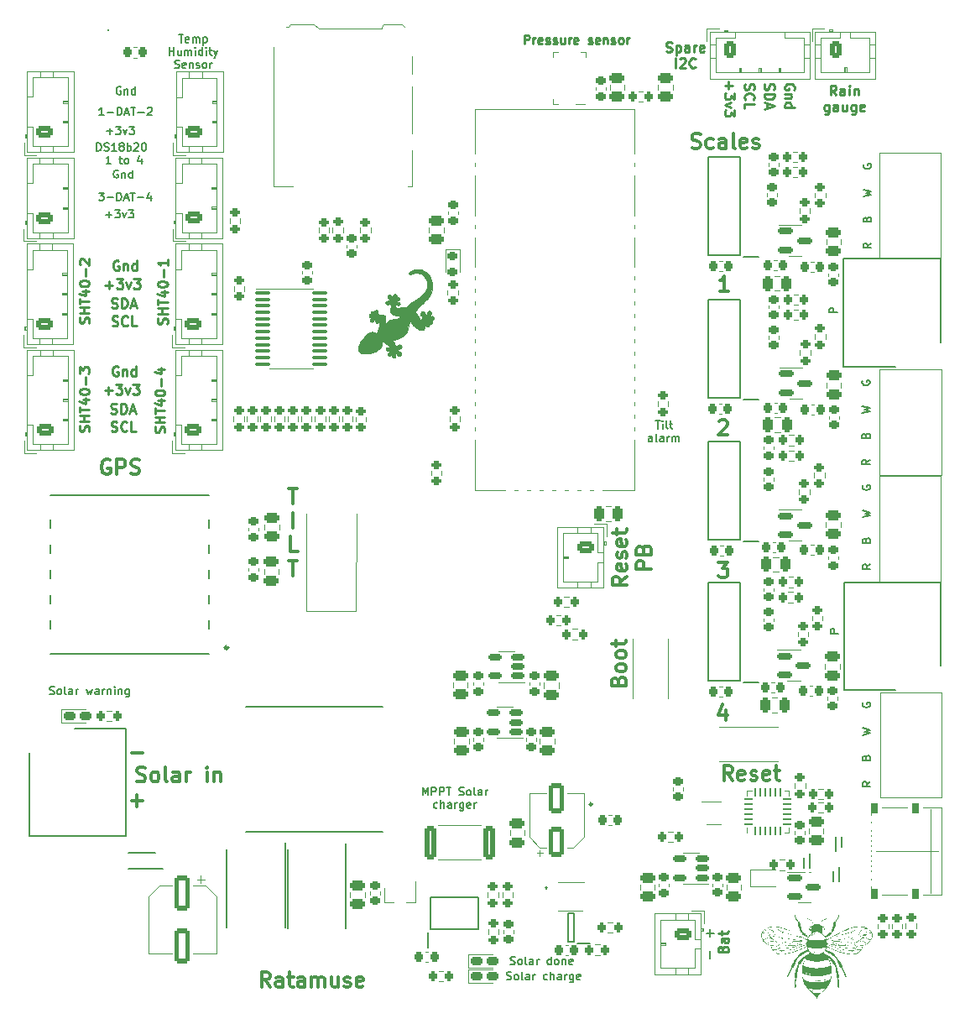
<source format=gto>
G04 #@! TF.GenerationSoftware,KiCad,Pcbnew,(6.0.5)*
G04 #@! TF.CreationDate,2023-04-17T20:46:33+02:00*
G04 #@! TF.ProjectId,ruche,72756368-652e-46b6-9963-61645f706362,rev?*
G04 #@! TF.SameCoordinates,Original*
G04 #@! TF.FileFunction,Legend,Top*
G04 #@! TF.FilePolarity,Positive*
%FSLAX46Y46*%
G04 Gerber Fmt 4.6, Leading zero omitted, Abs format (unit mm)*
G04 Created by KiCad (PCBNEW (6.0.5)) date 2023-04-17 20:46:33*
%MOMM*%
%LPD*%
G01*
G04 APERTURE LIST*
G04 Aperture macros list*
%AMRoundRect*
0 Rectangle with rounded corners*
0 $1 Rounding radius*
0 $2 $3 $4 $5 $6 $7 $8 $9 X,Y pos of 4 corners*
0 Add a 4 corners polygon primitive as box body*
4,1,4,$2,$3,$4,$5,$6,$7,$8,$9,$2,$3,0*
0 Add four circle primitives for the rounded corners*
1,1,$1+$1,$2,$3*
1,1,$1+$1,$4,$5*
1,1,$1+$1,$6,$7*
1,1,$1+$1,$8,$9*
0 Add four rect primitives between the rounded corners*
20,1,$1+$1,$2,$3,$4,$5,0*
20,1,$1+$1,$4,$5,$6,$7,0*
20,1,$1+$1,$6,$7,$8,$9,0*
20,1,$1+$1,$8,$9,$2,$3,0*%
G04 Aperture macros list end*
%ADD10C,0.300000*%
%ADD11C,0.150000*%
%ADD12C,0.200000*%
%ADD13C,0.250000*%
%ADD14C,0.225000*%
%ADD15C,0.120000*%
%ADD16C,0.100000*%
%ADD17C,0.010000*%
%ADD18C,0.020000*%
%ADD19R,1.500000X0.900000*%
%ADD20R,0.900000X1.500000*%
%ADD21RoundRect,0.250000X-0.550000X1.500000X-0.550000X-1.500000X0.550000X-1.500000X0.550000X1.500000X0*%
%ADD22RoundRect,0.225000X-0.250000X0.225000X-0.250000X-0.225000X0.250000X-0.225000X0.250000X0.225000X0*%
%ADD23RoundRect,0.250000X-0.475000X0.250000X-0.475000X-0.250000X0.475000X-0.250000X0.475000X0.250000X0*%
%ADD24RoundRect,0.225000X-0.225000X-0.250000X0.225000X-0.250000X0.225000X0.250000X-0.225000X0.250000X0*%
%ADD25RoundRect,0.250000X0.475000X-0.250000X0.475000X0.250000X-0.475000X0.250000X-0.475000X-0.250000X0*%
%ADD26RoundRect,0.250000X0.550000X-1.250000X0.550000X1.250000X-0.550000X1.250000X-0.550000X-1.250000X0*%
%ADD27RoundRect,0.212500X-0.400000X-0.212500X0.400000X-0.212500X0.400000X0.212500X-0.400000X0.212500X0*%
%ADD28R,1.240000X1.120000*%
%ADD29R,3.200000X2.250000*%
%ADD30R,0.650000X1.525000*%
%ADD31R,2.175000X2.175000*%
%ADD32C,2.175000*%
%ADD33RoundRect,0.250000X-0.350000X-0.625000X0.350000X-0.625000X0.350000X0.625000X-0.350000X0.625000X0*%
%ADD34O,1.200000X1.750000*%
%ADD35R,3.650000X3.750000*%
%ADD36R,0.800000X0.900000*%
%ADD37RoundRect,0.200000X-0.200000X-0.275000X0.200000X-0.275000X0.200000X0.275000X-0.200000X0.275000X0*%
%ADD38RoundRect,0.200000X0.275000X-0.200000X0.275000X0.200000X-0.275000X0.200000X-0.275000X-0.200000X0*%
%ADD39RoundRect,0.200000X-0.275000X0.200000X-0.275000X-0.200000X0.275000X-0.200000X0.275000X0.200000X0*%
%ADD40RoundRect,0.250000X-0.362500X-1.425000X0.362500X-1.425000X0.362500X1.425000X-0.362500X1.425000X0*%
%ADD41R,0.300000X0.750000*%
%ADD42R,1.300000X0.900000*%
%ADD43RoundRect,0.250000X0.625000X-0.350000X0.625000X0.350000X-0.625000X0.350000X-0.625000X-0.350000X0*%
%ADD44O,1.750000X1.200000*%
%ADD45R,2.500000X1.000000*%
%ADD46R,0.500000X0.300000*%
%ADD47C,1.500000*%
%ADD48C,4.540000*%
%ADD49RoundRect,0.225000X0.250000X-0.225000X0.250000X0.225000X-0.250000X0.225000X-0.250000X-0.225000X0*%
%ADD50R,0.650000X0.400000*%
%ADD51R,1.650000X1.650000*%
%ADD52C,1.650000*%
%ADD53RoundRect,0.150000X-0.587500X-0.150000X0.587500X-0.150000X0.587500X0.150000X-0.587500X0.150000X0*%
%ADD54RoundRect,0.225000X0.225000X0.250000X-0.225000X0.250000X-0.225000X-0.250000X0.225000X-0.250000X0*%
%ADD55RoundRect,0.250000X-0.625000X0.350000X-0.625000X-0.350000X0.625000X-0.350000X0.625000X0.350000X0*%
%ADD56R,0.600000X0.450000*%
%ADD57R,0.700000X1.200000*%
%ADD58R,1.000000X0.800000*%
%ADD59R,1.300000X1.900000*%
%ADD60R,1.000000X1.200000*%
%ADD61R,1.000000X2.800000*%
%ADD62RoundRect,0.218750X0.218750X0.256250X-0.218750X0.256250X-0.218750X-0.256250X0.218750X-0.256250X0*%
%ADD63RoundRect,0.218750X-0.256250X0.218750X-0.256250X-0.218750X0.256250X-0.218750X0.256250X0.218750X0*%
%ADD64RoundRect,0.250000X-0.250000X-0.475000X0.250000X-0.475000X0.250000X0.475000X-0.250000X0.475000X0*%
%ADD65RoundRect,0.100000X-0.637500X-0.100000X0.637500X-0.100000X0.637500X0.100000X-0.637500X0.100000X0*%
%ADD66RoundRect,0.150000X0.512500X0.150000X-0.512500X0.150000X-0.512500X-0.150000X0.512500X-0.150000X0*%
%ADD67R,0.420000X0.550000*%
%ADD68RoundRect,0.062500X0.062500X-0.350000X0.062500X0.350000X-0.062500X0.350000X-0.062500X-0.350000X0*%
%ADD69RoundRect,0.062500X0.350000X-0.062500X0.350000X0.062500X-0.350000X0.062500X-0.350000X-0.062500X0*%
%ADD70R,2.600000X2.600000*%
%ADD71R,2.000000X1.500000*%
%ADD72R,1.525000X0.700000*%
%ADD73R,1.400000X0.600000*%
%ADD74C,3.000000*%
%ADD75R,1.200000X0.600000*%
%ADD76C,0.670000*%
%ADD77R,1.450000X0.300000*%
%ADD78RoundRect,0.500000X0.300000X0.000000X0.300000X0.000000X-0.300000X0.000000X-0.300000X0.000000X0*%
%ADD79R,1.500000X2.000000*%
%ADD80RoundRect,0.200000X0.200000X0.275000X-0.200000X0.275000X-0.200000X-0.275000X0.200000X-0.275000X0*%
%ADD81R,0.950000X0.550000*%
%ADD82C,1.980000*%
%ADD83C,5.325000*%
%ADD84C,3.585000*%
G04 APERTURE END LIST*
D10*
X111460000Y-166608571D02*
X110960000Y-165894285D01*
X110602857Y-166608571D02*
X110602857Y-165108571D01*
X111174285Y-165108571D01*
X111317142Y-165180000D01*
X111388571Y-165251428D01*
X111460000Y-165394285D01*
X111460000Y-165608571D01*
X111388571Y-165751428D01*
X111317142Y-165822857D01*
X111174285Y-165894285D01*
X110602857Y-165894285D01*
X112745714Y-166608571D02*
X112745714Y-165822857D01*
X112674285Y-165680000D01*
X112531428Y-165608571D01*
X112245714Y-165608571D01*
X112102857Y-165680000D01*
X112745714Y-166537142D02*
X112602857Y-166608571D01*
X112245714Y-166608571D01*
X112102857Y-166537142D01*
X112031428Y-166394285D01*
X112031428Y-166251428D01*
X112102857Y-166108571D01*
X112245714Y-166037142D01*
X112602857Y-166037142D01*
X112745714Y-165965714D01*
X113245714Y-165608571D02*
X113817142Y-165608571D01*
X113460000Y-165108571D02*
X113460000Y-166394285D01*
X113531428Y-166537142D01*
X113674285Y-166608571D01*
X113817142Y-166608571D01*
X114960000Y-166608571D02*
X114960000Y-165822857D01*
X114888571Y-165680000D01*
X114745714Y-165608571D01*
X114460000Y-165608571D01*
X114317142Y-165680000D01*
X114960000Y-166537142D02*
X114817142Y-166608571D01*
X114460000Y-166608571D01*
X114317142Y-166537142D01*
X114245714Y-166394285D01*
X114245714Y-166251428D01*
X114317142Y-166108571D01*
X114460000Y-166037142D01*
X114817142Y-166037142D01*
X114960000Y-165965714D01*
X115674285Y-166608571D02*
X115674285Y-165608571D01*
X115674285Y-165751428D02*
X115745714Y-165680000D01*
X115888571Y-165608571D01*
X116102857Y-165608571D01*
X116245714Y-165680000D01*
X116317142Y-165822857D01*
X116317142Y-166608571D01*
X116317142Y-165822857D02*
X116388571Y-165680000D01*
X116531428Y-165608571D01*
X116745714Y-165608571D01*
X116888571Y-165680000D01*
X116960000Y-165822857D01*
X116960000Y-166608571D01*
X118317142Y-165608571D02*
X118317142Y-166608571D01*
X117674285Y-165608571D02*
X117674285Y-166394285D01*
X117745714Y-166537142D01*
X117888571Y-166608571D01*
X118102857Y-166608571D01*
X118245714Y-166537142D01*
X118317142Y-166465714D01*
X118960000Y-166537142D02*
X119102857Y-166608571D01*
X119388571Y-166608571D01*
X119531428Y-166537142D01*
X119602857Y-166394285D01*
X119602857Y-166322857D01*
X119531428Y-166180000D01*
X119388571Y-166108571D01*
X119174285Y-166108571D01*
X119031428Y-166037142D01*
X118960000Y-165894285D01*
X118960000Y-165822857D01*
X119031428Y-165680000D01*
X119174285Y-165608571D01*
X119388571Y-165608571D01*
X119531428Y-165680000D01*
X120817142Y-166537142D02*
X120674285Y-166608571D01*
X120388571Y-166608571D01*
X120245714Y-166537142D01*
X120174285Y-166394285D01*
X120174285Y-165822857D01*
X120245714Y-165680000D01*
X120388571Y-165608571D01*
X120674285Y-165608571D01*
X120817142Y-165680000D01*
X120888571Y-165822857D01*
X120888571Y-165965714D01*
X120174285Y-166108571D01*
D11*
X89240952Y-137073809D02*
X89355238Y-137111904D01*
X89545714Y-137111904D01*
X89621904Y-137073809D01*
X89660000Y-137035714D01*
X89698095Y-136959523D01*
X89698095Y-136883333D01*
X89660000Y-136807142D01*
X89621904Y-136769047D01*
X89545714Y-136730952D01*
X89393333Y-136692857D01*
X89317142Y-136654761D01*
X89279047Y-136616666D01*
X89240952Y-136540476D01*
X89240952Y-136464285D01*
X89279047Y-136388095D01*
X89317142Y-136350000D01*
X89393333Y-136311904D01*
X89583809Y-136311904D01*
X89698095Y-136350000D01*
X90155238Y-137111904D02*
X90079047Y-137073809D01*
X90040952Y-137035714D01*
X90002857Y-136959523D01*
X90002857Y-136730952D01*
X90040952Y-136654761D01*
X90079047Y-136616666D01*
X90155238Y-136578571D01*
X90269523Y-136578571D01*
X90345714Y-136616666D01*
X90383809Y-136654761D01*
X90421904Y-136730952D01*
X90421904Y-136959523D01*
X90383809Y-137035714D01*
X90345714Y-137073809D01*
X90269523Y-137111904D01*
X90155238Y-137111904D01*
X90879047Y-137111904D02*
X90802857Y-137073809D01*
X90764761Y-136997619D01*
X90764761Y-136311904D01*
X91526666Y-137111904D02*
X91526666Y-136692857D01*
X91488571Y-136616666D01*
X91412380Y-136578571D01*
X91260000Y-136578571D01*
X91183809Y-136616666D01*
X91526666Y-137073809D02*
X91450476Y-137111904D01*
X91260000Y-137111904D01*
X91183809Y-137073809D01*
X91145714Y-136997619D01*
X91145714Y-136921428D01*
X91183809Y-136845238D01*
X91260000Y-136807142D01*
X91450476Y-136807142D01*
X91526666Y-136769047D01*
X91907619Y-137111904D02*
X91907619Y-136578571D01*
X91907619Y-136730952D02*
X91945714Y-136654761D01*
X91983809Y-136616666D01*
X92060000Y-136578571D01*
X92136190Y-136578571D01*
X92936190Y-136578571D02*
X93088571Y-137111904D01*
X93240952Y-136730952D01*
X93393333Y-137111904D01*
X93545714Y-136578571D01*
X94193333Y-137111904D02*
X94193333Y-136692857D01*
X94155238Y-136616666D01*
X94079047Y-136578571D01*
X93926666Y-136578571D01*
X93850476Y-136616666D01*
X94193333Y-137073809D02*
X94117142Y-137111904D01*
X93926666Y-137111904D01*
X93850476Y-137073809D01*
X93812380Y-136997619D01*
X93812380Y-136921428D01*
X93850476Y-136845238D01*
X93926666Y-136807142D01*
X94117142Y-136807142D01*
X94193333Y-136769047D01*
X94574285Y-137111904D02*
X94574285Y-136578571D01*
X94574285Y-136730952D02*
X94612380Y-136654761D01*
X94650476Y-136616666D01*
X94726666Y-136578571D01*
X94802857Y-136578571D01*
X95069523Y-136578571D02*
X95069523Y-137111904D01*
X95069523Y-136654761D02*
X95107619Y-136616666D01*
X95183809Y-136578571D01*
X95298095Y-136578571D01*
X95374285Y-136616666D01*
X95412380Y-136692857D01*
X95412380Y-137111904D01*
X95793333Y-137111904D02*
X95793333Y-136578571D01*
X95793333Y-136311904D02*
X95755238Y-136350000D01*
X95793333Y-136388095D01*
X95831428Y-136350000D01*
X95793333Y-136311904D01*
X95793333Y-136388095D01*
X96174285Y-136578571D02*
X96174285Y-137111904D01*
X96174285Y-136654761D02*
X96212380Y-136616666D01*
X96288571Y-136578571D01*
X96402857Y-136578571D01*
X96479047Y-136616666D01*
X96517142Y-136692857D01*
X96517142Y-137111904D01*
X97240952Y-136578571D02*
X97240952Y-137226190D01*
X97202857Y-137302380D01*
X97164761Y-137340476D01*
X97088571Y-137378571D01*
X96974285Y-137378571D01*
X96898095Y-137340476D01*
X97240952Y-137073809D02*
X97164761Y-137111904D01*
X97012380Y-137111904D01*
X96936190Y-137073809D01*
X96898095Y-137035714D01*
X96860000Y-136959523D01*
X96860000Y-136730952D01*
X96898095Y-136654761D01*
X96936190Y-136616666D01*
X97012380Y-136578571D01*
X97164761Y-136578571D01*
X97240952Y-136616666D01*
D12*
X94184285Y-86497904D02*
X94679523Y-86497904D01*
X94412857Y-86802666D01*
X94527142Y-86802666D01*
X94603333Y-86840761D01*
X94641428Y-86878857D01*
X94679523Y-86955047D01*
X94679523Y-87145523D01*
X94641428Y-87221714D01*
X94603333Y-87259809D01*
X94527142Y-87297904D01*
X94298571Y-87297904D01*
X94222380Y-87259809D01*
X94184285Y-87221714D01*
X95022380Y-86993142D02*
X95631904Y-86993142D01*
X96012857Y-87297904D02*
X96012857Y-86497904D01*
X96203333Y-86497904D01*
X96317619Y-86536000D01*
X96393809Y-86612190D01*
X96431904Y-86688380D01*
X96470000Y-86840761D01*
X96470000Y-86955047D01*
X96431904Y-87107428D01*
X96393809Y-87183619D01*
X96317619Y-87259809D01*
X96203333Y-87297904D01*
X96012857Y-87297904D01*
X96774761Y-87069333D02*
X97155714Y-87069333D01*
X96698571Y-87297904D02*
X96965238Y-86497904D01*
X97231904Y-87297904D01*
X97384285Y-86497904D02*
X97841428Y-86497904D01*
X97612857Y-87297904D02*
X97612857Y-86497904D01*
X98108095Y-86993142D02*
X98717619Y-86993142D01*
X99441428Y-86764571D02*
X99441428Y-87297904D01*
X99250952Y-86459809D02*
X99060476Y-87031238D01*
X99555714Y-87031238D01*
D13*
X95415714Y-108734761D02*
X95558571Y-108782380D01*
X95796666Y-108782380D01*
X95891904Y-108734761D01*
X95939523Y-108687142D01*
X95987142Y-108591904D01*
X95987142Y-108496666D01*
X95939523Y-108401428D01*
X95891904Y-108353809D01*
X95796666Y-108306190D01*
X95606190Y-108258571D01*
X95510952Y-108210952D01*
X95463333Y-108163333D01*
X95415714Y-108068095D01*
X95415714Y-107972857D01*
X95463333Y-107877619D01*
X95510952Y-107830000D01*
X95606190Y-107782380D01*
X95844285Y-107782380D01*
X95987142Y-107830000D01*
X96415714Y-108782380D02*
X96415714Y-107782380D01*
X96653809Y-107782380D01*
X96796666Y-107830000D01*
X96891904Y-107925238D01*
X96939523Y-108020476D01*
X96987142Y-108210952D01*
X96987142Y-108353809D01*
X96939523Y-108544285D01*
X96891904Y-108639523D01*
X96796666Y-108734761D01*
X96653809Y-108782380D01*
X96415714Y-108782380D01*
X97368095Y-108496666D02*
X97844285Y-108496666D01*
X97272857Y-108782380D02*
X97606190Y-107782380D01*
X97939523Y-108782380D01*
X94845714Y-95821428D02*
X95607619Y-95821428D01*
X95226666Y-96202380D02*
X95226666Y-95440476D01*
X95988571Y-95202380D02*
X96607619Y-95202380D01*
X96274285Y-95583333D01*
X96417142Y-95583333D01*
X96512380Y-95630952D01*
X96560000Y-95678571D01*
X96607619Y-95773809D01*
X96607619Y-96011904D01*
X96560000Y-96107142D01*
X96512380Y-96154761D01*
X96417142Y-96202380D01*
X96131428Y-96202380D01*
X96036190Y-96154761D01*
X95988571Y-96107142D01*
X96940952Y-95535714D02*
X97179047Y-96202380D01*
X97417142Y-95535714D01*
X97702857Y-95202380D02*
X98321904Y-95202380D01*
X97988571Y-95583333D01*
X98131428Y-95583333D01*
X98226666Y-95630952D01*
X98274285Y-95678571D01*
X98321904Y-95773809D01*
X98321904Y-96011904D01*
X98274285Y-96107142D01*
X98226666Y-96154761D01*
X98131428Y-96202380D01*
X97845714Y-96202380D01*
X97750476Y-96154761D01*
X97702857Y-96107142D01*
D10*
X113351428Y-116376071D02*
X114208571Y-116376071D01*
X113780000Y-117876071D02*
X113780000Y-116376071D01*
X113780000Y-120291071D02*
X113780000Y-118791071D01*
X114244285Y-122706071D02*
X113530000Y-122706071D01*
X113530000Y-121206071D01*
X113351428Y-123621071D02*
X114208571Y-123621071D01*
X113780000Y-125121071D02*
X113780000Y-123621071D01*
D12*
X150362857Y-109517904D02*
X150820000Y-109517904D01*
X150591428Y-110317904D02*
X150591428Y-109517904D01*
X151086666Y-110317904D02*
X151086666Y-109784571D01*
X151086666Y-109517904D02*
X151048571Y-109556000D01*
X151086666Y-109594095D01*
X151124761Y-109556000D01*
X151086666Y-109517904D01*
X151086666Y-109594095D01*
X151581904Y-110317904D02*
X151505714Y-110279809D01*
X151467619Y-110203619D01*
X151467619Y-109517904D01*
X151772380Y-109784571D02*
X152077142Y-109784571D01*
X151886666Y-109517904D02*
X151886666Y-110203619D01*
X151924761Y-110279809D01*
X152000952Y-110317904D01*
X152077142Y-110317904D01*
X150039047Y-111605904D02*
X150039047Y-111186857D01*
X150000952Y-111110666D01*
X149924761Y-111072571D01*
X149772380Y-111072571D01*
X149696190Y-111110666D01*
X150039047Y-111567809D02*
X149962857Y-111605904D01*
X149772380Y-111605904D01*
X149696190Y-111567809D01*
X149658095Y-111491619D01*
X149658095Y-111415428D01*
X149696190Y-111339238D01*
X149772380Y-111301142D01*
X149962857Y-111301142D01*
X150039047Y-111263047D01*
X150534285Y-111605904D02*
X150458095Y-111567809D01*
X150420000Y-111491619D01*
X150420000Y-110805904D01*
X151181904Y-111605904D02*
X151181904Y-111186857D01*
X151143809Y-111110666D01*
X151067619Y-111072571D01*
X150915238Y-111072571D01*
X150839047Y-111110666D01*
X151181904Y-111567809D02*
X151105714Y-111605904D01*
X150915238Y-111605904D01*
X150839047Y-111567809D01*
X150800952Y-111491619D01*
X150800952Y-111415428D01*
X150839047Y-111339238D01*
X150915238Y-111301142D01*
X151105714Y-111301142D01*
X151181904Y-111263047D01*
X151562857Y-111605904D02*
X151562857Y-111072571D01*
X151562857Y-111224952D02*
X151600952Y-111148761D01*
X151639047Y-111110666D01*
X151715238Y-111072571D01*
X151791428Y-111072571D01*
X152058095Y-111605904D02*
X152058095Y-111072571D01*
X152058095Y-111148761D02*
X152096190Y-111110666D01*
X152172380Y-111072571D01*
X152286666Y-111072571D01*
X152362857Y-111110666D01*
X152400952Y-111186857D01*
X152400952Y-111605904D01*
X152400952Y-111186857D02*
X152439047Y-111110666D01*
X152515238Y-111072571D01*
X152629523Y-111072571D01*
X152705714Y-111110666D01*
X152743809Y-111186857D01*
X152743809Y-111605904D01*
X172031904Y-145922380D02*
X171650952Y-146189047D01*
X172031904Y-146379523D02*
X171231904Y-146379523D01*
X171231904Y-146074761D01*
X171270000Y-145998571D01*
X171308095Y-145960476D01*
X171384285Y-145922380D01*
X171498571Y-145922380D01*
X171574761Y-145960476D01*
X171612857Y-145998571D01*
X171650952Y-146074761D01*
X171650952Y-146379523D01*
X171612857Y-143484285D02*
X171650952Y-143370000D01*
X171689047Y-143331904D01*
X171765238Y-143293809D01*
X171879523Y-143293809D01*
X171955714Y-143331904D01*
X171993809Y-143370000D01*
X172031904Y-143446190D01*
X172031904Y-143750952D01*
X171231904Y-143750952D01*
X171231904Y-143484285D01*
X171270000Y-143408095D01*
X171308095Y-143370000D01*
X171384285Y-143331904D01*
X171460476Y-143331904D01*
X171536666Y-143370000D01*
X171574761Y-143408095D01*
X171612857Y-143484285D01*
X171612857Y-143750952D01*
X171231904Y-141198571D02*
X172031904Y-141008095D01*
X171460476Y-140855714D01*
X172031904Y-140703333D01*
X171231904Y-140512857D01*
X171270000Y-137960476D02*
X171231904Y-138036666D01*
X171231904Y-138150952D01*
X171270000Y-138265238D01*
X171346190Y-138341428D01*
X171422380Y-138379523D01*
X171574761Y-138417619D01*
X171689047Y-138417619D01*
X171841428Y-138379523D01*
X171917619Y-138341428D01*
X171993809Y-138265238D01*
X172031904Y-138150952D01*
X172031904Y-138074761D01*
X171993809Y-137960476D01*
X171955714Y-137922380D01*
X171689047Y-137922380D01*
X171689047Y-138074761D01*
D11*
X135336666Y-165863809D02*
X135450952Y-165901904D01*
X135641428Y-165901904D01*
X135717619Y-165863809D01*
X135755714Y-165825714D01*
X135793809Y-165749523D01*
X135793809Y-165673333D01*
X135755714Y-165597142D01*
X135717619Y-165559047D01*
X135641428Y-165520952D01*
X135489047Y-165482857D01*
X135412857Y-165444761D01*
X135374761Y-165406666D01*
X135336666Y-165330476D01*
X135336666Y-165254285D01*
X135374761Y-165178095D01*
X135412857Y-165140000D01*
X135489047Y-165101904D01*
X135679523Y-165101904D01*
X135793809Y-165140000D01*
X136250952Y-165901904D02*
X136174761Y-165863809D01*
X136136666Y-165825714D01*
X136098571Y-165749523D01*
X136098571Y-165520952D01*
X136136666Y-165444761D01*
X136174761Y-165406666D01*
X136250952Y-165368571D01*
X136365238Y-165368571D01*
X136441428Y-165406666D01*
X136479523Y-165444761D01*
X136517619Y-165520952D01*
X136517619Y-165749523D01*
X136479523Y-165825714D01*
X136441428Y-165863809D01*
X136365238Y-165901904D01*
X136250952Y-165901904D01*
X136974761Y-165901904D02*
X136898571Y-165863809D01*
X136860476Y-165787619D01*
X136860476Y-165101904D01*
X137622380Y-165901904D02*
X137622380Y-165482857D01*
X137584285Y-165406666D01*
X137508095Y-165368571D01*
X137355714Y-165368571D01*
X137279523Y-165406666D01*
X137622380Y-165863809D02*
X137546190Y-165901904D01*
X137355714Y-165901904D01*
X137279523Y-165863809D01*
X137241428Y-165787619D01*
X137241428Y-165711428D01*
X137279523Y-165635238D01*
X137355714Y-165597142D01*
X137546190Y-165597142D01*
X137622380Y-165559047D01*
X138003333Y-165901904D02*
X138003333Y-165368571D01*
X138003333Y-165520952D02*
X138041428Y-165444761D01*
X138079523Y-165406666D01*
X138155714Y-165368571D01*
X138231904Y-165368571D01*
X139450952Y-165863809D02*
X139374761Y-165901904D01*
X139222380Y-165901904D01*
X139146190Y-165863809D01*
X139108095Y-165825714D01*
X139070000Y-165749523D01*
X139070000Y-165520952D01*
X139108095Y-165444761D01*
X139146190Y-165406666D01*
X139222380Y-165368571D01*
X139374761Y-165368571D01*
X139450952Y-165406666D01*
X139793809Y-165901904D02*
X139793809Y-165101904D01*
X140136666Y-165901904D02*
X140136666Y-165482857D01*
X140098571Y-165406666D01*
X140022380Y-165368571D01*
X139908095Y-165368571D01*
X139831904Y-165406666D01*
X139793809Y-165444761D01*
X140860476Y-165901904D02*
X140860476Y-165482857D01*
X140822380Y-165406666D01*
X140746190Y-165368571D01*
X140593809Y-165368571D01*
X140517619Y-165406666D01*
X140860476Y-165863809D02*
X140784285Y-165901904D01*
X140593809Y-165901904D01*
X140517619Y-165863809D01*
X140479523Y-165787619D01*
X140479523Y-165711428D01*
X140517619Y-165635238D01*
X140593809Y-165597142D01*
X140784285Y-165597142D01*
X140860476Y-165559047D01*
X141241428Y-165901904D02*
X141241428Y-165368571D01*
X141241428Y-165520952D02*
X141279523Y-165444761D01*
X141317619Y-165406666D01*
X141393809Y-165368571D01*
X141470000Y-165368571D01*
X142079523Y-165368571D02*
X142079523Y-166016190D01*
X142041428Y-166092380D01*
X142003333Y-166130476D01*
X141927142Y-166168571D01*
X141812857Y-166168571D01*
X141736666Y-166130476D01*
X142079523Y-165863809D02*
X142003333Y-165901904D01*
X141850952Y-165901904D01*
X141774761Y-165863809D01*
X141736666Y-165825714D01*
X141698571Y-165749523D01*
X141698571Y-165520952D01*
X141736666Y-165444761D01*
X141774761Y-165406666D01*
X141850952Y-165368571D01*
X142003333Y-165368571D01*
X142079523Y-165406666D01*
X142765238Y-165863809D02*
X142689047Y-165901904D01*
X142536666Y-165901904D01*
X142460476Y-165863809D01*
X142422380Y-165787619D01*
X142422380Y-165482857D01*
X142460476Y-165406666D01*
X142536666Y-165368571D01*
X142689047Y-165368571D01*
X142765238Y-165406666D01*
X142803333Y-165482857D01*
X142803333Y-165559047D01*
X142422380Y-165635238D01*
D13*
X168576666Y-76667380D02*
X168243333Y-76191190D01*
X168005238Y-76667380D02*
X168005238Y-75667380D01*
X168386190Y-75667380D01*
X168481428Y-75715000D01*
X168529047Y-75762619D01*
X168576666Y-75857857D01*
X168576666Y-76000714D01*
X168529047Y-76095952D01*
X168481428Y-76143571D01*
X168386190Y-76191190D01*
X168005238Y-76191190D01*
X169433809Y-76667380D02*
X169433809Y-76143571D01*
X169386190Y-76048333D01*
X169290952Y-76000714D01*
X169100476Y-76000714D01*
X169005238Y-76048333D01*
X169433809Y-76619761D02*
X169338571Y-76667380D01*
X169100476Y-76667380D01*
X169005238Y-76619761D01*
X168957619Y-76524523D01*
X168957619Y-76429285D01*
X169005238Y-76334047D01*
X169100476Y-76286428D01*
X169338571Y-76286428D01*
X169433809Y-76238809D01*
X169910000Y-76667380D02*
X169910000Y-76000714D01*
X169910000Y-75667380D02*
X169862380Y-75715000D01*
X169910000Y-75762619D01*
X169957619Y-75715000D01*
X169910000Y-75667380D01*
X169910000Y-75762619D01*
X170386190Y-76000714D02*
X170386190Y-76667380D01*
X170386190Y-76095952D02*
X170433809Y-76048333D01*
X170529047Y-76000714D01*
X170671904Y-76000714D01*
X170767142Y-76048333D01*
X170814761Y-76143571D01*
X170814761Y-76667380D01*
X167838571Y-77610714D02*
X167838571Y-78420238D01*
X167790952Y-78515476D01*
X167743333Y-78563095D01*
X167648095Y-78610714D01*
X167505238Y-78610714D01*
X167410000Y-78563095D01*
X167838571Y-78229761D02*
X167743333Y-78277380D01*
X167552857Y-78277380D01*
X167457619Y-78229761D01*
X167410000Y-78182142D01*
X167362380Y-78086904D01*
X167362380Y-77801190D01*
X167410000Y-77705952D01*
X167457619Y-77658333D01*
X167552857Y-77610714D01*
X167743333Y-77610714D01*
X167838571Y-77658333D01*
X168743333Y-78277380D02*
X168743333Y-77753571D01*
X168695714Y-77658333D01*
X168600476Y-77610714D01*
X168410000Y-77610714D01*
X168314761Y-77658333D01*
X168743333Y-78229761D02*
X168648095Y-78277380D01*
X168410000Y-78277380D01*
X168314761Y-78229761D01*
X168267142Y-78134523D01*
X168267142Y-78039285D01*
X168314761Y-77944047D01*
X168410000Y-77896428D01*
X168648095Y-77896428D01*
X168743333Y-77848809D01*
X169648095Y-77610714D02*
X169648095Y-78277380D01*
X169219523Y-77610714D02*
X169219523Y-78134523D01*
X169267142Y-78229761D01*
X169362380Y-78277380D01*
X169505238Y-78277380D01*
X169600476Y-78229761D01*
X169648095Y-78182142D01*
X170552857Y-77610714D02*
X170552857Y-78420238D01*
X170505238Y-78515476D01*
X170457619Y-78563095D01*
X170362380Y-78610714D01*
X170219523Y-78610714D01*
X170124285Y-78563095D01*
X170552857Y-78229761D02*
X170457619Y-78277380D01*
X170267142Y-78277380D01*
X170171904Y-78229761D01*
X170124285Y-78182142D01*
X170076666Y-78086904D01*
X170076666Y-77801190D01*
X170124285Y-77705952D01*
X170171904Y-77658333D01*
X170267142Y-77610714D01*
X170457619Y-77610714D01*
X170552857Y-77658333D01*
X171410000Y-78229761D02*
X171314761Y-78277380D01*
X171124285Y-78277380D01*
X171029047Y-78229761D01*
X170981428Y-78134523D01*
X170981428Y-77753571D01*
X171029047Y-77658333D01*
X171124285Y-77610714D01*
X171314761Y-77610714D01*
X171410000Y-77658333D01*
X171457619Y-77753571D01*
X171457619Y-77848809D01*
X170981428Y-77944047D01*
X94765714Y-106461428D02*
X95527619Y-106461428D01*
X95146666Y-106842380D02*
X95146666Y-106080476D01*
X95908571Y-105842380D02*
X96527619Y-105842380D01*
X96194285Y-106223333D01*
X96337142Y-106223333D01*
X96432380Y-106270952D01*
X96480000Y-106318571D01*
X96527619Y-106413809D01*
X96527619Y-106651904D01*
X96480000Y-106747142D01*
X96432380Y-106794761D01*
X96337142Y-106842380D01*
X96051428Y-106842380D01*
X95956190Y-106794761D01*
X95908571Y-106747142D01*
X96860952Y-106175714D02*
X97099047Y-106842380D01*
X97337142Y-106175714D01*
X97622857Y-105842380D02*
X98241904Y-105842380D01*
X97908571Y-106223333D01*
X98051428Y-106223333D01*
X98146666Y-106270952D01*
X98194285Y-106318571D01*
X98241904Y-106413809D01*
X98241904Y-106651904D01*
X98194285Y-106747142D01*
X98146666Y-106794761D01*
X98051428Y-106842380D01*
X97765714Y-106842380D01*
X97670476Y-106794761D01*
X97622857Y-106747142D01*
D12*
X94709523Y-78707904D02*
X94252380Y-78707904D01*
X94480952Y-78707904D02*
X94480952Y-77907904D01*
X94404761Y-78022190D01*
X94328571Y-78098380D01*
X94252380Y-78136476D01*
X95052380Y-78403142D02*
X95661904Y-78403142D01*
X96042857Y-78707904D02*
X96042857Y-77907904D01*
X96233333Y-77907904D01*
X96347619Y-77946000D01*
X96423809Y-78022190D01*
X96461904Y-78098380D01*
X96500000Y-78250761D01*
X96500000Y-78365047D01*
X96461904Y-78517428D01*
X96423809Y-78593619D01*
X96347619Y-78669809D01*
X96233333Y-78707904D01*
X96042857Y-78707904D01*
X96804761Y-78479333D02*
X97185714Y-78479333D01*
X96728571Y-78707904D02*
X96995238Y-77907904D01*
X97261904Y-78707904D01*
X97414285Y-77907904D02*
X97871428Y-77907904D01*
X97642857Y-78707904D02*
X97642857Y-77907904D01*
X98138095Y-78403142D02*
X98747619Y-78403142D01*
X99090476Y-77984095D02*
X99128571Y-77946000D01*
X99204761Y-77907904D01*
X99395238Y-77907904D01*
X99471428Y-77946000D01*
X99509523Y-77984095D01*
X99547619Y-78060285D01*
X99547619Y-78136476D01*
X99509523Y-78250761D01*
X99052380Y-78707904D01*
X99547619Y-78707904D01*
D13*
X151431428Y-72259761D02*
X151574285Y-72307380D01*
X151812380Y-72307380D01*
X151907619Y-72259761D01*
X151955238Y-72212142D01*
X152002857Y-72116904D01*
X152002857Y-72021666D01*
X151955238Y-71926428D01*
X151907619Y-71878809D01*
X151812380Y-71831190D01*
X151621904Y-71783571D01*
X151526666Y-71735952D01*
X151479047Y-71688333D01*
X151431428Y-71593095D01*
X151431428Y-71497857D01*
X151479047Y-71402619D01*
X151526666Y-71355000D01*
X151621904Y-71307380D01*
X151860000Y-71307380D01*
X152002857Y-71355000D01*
X152431428Y-71640714D02*
X152431428Y-72640714D01*
X152431428Y-71688333D02*
X152526666Y-71640714D01*
X152717142Y-71640714D01*
X152812380Y-71688333D01*
X152860000Y-71735952D01*
X152907619Y-71831190D01*
X152907619Y-72116904D01*
X152860000Y-72212142D01*
X152812380Y-72259761D01*
X152717142Y-72307380D01*
X152526666Y-72307380D01*
X152431428Y-72259761D01*
X153764761Y-72307380D02*
X153764761Y-71783571D01*
X153717142Y-71688333D01*
X153621904Y-71640714D01*
X153431428Y-71640714D01*
X153336190Y-71688333D01*
X153764761Y-72259761D02*
X153669523Y-72307380D01*
X153431428Y-72307380D01*
X153336190Y-72259761D01*
X153288571Y-72164523D01*
X153288571Y-72069285D01*
X153336190Y-71974047D01*
X153431428Y-71926428D01*
X153669523Y-71926428D01*
X153764761Y-71878809D01*
X154240952Y-72307380D02*
X154240952Y-71640714D01*
X154240952Y-71831190D02*
X154288571Y-71735952D01*
X154336190Y-71688333D01*
X154431428Y-71640714D01*
X154526666Y-71640714D01*
X155240952Y-72259761D02*
X155145714Y-72307380D01*
X154955238Y-72307380D01*
X154860000Y-72259761D01*
X154812380Y-72164523D01*
X154812380Y-71783571D01*
X154860000Y-71688333D01*
X154955238Y-71640714D01*
X155145714Y-71640714D01*
X155240952Y-71688333D01*
X155288571Y-71783571D01*
X155288571Y-71878809D01*
X154812380Y-71974047D01*
X152383809Y-73917380D02*
X152383809Y-72917380D01*
X152812380Y-73012619D02*
X152860000Y-72965000D01*
X152955238Y-72917380D01*
X153193333Y-72917380D01*
X153288571Y-72965000D01*
X153336190Y-73012619D01*
X153383809Y-73107857D01*
X153383809Y-73203095D01*
X153336190Y-73345952D01*
X152764761Y-73917380D01*
X153383809Y-73917380D01*
X154383809Y-73822142D02*
X154336190Y-73869761D01*
X154193333Y-73917380D01*
X154098095Y-73917380D01*
X153955238Y-73869761D01*
X153860000Y-73774523D01*
X153812380Y-73679285D01*
X153764761Y-73488809D01*
X153764761Y-73345952D01*
X153812380Y-73155476D01*
X153860000Y-73060238D01*
X153955238Y-72965000D01*
X154098095Y-72917380D01*
X154193333Y-72917380D01*
X154336190Y-72965000D01*
X154383809Y-73012619D01*
D10*
X97475000Y-143012142D02*
X98617857Y-143012142D01*
X97475000Y-147842142D02*
X98617857Y-147842142D01*
X98046428Y-148413571D02*
X98046428Y-147270714D01*
X147491071Y-125217142D02*
X146776785Y-125717142D01*
X147491071Y-126074285D02*
X145991071Y-126074285D01*
X145991071Y-125502857D01*
X146062500Y-125360000D01*
X146133928Y-125288571D01*
X146276785Y-125217142D01*
X146491071Y-125217142D01*
X146633928Y-125288571D01*
X146705357Y-125360000D01*
X146776785Y-125502857D01*
X146776785Y-126074285D01*
X147419642Y-124002857D02*
X147491071Y-124145714D01*
X147491071Y-124431428D01*
X147419642Y-124574285D01*
X147276785Y-124645714D01*
X146705357Y-124645714D01*
X146562500Y-124574285D01*
X146491071Y-124431428D01*
X146491071Y-124145714D01*
X146562500Y-124002857D01*
X146705357Y-123931428D01*
X146848214Y-123931428D01*
X146991071Y-124645714D01*
X147419642Y-123360000D02*
X147491071Y-123217142D01*
X147491071Y-122931428D01*
X147419642Y-122788571D01*
X147276785Y-122717142D01*
X147205357Y-122717142D01*
X147062500Y-122788571D01*
X146991071Y-122931428D01*
X146991071Y-123145714D01*
X146919642Y-123288571D01*
X146776785Y-123360000D01*
X146705357Y-123360000D01*
X146562500Y-123288571D01*
X146491071Y-123145714D01*
X146491071Y-122931428D01*
X146562500Y-122788571D01*
X147419642Y-121502857D02*
X147491071Y-121645714D01*
X147491071Y-121931428D01*
X147419642Y-122074285D01*
X147276785Y-122145714D01*
X146705357Y-122145714D01*
X146562500Y-122074285D01*
X146491071Y-121931428D01*
X146491071Y-121645714D01*
X146562500Y-121502857D01*
X146705357Y-121431428D01*
X146848214Y-121431428D01*
X146991071Y-122145714D01*
X146491071Y-121002857D02*
X146491071Y-120431428D01*
X145991071Y-120788571D02*
X147276785Y-120788571D01*
X147419642Y-120717142D01*
X147491071Y-120574285D01*
X147491071Y-120431428D01*
X149906071Y-124502857D02*
X148406071Y-124502857D01*
X148406071Y-123931428D01*
X148477500Y-123788571D01*
X148548928Y-123717142D01*
X148691785Y-123645714D01*
X148906071Y-123645714D01*
X149048928Y-123717142D01*
X149120357Y-123788571D01*
X149191785Y-123931428D01*
X149191785Y-124502857D01*
X149120357Y-122502857D02*
X149191785Y-122288571D01*
X149263214Y-122217142D01*
X149406071Y-122145714D01*
X149620357Y-122145714D01*
X149763214Y-122217142D01*
X149834642Y-122288571D01*
X149906071Y-122431428D01*
X149906071Y-123002857D01*
X148406071Y-123002857D01*
X148406071Y-122502857D01*
X148477500Y-122360000D01*
X148548928Y-122288571D01*
X148691785Y-122217142D01*
X148834642Y-122217142D01*
X148977500Y-122288571D01*
X149048928Y-122360000D01*
X149120357Y-122502857D01*
X149120357Y-123002857D01*
D13*
X159370238Y-75539523D02*
X159322619Y-75682380D01*
X159322619Y-75920476D01*
X159370238Y-76015714D01*
X159417857Y-76063333D01*
X159513095Y-76110952D01*
X159608333Y-76110952D01*
X159703571Y-76063333D01*
X159751190Y-76015714D01*
X159798809Y-75920476D01*
X159846428Y-75730000D01*
X159894047Y-75634761D01*
X159941666Y-75587142D01*
X160036904Y-75539523D01*
X160132142Y-75539523D01*
X160227380Y-75587142D01*
X160275000Y-75634761D01*
X160322619Y-75730000D01*
X160322619Y-75968095D01*
X160275000Y-76110952D01*
X159417857Y-77110952D02*
X159370238Y-77063333D01*
X159322619Y-76920476D01*
X159322619Y-76825238D01*
X159370238Y-76682380D01*
X159465476Y-76587142D01*
X159560714Y-76539523D01*
X159751190Y-76491904D01*
X159894047Y-76491904D01*
X160084523Y-76539523D01*
X160179761Y-76587142D01*
X160275000Y-76682380D01*
X160322619Y-76825238D01*
X160322619Y-76920476D01*
X160275000Y-77063333D01*
X160227380Y-77110952D01*
X159322619Y-78015714D02*
X159322619Y-77539523D01*
X160322619Y-77539523D01*
D10*
X158112857Y-145788571D02*
X157612857Y-145074285D01*
X157255714Y-145788571D02*
X157255714Y-144288571D01*
X157827142Y-144288571D01*
X157970000Y-144360000D01*
X158041428Y-144431428D01*
X158112857Y-144574285D01*
X158112857Y-144788571D01*
X158041428Y-144931428D01*
X157970000Y-145002857D01*
X157827142Y-145074285D01*
X157255714Y-145074285D01*
X159327142Y-145717142D02*
X159184285Y-145788571D01*
X158898571Y-145788571D01*
X158755714Y-145717142D01*
X158684285Y-145574285D01*
X158684285Y-145002857D01*
X158755714Y-144860000D01*
X158898571Y-144788571D01*
X159184285Y-144788571D01*
X159327142Y-144860000D01*
X159398571Y-145002857D01*
X159398571Y-145145714D01*
X158684285Y-145288571D01*
X159970000Y-145717142D02*
X160112857Y-145788571D01*
X160398571Y-145788571D01*
X160541428Y-145717142D01*
X160612857Y-145574285D01*
X160612857Y-145502857D01*
X160541428Y-145360000D01*
X160398571Y-145288571D01*
X160184285Y-145288571D01*
X160041428Y-145217142D01*
X159970000Y-145074285D01*
X159970000Y-145002857D01*
X160041428Y-144860000D01*
X160184285Y-144788571D01*
X160398571Y-144788571D01*
X160541428Y-144860000D01*
X161827142Y-145717142D02*
X161684285Y-145788571D01*
X161398571Y-145788571D01*
X161255714Y-145717142D01*
X161184285Y-145574285D01*
X161184285Y-145002857D01*
X161255714Y-144860000D01*
X161398571Y-144788571D01*
X161684285Y-144788571D01*
X161827142Y-144860000D01*
X161898571Y-145002857D01*
X161898571Y-145145714D01*
X161184285Y-145288571D01*
X162327142Y-144788571D02*
X162898571Y-144788571D01*
X162541428Y-144288571D02*
X162541428Y-145574285D01*
X162612857Y-145717142D01*
X162755714Y-145788571D01*
X162898571Y-145788571D01*
D12*
X172041904Y-123982380D02*
X171660952Y-124249047D01*
X172041904Y-124439523D02*
X171241904Y-124439523D01*
X171241904Y-124134761D01*
X171280000Y-124058571D01*
X171318095Y-124020476D01*
X171394285Y-123982380D01*
X171508571Y-123982380D01*
X171584761Y-124020476D01*
X171622857Y-124058571D01*
X171660952Y-124134761D01*
X171660952Y-124439523D01*
X171622857Y-121544285D02*
X171660952Y-121430000D01*
X171699047Y-121391904D01*
X171775238Y-121353809D01*
X171889523Y-121353809D01*
X171965714Y-121391904D01*
X172003809Y-121430000D01*
X172041904Y-121506190D01*
X172041904Y-121810952D01*
X171241904Y-121810952D01*
X171241904Y-121544285D01*
X171280000Y-121468095D01*
X171318095Y-121430000D01*
X171394285Y-121391904D01*
X171470476Y-121391904D01*
X171546666Y-121430000D01*
X171584761Y-121468095D01*
X171622857Y-121544285D01*
X171622857Y-121810952D01*
X171241904Y-119258571D02*
X172041904Y-119068095D01*
X171470476Y-118915714D01*
X172041904Y-118763333D01*
X171241904Y-118572857D01*
X171280000Y-116020476D02*
X171241904Y-116096666D01*
X171241904Y-116210952D01*
X171280000Y-116325238D01*
X171356190Y-116401428D01*
X171432380Y-116439523D01*
X171584761Y-116477619D01*
X171699047Y-116477619D01*
X171851428Y-116439523D01*
X171927619Y-116401428D01*
X172003809Y-116325238D01*
X172041904Y-116210952D01*
X172041904Y-116134761D01*
X172003809Y-116020476D01*
X171965714Y-115982380D01*
X171699047Y-115982380D01*
X171699047Y-116134761D01*
D13*
X95495714Y-98094761D02*
X95638571Y-98142380D01*
X95876666Y-98142380D01*
X95971904Y-98094761D01*
X96019523Y-98047142D01*
X96067142Y-97951904D01*
X96067142Y-97856666D01*
X96019523Y-97761428D01*
X95971904Y-97713809D01*
X95876666Y-97666190D01*
X95686190Y-97618571D01*
X95590952Y-97570952D01*
X95543333Y-97523333D01*
X95495714Y-97428095D01*
X95495714Y-97332857D01*
X95543333Y-97237619D01*
X95590952Y-97190000D01*
X95686190Y-97142380D01*
X95924285Y-97142380D01*
X96067142Y-97190000D01*
X96495714Y-98142380D02*
X96495714Y-97142380D01*
X96733809Y-97142380D01*
X96876666Y-97190000D01*
X96971904Y-97285238D01*
X97019523Y-97380476D01*
X97067142Y-97570952D01*
X97067142Y-97713809D01*
X97019523Y-97904285D01*
X96971904Y-97999523D01*
X96876666Y-98094761D01*
X96733809Y-98142380D01*
X96495714Y-98142380D01*
X97448095Y-97856666D02*
X97924285Y-97856666D01*
X97352857Y-98142380D02*
X97686190Y-97142380D01*
X98019523Y-98142380D01*
D12*
X96405714Y-75830000D02*
X96329523Y-75791904D01*
X96215238Y-75791904D01*
X96100952Y-75830000D01*
X96024761Y-75906190D01*
X95986666Y-75982380D01*
X95948571Y-76134761D01*
X95948571Y-76249047D01*
X95986666Y-76401428D01*
X96024761Y-76477619D01*
X96100952Y-76553809D01*
X96215238Y-76591904D01*
X96291428Y-76591904D01*
X96405714Y-76553809D01*
X96443809Y-76515714D01*
X96443809Y-76249047D01*
X96291428Y-76249047D01*
X96786666Y-76058571D02*
X96786666Y-76591904D01*
X96786666Y-76134761D02*
X96824761Y-76096666D01*
X96900952Y-76058571D01*
X97015238Y-76058571D01*
X97091428Y-76096666D01*
X97129523Y-76172857D01*
X97129523Y-76591904D01*
X97853333Y-76591904D02*
X97853333Y-75791904D01*
X97853333Y-76553809D02*
X97777142Y-76591904D01*
X97624761Y-76591904D01*
X97548571Y-76553809D01*
X97510476Y-76515714D01*
X97472380Y-76439523D01*
X97472380Y-76210952D01*
X97510476Y-76134761D01*
X97548571Y-76096666D01*
X97624761Y-76058571D01*
X97777142Y-76058571D01*
X97853333Y-76096666D01*
D13*
X157158571Y-162786666D02*
X157206190Y-162643809D01*
X157253809Y-162596190D01*
X157349047Y-162548571D01*
X157491904Y-162548571D01*
X157587142Y-162596190D01*
X157634761Y-162643809D01*
X157682380Y-162739047D01*
X157682380Y-163120000D01*
X156682380Y-163120000D01*
X156682380Y-162786666D01*
X156730000Y-162691428D01*
X156777619Y-162643809D01*
X156872857Y-162596190D01*
X156968095Y-162596190D01*
X157063333Y-162643809D01*
X157110952Y-162691428D01*
X157158571Y-162786666D01*
X157158571Y-163120000D01*
X157682380Y-161691428D02*
X157158571Y-161691428D01*
X157063333Y-161739047D01*
X157015714Y-161834285D01*
X157015714Y-162024761D01*
X157063333Y-162120000D01*
X157634761Y-161691428D02*
X157682380Y-161786666D01*
X157682380Y-162024761D01*
X157634761Y-162120000D01*
X157539523Y-162167619D01*
X157444285Y-162167619D01*
X157349047Y-162120000D01*
X157301428Y-162024761D01*
X157301428Y-161786666D01*
X157253809Y-161691428D01*
X157015714Y-161358095D02*
X157015714Y-160977142D01*
X156682380Y-161215238D02*
X157539523Y-161215238D01*
X157634761Y-161167619D01*
X157682380Y-161072380D01*
X157682380Y-160977142D01*
X93174761Y-99658095D02*
X93222380Y-99515238D01*
X93222380Y-99277142D01*
X93174761Y-99181904D01*
X93127142Y-99134285D01*
X93031904Y-99086666D01*
X92936666Y-99086666D01*
X92841428Y-99134285D01*
X92793809Y-99181904D01*
X92746190Y-99277142D01*
X92698571Y-99467619D01*
X92650952Y-99562857D01*
X92603333Y-99610476D01*
X92508095Y-99658095D01*
X92412857Y-99658095D01*
X92317619Y-99610476D01*
X92270000Y-99562857D01*
X92222380Y-99467619D01*
X92222380Y-99229523D01*
X92270000Y-99086666D01*
X93222380Y-98658095D02*
X92222380Y-98658095D01*
X92698571Y-98658095D02*
X92698571Y-98086666D01*
X93222380Y-98086666D02*
X92222380Y-98086666D01*
X92222380Y-97753333D02*
X92222380Y-97181904D01*
X93222380Y-97467619D02*
X92222380Y-97467619D01*
X92555714Y-96420000D02*
X93222380Y-96420000D01*
X92174761Y-96658095D02*
X92889047Y-96896190D01*
X92889047Y-96277142D01*
X92222380Y-95705714D02*
X92222380Y-95610476D01*
X92270000Y-95515238D01*
X92317619Y-95467619D01*
X92412857Y-95420000D01*
X92603333Y-95372380D01*
X92841428Y-95372380D01*
X93031904Y-95420000D01*
X93127142Y-95467619D01*
X93174761Y-95515238D01*
X93222380Y-95610476D01*
X93222380Y-95705714D01*
X93174761Y-95800952D01*
X93127142Y-95848571D01*
X93031904Y-95896190D01*
X92841428Y-95943809D01*
X92603333Y-95943809D01*
X92412857Y-95896190D01*
X92317619Y-95848571D01*
X92270000Y-95800952D01*
X92222380Y-95705714D01*
X92841428Y-94943809D02*
X92841428Y-94181904D01*
X92317619Y-93753333D02*
X92270000Y-93705714D01*
X92222380Y-93610476D01*
X92222380Y-93372380D01*
X92270000Y-93277142D01*
X92317619Y-93229523D01*
X92412857Y-93181904D01*
X92508095Y-93181904D01*
X92650952Y-93229523D01*
X93222380Y-93800952D01*
X93222380Y-93181904D01*
D12*
X94988571Y-80307142D02*
X95598095Y-80307142D01*
X95293333Y-80611904D02*
X95293333Y-80002380D01*
X95902857Y-79811904D02*
X96398095Y-79811904D01*
X96131428Y-80116666D01*
X96245714Y-80116666D01*
X96321904Y-80154761D01*
X96360000Y-80192857D01*
X96398095Y-80269047D01*
X96398095Y-80459523D01*
X96360000Y-80535714D01*
X96321904Y-80573809D01*
X96245714Y-80611904D01*
X96017142Y-80611904D01*
X95940952Y-80573809D01*
X95902857Y-80535714D01*
X96664761Y-80078571D02*
X96855238Y-80611904D01*
X97045714Y-80078571D01*
X97274285Y-79811904D02*
X97769523Y-79811904D01*
X97502857Y-80116666D01*
X97617142Y-80116666D01*
X97693333Y-80154761D01*
X97731428Y-80192857D01*
X97769523Y-80269047D01*
X97769523Y-80459523D01*
X97731428Y-80535714D01*
X97693333Y-80573809D01*
X97617142Y-80611904D01*
X97388571Y-80611904D01*
X97312380Y-80573809D01*
X97274285Y-80535714D01*
X93979047Y-82297904D02*
X93979047Y-81497904D01*
X94169523Y-81497904D01*
X94283809Y-81536000D01*
X94360000Y-81612190D01*
X94398095Y-81688380D01*
X94436190Y-81840761D01*
X94436190Y-81955047D01*
X94398095Y-82107428D01*
X94360000Y-82183619D01*
X94283809Y-82259809D01*
X94169523Y-82297904D01*
X93979047Y-82297904D01*
X94740952Y-82259809D02*
X94855238Y-82297904D01*
X95045714Y-82297904D01*
X95121904Y-82259809D01*
X95160000Y-82221714D01*
X95198095Y-82145523D01*
X95198095Y-82069333D01*
X95160000Y-81993142D01*
X95121904Y-81955047D01*
X95045714Y-81916952D01*
X94893333Y-81878857D01*
X94817142Y-81840761D01*
X94779047Y-81802666D01*
X94740952Y-81726476D01*
X94740952Y-81650285D01*
X94779047Y-81574095D01*
X94817142Y-81536000D01*
X94893333Y-81497904D01*
X95083809Y-81497904D01*
X95198095Y-81536000D01*
X95960000Y-82297904D02*
X95502857Y-82297904D01*
X95731428Y-82297904D02*
X95731428Y-81497904D01*
X95655238Y-81612190D01*
X95579047Y-81688380D01*
X95502857Y-81726476D01*
X96417142Y-81840761D02*
X96340952Y-81802666D01*
X96302857Y-81764571D01*
X96264761Y-81688380D01*
X96264761Y-81650285D01*
X96302857Y-81574095D01*
X96340952Y-81536000D01*
X96417142Y-81497904D01*
X96569523Y-81497904D01*
X96645714Y-81536000D01*
X96683809Y-81574095D01*
X96721904Y-81650285D01*
X96721904Y-81688380D01*
X96683809Y-81764571D01*
X96645714Y-81802666D01*
X96569523Y-81840761D01*
X96417142Y-81840761D01*
X96340952Y-81878857D01*
X96302857Y-81916952D01*
X96264761Y-81993142D01*
X96264761Y-82145523D01*
X96302857Y-82221714D01*
X96340952Y-82259809D01*
X96417142Y-82297904D01*
X96569523Y-82297904D01*
X96645714Y-82259809D01*
X96683809Y-82221714D01*
X96721904Y-82145523D01*
X96721904Y-81993142D01*
X96683809Y-81916952D01*
X96645714Y-81878857D01*
X96569523Y-81840761D01*
X97064761Y-82297904D02*
X97064761Y-81497904D01*
X97064761Y-81802666D02*
X97140952Y-81764571D01*
X97293333Y-81764571D01*
X97369523Y-81802666D01*
X97407619Y-81840761D01*
X97445714Y-81916952D01*
X97445714Y-82145523D01*
X97407619Y-82221714D01*
X97369523Y-82259809D01*
X97293333Y-82297904D01*
X97140952Y-82297904D01*
X97064761Y-82259809D01*
X97750476Y-81574095D02*
X97788571Y-81536000D01*
X97864761Y-81497904D01*
X98055238Y-81497904D01*
X98131428Y-81536000D01*
X98169523Y-81574095D01*
X98207619Y-81650285D01*
X98207619Y-81726476D01*
X98169523Y-81840761D01*
X97712380Y-82297904D01*
X98207619Y-82297904D01*
X98702857Y-81497904D02*
X98779047Y-81497904D01*
X98855238Y-81536000D01*
X98893333Y-81574095D01*
X98931428Y-81650285D01*
X98969523Y-81802666D01*
X98969523Y-81993142D01*
X98931428Y-82145523D01*
X98893333Y-82221714D01*
X98855238Y-82259809D01*
X98779047Y-82297904D01*
X98702857Y-82297904D01*
X98626666Y-82259809D01*
X98588571Y-82221714D01*
X98550476Y-82145523D01*
X98512380Y-81993142D01*
X98512380Y-81802666D01*
X98550476Y-81650285D01*
X98588571Y-81574095D01*
X98626666Y-81536000D01*
X98702857Y-81497904D01*
X95407619Y-83585904D02*
X94950476Y-83585904D01*
X95179047Y-83585904D02*
X95179047Y-82785904D01*
X95102857Y-82900190D01*
X95026666Y-82976380D01*
X94950476Y-83014476D01*
X96245714Y-83052571D02*
X96550476Y-83052571D01*
X96360000Y-82785904D02*
X96360000Y-83471619D01*
X96398095Y-83547809D01*
X96474285Y-83585904D01*
X96550476Y-83585904D01*
X96931428Y-83585904D02*
X96855238Y-83547809D01*
X96817142Y-83509714D01*
X96779047Y-83433523D01*
X96779047Y-83204952D01*
X96817142Y-83128761D01*
X96855238Y-83090666D01*
X96931428Y-83052571D01*
X97045714Y-83052571D01*
X97121904Y-83090666D01*
X97160000Y-83128761D01*
X97198095Y-83204952D01*
X97198095Y-83433523D01*
X97160000Y-83509714D01*
X97121904Y-83547809D01*
X97045714Y-83585904D01*
X96931428Y-83585904D01*
X98493333Y-83052571D02*
X98493333Y-83585904D01*
X98302857Y-82747809D02*
X98112380Y-83319238D01*
X98607619Y-83319238D01*
D10*
X95298571Y-113490000D02*
X95155714Y-113418571D01*
X94941428Y-113418571D01*
X94727142Y-113490000D01*
X94584285Y-113632857D01*
X94512857Y-113775714D01*
X94441428Y-114061428D01*
X94441428Y-114275714D01*
X94512857Y-114561428D01*
X94584285Y-114704285D01*
X94727142Y-114847142D01*
X94941428Y-114918571D01*
X95084285Y-114918571D01*
X95298571Y-114847142D01*
X95370000Y-114775714D01*
X95370000Y-114275714D01*
X95084285Y-114275714D01*
X96012857Y-114918571D02*
X96012857Y-113418571D01*
X96584285Y-113418571D01*
X96727142Y-113490000D01*
X96798571Y-113561428D01*
X96870000Y-113704285D01*
X96870000Y-113918571D01*
X96798571Y-114061428D01*
X96727142Y-114132857D01*
X96584285Y-114204285D01*
X96012857Y-114204285D01*
X97441428Y-114847142D02*
X97655714Y-114918571D01*
X98012857Y-114918571D01*
X98155714Y-114847142D01*
X98227142Y-114775714D01*
X98298571Y-114632857D01*
X98298571Y-114490000D01*
X98227142Y-114347142D01*
X98155714Y-114275714D01*
X98012857Y-114204285D01*
X97727142Y-114132857D01*
X97584285Y-114061428D01*
X97512857Y-113990000D01*
X97441428Y-113847142D01*
X97441428Y-113704285D01*
X97512857Y-113561428D01*
X97584285Y-113490000D01*
X97727142Y-113418571D01*
X98084285Y-113418571D01*
X98298571Y-113490000D01*
D12*
X94908571Y-88727142D02*
X95518095Y-88727142D01*
X95213333Y-89031904D02*
X95213333Y-88422380D01*
X95822857Y-88231904D02*
X96318095Y-88231904D01*
X96051428Y-88536666D01*
X96165714Y-88536666D01*
X96241904Y-88574761D01*
X96280000Y-88612857D01*
X96318095Y-88689047D01*
X96318095Y-88879523D01*
X96280000Y-88955714D01*
X96241904Y-88993809D01*
X96165714Y-89031904D01*
X95937142Y-89031904D01*
X95860952Y-88993809D01*
X95822857Y-88955714D01*
X96584761Y-88498571D02*
X96775238Y-89031904D01*
X96965714Y-88498571D01*
X97194285Y-88231904D02*
X97689523Y-88231904D01*
X97422857Y-88536666D01*
X97537142Y-88536666D01*
X97613333Y-88574761D01*
X97651428Y-88612857D01*
X97689523Y-88689047D01*
X97689523Y-88879523D01*
X97651428Y-88955714D01*
X97613333Y-88993809D01*
X97537142Y-89031904D01*
X97308571Y-89031904D01*
X97232380Y-88993809D01*
X97194285Y-88955714D01*
D10*
X154037142Y-81957142D02*
X154251428Y-82028571D01*
X154608571Y-82028571D01*
X154751428Y-81957142D01*
X154822857Y-81885714D01*
X154894285Y-81742857D01*
X154894285Y-81600000D01*
X154822857Y-81457142D01*
X154751428Y-81385714D01*
X154608571Y-81314285D01*
X154322857Y-81242857D01*
X154180000Y-81171428D01*
X154108571Y-81100000D01*
X154037142Y-80957142D01*
X154037142Y-80814285D01*
X154108571Y-80671428D01*
X154180000Y-80600000D01*
X154322857Y-80528571D01*
X154680000Y-80528571D01*
X154894285Y-80600000D01*
X156180000Y-81957142D02*
X156037142Y-82028571D01*
X155751428Y-82028571D01*
X155608571Y-81957142D01*
X155537142Y-81885714D01*
X155465714Y-81742857D01*
X155465714Y-81314285D01*
X155537142Y-81171428D01*
X155608571Y-81100000D01*
X155751428Y-81028571D01*
X156037142Y-81028571D01*
X156180000Y-81100000D01*
X157465714Y-82028571D02*
X157465714Y-81242857D01*
X157394285Y-81100000D01*
X157251428Y-81028571D01*
X156965714Y-81028571D01*
X156822857Y-81100000D01*
X157465714Y-81957142D02*
X157322857Y-82028571D01*
X156965714Y-82028571D01*
X156822857Y-81957142D01*
X156751428Y-81814285D01*
X156751428Y-81671428D01*
X156822857Y-81528571D01*
X156965714Y-81457142D01*
X157322857Y-81457142D01*
X157465714Y-81385714D01*
X158394285Y-82028571D02*
X158251428Y-81957142D01*
X158180000Y-81814285D01*
X158180000Y-80528571D01*
X159537142Y-81957142D02*
X159394285Y-82028571D01*
X159108571Y-82028571D01*
X158965714Y-81957142D01*
X158894285Y-81814285D01*
X158894285Y-81242857D01*
X158965714Y-81100000D01*
X159108571Y-81028571D01*
X159394285Y-81028571D01*
X159537142Y-81100000D01*
X159608571Y-81242857D01*
X159608571Y-81385714D01*
X158894285Y-81528571D01*
X160180000Y-81957142D02*
X160322857Y-82028571D01*
X160608571Y-82028571D01*
X160751428Y-81957142D01*
X160822857Y-81814285D01*
X160822857Y-81742857D01*
X160751428Y-81600000D01*
X160608571Y-81528571D01*
X160394285Y-81528571D01*
X160251428Y-81457142D01*
X160180000Y-81314285D01*
X160180000Y-81242857D01*
X160251428Y-81100000D01*
X160394285Y-81028571D01*
X160608571Y-81028571D01*
X160751428Y-81100000D01*
D13*
X93184761Y-110578095D02*
X93232380Y-110435238D01*
X93232380Y-110197142D01*
X93184761Y-110101904D01*
X93137142Y-110054285D01*
X93041904Y-110006666D01*
X92946666Y-110006666D01*
X92851428Y-110054285D01*
X92803809Y-110101904D01*
X92756190Y-110197142D01*
X92708571Y-110387619D01*
X92660952Y-110482857D01*
X92613333Y-110530476D01*
X92518095Y-110578095D01*
X92422857Y-110578095D01*
X92327619Y-110530476D01*
X92280000Y-110482857D01*
X92232380Y-110387619D01*
X92232380Y-110149523D01*
X92280000Y-110006666D01*
X93232380Y-109578095D02*
X92232380Y-109578095D01*
X92708571Y-109578095D02*
X92708571Y-109006666D01*
X93232380Y-109006666D02*
X92232380Y-109006666D01*
X92232380Y-108673333D02*
X92232380Y-108101904D01*
X93232380Y-108387619D02*
X92232380Y-108387619D01*
X92565714Y-107340000D02*
X93232380Y-107340000D01*
X92184761Y-107578095D02*
X92899047Y-107816190D01*
X92899047Y-107197142D01*
X92232380Y-106625714D02*
X92232380Y-106530476D01*
X92280000Y-106435238D01*
X92327619Y-106387619D01*
X92422857Y-106340000D01*
X92613333Y-106292380D01*
X92851428Y-106292380D01*
X93041904Y-106340000D01*
X93137142Y-106387619D01*
X93184761Y-106435238D01*
X93232380Y-106530476D01*
X93232380Y-106625714D01*
X93184761Y-106720952D01*
X93137142Y-106768571D01*
X93041904Y-106816190D01*
X92851428Y-106863809D01*
X92613333Y-106863809D01*
X92422857Y-106816190D01*
X92327619Y-106768571D01*
X92280000Y-106720952D01*
X92232380Y-106625714D01*
X92851428Y-105863809D02*
X92851428Y-105101904D01*
X92232380Y-104720952D02*
X92232380Y-104101904D01*
X92613333Y-104435238D01*
X92613333Y-104292380D01*
X92660952Y-104197142D01*
X92708571Y-104149523D01*
X92803809Y-104101904D01*
X93041904Y-104101904D01*
X93137142Y-104149523D01*
X93184761Y-104197142D01*
X93232380Y-104292380D01*
X93232380Y-104578095D01*
X93184761Y-104673333D01*
X93137142Y-104720952D01*
D12*
X126851904Y-147287904D02*
X126851904Y-146487904D01*
X127118571Y-147059333D01*
X127385238Y-146487904D01*
X127385238Y-147287904D01*
X127766190Y-147287904D02*
X127766190Y-146487904D01*
X128070952Y-146487904D01*
X128147142Y-146526000D01*
X128185238Y-146564095D01*
X128223333Y-146640285D01*
X128223333Y-146754571D01*
X128185238Y-146830761D01*
X128147142Y-146868857D01*
X128070952Y-146906952D01*
X127766190Y-146906952D01*
X128566190Y-147287904D02*
X128566190Y-146487904D01*
X128870952Y-146487904D01*
X128947142Y-146526000D01*
X128985238Y-146564095D01*
X129023333Y-146640285D01*
X129023333Y-146754571D01*
X128985238Y-146830761D01*
X128947142Y-146868857D01*
X128870952Y-146906952D01*
X128566190Y-146906952D01*
X129251904Y-146487904D02*
X129709047Y-146487904D01*
X129480476Y-147287904D02*
X129480476Y-146487904D01*
X130547142Y-147249809D02*
X130661428Y-147287904D01*
X130851904Y-147287904D01*
X130928095Y-147249809D01*
X130966190Y-147211714D01*
X131004285Y-147135523D01*
X131004285Y-147059333D01*
X130966190Y-146983142D01*
X130928095Y-146945047D01*
X130851904Y-146906952D01*
X130699523Y-146868857D01*
X130623333Y-146830761D01*
X130585238Y-146792666D01*
X130547142Y-146716476D01*
X130547142Y-146640285D01*
X130585238Y-146564095D01*
X130623333Y-146526000D01*
X130699523Y-146487904D01*
X130890000Y-146487904D01*
X131004285Y-146526000D01*
X131461428Y-147287904D02*
X131385238Y-147249809D01*
X131347142Y-147211714D01*
X131309047Y-147135523D01*
X131309047Y-146906952D01*
X131347142Y-146830761D01*
X131385238Y-146792666D01*
X131461428Y-146754571D01*
X131575714Y-146754571D01*
X131651904Y-146792666D01*
X131690000Y-146830761D01*
X131728095Y-146906952D01*
X131728095Y-147135523D01*
X131690000Y-147211714D01*
X131651904Y-147249809D01*
X131575714Y-147287904D01*
X131461428Y-147287904D01*
X132185238Y-147287904D02*
X132109047Y-147249809D01*
X132070952Y-147173619D01*
X132070952Y-146487904D01*
X132832857Y-147287904D02*
X132832857Y-146868857D01*
X132794761Y-146792666D01*
X132718571Y-146754571D01*
X132566190Y-146754571D01*
X132490000Y-146792666D01*
X132832857Y-147249809D02*
X132756666Y-147287904D01*
X132566190Y-147287904D01*
X132490000Y-147249809D01*
X132451904Y-147173619D01*
X132451904Y-147097428D01*
X132490000Y-147021238D01*
X132566190Y-146983142D01*
X132756666Y-146983142D01*
X132832857Y-146945047D01*
X133213809Y-147287904D02*
X133213809Y-146754571D01*
X133213809Y-146906952D02*
X133251904Y-146830761D01*
X133290000Y-146792666D01*
X133366190Y-146754571D01*
X133442380Y-146754571D01*
X128356666Y-148537809D02*
X128280476Y-148575904D01*
X128128095Y-148575904D01*
X128051904Y-148537809D01*
X128013809Y-148499714D01*
X127975714Y-148423523D01*
X127975714Y-148194952D01*
X128013809Y-148118761D01*
X128051904Y-148080666D01*
X128128095Y-148042571D01*
X128280476Y-148042571D01*
X128356666Y-148080666D01*
X128699523Y-148575904D02*
X128699523Y-147775904D01*
X129042380Y-148575904D02*
X129042380Y-148156857D01*
X129004285Y-148080666D01*
X128928095Y-148042571D01*
X128813809Y-148042571D01*
X128737619Y-148080666D01*
X128699523Y-148118761D01*
X129766190Y-148575904D02*
X129766190Y-148156857D01*
X129728095Y-148080666D01*
X129651904Y-148042571D01*
X129499523Y-148042571D01*
X129423333Y-148080666D01*
X129766190Y-148537809D02*
X129690000Y-148575904D01*
X129499523Y-148575904D01*
X129423333Y-148537809D01*
X129385238Y-148461619D01*
X129385238Y-148385428D01*
X129423333Y-148309238D01*
X129499523Y-148271142D01*
X129690000Y-148271142D01*
X129766190Y-148233047D01*
X130147142Y-148575904D02*
X130147142Y-148042571D01*
X130147142Y-148194952D02*
X130185238Y-148118761D01*
X130223333Y-148080666D01*
X130299523Y-148042571D01*
X130375714Y-148042571D01*
X130985238Y-148042571D02*
X130985238Y-148690190D01*
X130947142Y-148766380D01*
X130909047Y-148804476D01*
X130832857Y-148842571D01*
X130718571Y-148842571D01*
X130642380Y-148804476D01*
X130985238Y-148537809D02*
X130909047Y-148575904D01*
X130756666Y-148575904D01*
X130680476Y-148537809D01*
X130642380Y-148499714D01*
X130604285Y-148423523D01*
X130604285Y-148194952D01*
X130642380Y-148118761D01*
X130680476Y-148080666D01*
X130756666Y-148042571D01*
X130909047Y-148042571D01*
X130985238Y-148080666D01*
X131670952Y-148537809D02*
X131594761Y-148575904D01*
X131442380Y-148575904D01*
X131366190Y-148537809D01*
X131328095Y-148461619D01*
X131328095Y-148156857D01*
X131366190Y-148080666D01*
X131442380Y-148042571D01*
X131594761Y-148042571D01*
X131670952Y-148080666D01*
X131709047Y-148156857D01*
X131709047Y-148233047D01*
X131328095Y-148309238D01*
X132051904Y-148575904D02*
X132051904Y-148042571D01*
X132051904Y-148194952D02*
X132090000Y-148118761D01*
X132128095Y-148080666D01*
X132204285Y-148042571D01*
X132280476Y-148042571D01*
X171991904Y-113432380D02*
X171610952Y-113699047D01*
X171991904Y-113889523D02*
X171191904Y-113889523D01*
X171191904Y-113584761D01*
X171230000Y-113508571D01*
X171268095Y-113470476D01*
X171344285Y-113432380D01*
X171458571Y-113432380D01*
X171534761Y-113470476D01*
X171572857Y-113508571D01*
X171610952Y-113584761D01*
X171610952Y-113889523D01*
X171572857Y-110994285D02*
X171610952Y-110880000D01*
X171649047Y-110841904D01*
X171725238Y-110803809D01*
X171839523Y-110803809D01*
X171915714Y-110841904D01*
X171953809Y-110880000D01*
X171991904Y-110956190D01*
X171991904Y-111260952D01*
X171191904Y-111260952D01*
X171191904Y-110994285D01*
X171230000Y-110918095D01*
X171268095Y-110880000D01*
X171344285Y-110841904D01*
X171420476Y-110841904D01*
X171496666Y-110880000D01*
X171534761Y-110918095D01*
X171572857Y-110994285D01*
X171572857Y-111260952D01*
X171191904Y-108708571D02*
X171991904Y-108518095D01*
X171420476Y-108365714D01*
X171991904Y-108213333D01*
X171191904Y-108022857D01*
X171230000Y-105470476D02*
X171191904Y-105546666D01*
X171191904Y-105660952D01*
X171230000Y-105775238D01*
X171306190Y-105851428D01*
X171382380Y-105889523D01*
X171534761Y-105927619D01*
X171649047Y-105927619D01*
X171801428Y-105889523D01*
X171877619Y-105851428D01*
X171953809Y-105775238D01*
X171991904Y-105660952D01*
X171991904Y-105584761D01*
X171953809Y-105470476D01*
X171915714Y-105432380D01*
X171649047Y-105432380D01*
X171649047Y-105584761D01*
D13*
X101064761Y-99738095D02*
X101112380Y-99595238D01*
X101112380Y-99357142D01*
X101064761Y-99261904D01*
X101017142Y-99214285D01*
X100921904Y-99166666D01*
X100826666Y-99166666D01*
X100731428Y-99214285D01*
X100683809Y-99261904D01*
X100636190Y-99357142D01*
X100588571Y-99547619D01*
X100540952Y-99642857D01*
X100493333Y-99690476D01*
X100398095Y-99738095D01*
X100302857Y-99738095D01*
X100207619Y-99690476D01*
X100160000Y-99642857D01*
X100112380Y-99547619D01*
X100112380Y-99309523D01*
X100160000Y-99166666D01*
X101112380Y-98738095D02*
X100112380Y-98738095D01*
X100588571Y-98738095D02*
X100588571Y-98166666D01*
X101112380Y-98166666D02*
X100112380Y-98166666D01*
X100112380Y-97833333D02*
X100112380Y-97261904D01*
X101112380Y-97547619D02*
X100112380Y-97547619D01*
X100445714Y-96500000D02*
X101112380Y-96500000D01*
X100064761Y-96738095D02*
X100779047Y-96976190D01*
X100779047Y-96357142D01*
X100112380Y-95785714D02*
X100112380Y-95690476D01*
X100160000Y-95595238D01*
X100207619Y-95547619D01*
X100302857Y-95500000D01*
X100493333Y-95452380D01*
X100731428Y-95452380D01*
X100921904Y-95500000D01*
X101017142Y-95547619D01*
X101064761Y-95595238D01*
X101112380Y-95690476D01*
X101112380Y-95785714D01*
X101064761Y-95880952D01*
X101017142Y-95928571D01*
X100921904Y-95976190D01*
X100731428Y-96023809D01*
X100493333Y-96023809D01*
X100302857Y-95976190D01*
X100207619Y-95928571D01*
X100160000Y-95880952D01*
X100112380Y-95785714D01*
X100731428Y-95023809D02*
X100731428Y-94261904D01*
X101112380Y-93261904D02*
X101112380Y-93833333D01*
X101112380Y-93547619D02*
X100112380Y-93547619D01*
X100255238Y-93642857D01*
X100350476Y-93738095D01*
X100398095Y-93833333D01*
D11*
X135727142Y-164323809D02*
X135841428Y-164361904D01*
X136031904Y-164361904D01*
X136108095Y-164323809D01*
X136146190Y-164285714D01*
X136184285Y-164209523D01*
X136184285Y-164133333D01*
X136146190Y-164057142D01*
X136108095Y-164019047D01*
X136031904Y-163980952D01*
X135879523Y-163942857D01*
X135803333Y-163904761D01*
X135765238Y-163866666D01*
X135727142Y-163790476D01*
X135727142Y-163714285D01*
X135765238Y-163638095D01*
X135803333Y-163600000D01*
X135879523Y-163561904D01*
X136070000Y-163561904D01*
X136184285Y-163600000D01*
X136641428Y-164361904D02*
X136565238Y-164323809D01*
X136527142Y-164285714D01*
X136489047Y-164209523D01*
X136489047Y-163980952D01*
X136527142Y-163904761D01*
X136565238Y-163866666D01*
X136641428Y-163828571D01*
X136755714Y-163828571D01*
X136831904Y-163866666D01*
X136870000Y-163904761D01*
X136908095Y-163980952D01*
X136908095Y-164209523D01*
X136870000Y-164285714D01*
X136831904Y-164323809D01*
X136755714Y-164361904D01*
X136641428Y-164361904D01*
X137365238Y-164361904D02*
X137289047Y-164323809D01*
X137250952Y-164247619D01*
X137250952Y-163561904D01*
X138012857Y-164361904D02*
X138012857Y-163942857D01*
X137974761Y-163866666D01*
X137898571Y-163828571D01*
X137746190Y-163828571D01*
X137670000Y-163866666D01*
X138012857Y-164323809D02*
X137936666Y-164361904D01*
X137746190Y-164361904D01*
X137670000Y-164323809D01*
X137631904Y-164247619D01*
X137631904Y-164171428D01*
X137670000Y-164095238D01*
X137746190Y-164057142D01*
X137936666Y-164057142D01*
X138012857Y-164019047D01*
X138393809Y-164361904D02*
X138393809Y-163828571D01*
X138393809Y-163980952D02*
X138431904Y-163904761D01*
X138470000Y-163866666D01*
X138546190Y-163828571D01*
X138622380Y-163828571D01*
X139841428Y-164361904D02*
X139841428Y-163561904D01*
X139841428Y-164323809D02*
X139765238Y-164361904D01*
X139612857Y-164361904D01*
X139536666Y-164323809D01*
X139498571Y-164285714D01*
X139460476Y-164209523D01*
X139460476Y-163980952D01*
X139498571Y-163904761D01*
X139536666Y-163866666D01*
X139612857Y-163828571D01*
X139765238Y-163828571D01*
X139841428Y-163866666D01*
X140336666Y-164361904D02*
X140260476Y-164323809D01*
X140222380Y-164285714D01*
X140184285Y-164209523D01*
X140184285Y-163980952D01*
X140222380Y-163904761D01*
X140260476Y-163866666D01*
X140336666Y-163828571D01*
X140450952Y-163828571D01*
X140527142Y-163866666D01*
X140565238Y-163904761D01*
X140603333Y-163980952D01*
X140603333Y-164209523D01*
X140565238Y-164285714D01*
X140527142Y-164323809D01*
X140450952Y-164361904D01*
X140336666Y-164361904D01*
X140946190Y-163828571D02*
X140946190Y-164361904D01*
X140946190Y-163904761D02*
X140984285Y-163866666D01*
X141060476Y-163828571D01*
X141174761Y-163828571D01*
X141250952Y-163866666D01*
X141289047Y-163942857D01*
X141289047Y-164361904D01*
X141974761Y-164323809D02*
X141898571Y-164361904D01*
X141746190Y-164361904D01*
X141670000Y-164323809D01*
X141631904Y-164247619D01*
X141631904Y-163942857D01*
X141670000Y-163866666D01*
X141746190Y-163828571D01*
X141898571Y-163828571D01*
X141974761Y-163866666D01*
X142012857Y-163942857D01*
X142012857Y-164019047D01*
X141631904Y-164095238D01*
D13*
X157718571Y-75305714D02*
X157718571Y-76067619D01*
X157337619Y-75686666D02*
X158099523Y-75686666D01*
X158337619Y-76448571D02*
X158337619Y-77067619D01*
X157956666Y-76734285D01*
X157956666Y-76877142D01*
X157909047Y-76972380D01*
X157861428Y-77020000D01*
X157766190Y-77067619D01*
X157528095Y-77067619D01*
X157432857Y-77020000D01*
X157385238Y-76972380D01*
X157337619Y-76877142D01*
X157337619Y-76591428D01*
X157385238Y-76496190D01*
X157432857Y-76448571D01*
X158004285Y-77400952D02*
X157337619Y-77639047D01*
X158004285Y-77877142D01*
X158337619Y-78162857D02*
X158337619Y-78781904D01*
X157956666Y-78448571D01*
X157956666Y-78591428D01*
X157909047Y-78686666D01*
X157861428Y-78734285D01*
X157766190Y-78781904D01*
X157528095Y-78781904D01*
X157432857Y-78734285D01*
X157385238Y-78686666D01*
X157337619Y-78591428D01*
X157337619Y-78305714D01*
X157385238Y-78210476D01*
X157432857Y-78162857D01*
X96197142Y-93390000D02*
X96101904Y-93342380D01*
X95959047Y-93342380D01*
X95816190Y-93390000D01*
X95720952Y-93485238D01*
X95673333Y-93580476D01*
X95625714Y-93770952D01*
X95625714Y-93913809D01*
X95673333Y-94104285D01*
X95720952Y-94199523D01*
X95816190Y-94294761D01*
X95959047Y-94342380D01*
X96054285Y-94342380D01*
X96197142Y-94294761D01*
X96244761Y-94247142D01*
X96244761Y-93913809D01*
X96054285Y-93913809D01*
X96673333Y-93675714D02*
X96673333Y-94342380D01*
X96673333Y-93770952D02*
X96720952Y-93723333D01*
X96816190Y-93675714D01*
X96959047Y-93675714D01*
X97054285Y-93723333D01*
X97101904Y-93818571D01*
X97101904Y-94342380D01*
X98006666Y-94342380D02*
X98006666Y-93342380D01*
X98006666Y-94294761D02*
X97911428Y-94342380D01*
X97720952Y-94342380D01*
X97625714Y-94294761D01*
X97578095Y-94247142D01*
X97530476Y-94151904D01*
X97530476Y-93866190D01*
X97578095Y-93770952D01*
X97625714Y-93723333D01*
X97720952Y-93675714D01*
X97911428Y-93675714D01*
X98006666Y-93723333D01*
D11*
X155891428Y-163740952D02*
X155891428Y-162979047D01*
D13*
X100794761Y-110688095D02*
X100842380Y-110545238D01*
X100842380Y-110307142D01*
X100794761Y-110211904D01*
X100747142Y-110164285D01*
X100651904Y-110116666D01*
X100556666Y-110116666D01*
X100461428Y-110164285D01*
X100413809Y-110211904D01*
X100366190Y-110307142D01*
X100318571Y-110497619D01*
X100270952Y-110592857D01*
X100223333Y-110640476D01*
X100128095Y-110688095D01*
X100032857Y-110688095D01*
X99937619Y-110640476D01*
X99890000Y-110592857D01*
X99842380Y-110497619D01*
X99842380Y-110259523D01*
X99890000Y-110116666D01*
X100842380Y-109688095D02*
X99842380Y-109688095D01*
X100318571Y-109688095D02*
X100318571Y-109116666D01*
X100842380Y-109116666D02*
X99842380Y-109116666D01*
X99842380Y-108783333D02*
X99842380Y-108211904D01*
X100842380Y-108497619D02*
X99842380Y-108497619D01*
X100175714Y-107450000D02*
X100842380Y-107450000D01*
X99794761Y-107688095D02*
X100509047Y-107926190D01*
X100509047Y-107307142D01*
X99842380Y-106735714D02*
X99842380Y-106640476D01*
X99890000Y-106545238D01*
X99937619Y-106497619D01*
X100032857Y-106450000D01*
X100223333Y-106402380D01*
X100461428Y-106402380D01*
X100651904Y-106450000D01*
X100747142Y-106497619D01*
X100794761Y-106545238D01*
X100842380Y-106640476D01*
X100842380Y-106735714D01*
X100794761Y-106830952D01*
X100747142Y-106878571D01*
X100651904Y-106926190D01*
X100461428Y-106973809D01*
X100223333Y-106973809D01*
X100032857Y-106926190D01*
X99937619Y-106878571D01*
X99890000Y-106830952D01*
X99842380Y-106735714D01*
X100461428Y-105973809D02*
X100461428Y-105211904D01*
X100175714Y-104307142D02*
X100842380Y-104307142D01*
X99794761Y-104545238D02*
X100509047Y-104783333D01*
X100509047Y-104164285D01*
D14*
X137110000Y-71507142D02*
X137110000Y-70607142D01*
X137452857Y-70607142D01*
X137538571Y-70650000D01*
X137581428Y-70692857D01*
X137624285Y-70778571D01*
X137624285Y-70907142D01*
X137581428Y-70992857D01*
X137538571Y-71035714D01*
X137452857Y-71078571D01*
X137110000Y-71078571D01*
X138010000Y-71507142D02*
X138010000Y-70907142D01*
X138010000Y-71078571D02*
X138052857Y-70992857D01*
X138095714Y-70950000D01*
X138181428Y-70907142D01*
X138267142Y-70907142D01*
X138910000Y-71464285D02*
X138824285Y-71507142D01*
X138652857Y-71507142D01*
X138567142Y-71464285D01*
X138524285Y-71378571D01*
X138524285Y-71035714D01*
X138567142Y-70950000D01*
X138652857Y-70907142D01*
X138824285Y-70907142D01*
X138910000Y-70950000D01*
X138952857Y-71035714D01*
X138952857Y-71121428D01*
X138524285Y-71207142D01*
X139295714Y-71464285D02*
X139381428Y-71507142D01*
X139552857Y-71507142D01*
X139638571Y-71464285D01*
X139681428Y-71378571D01*
X139681428Y-71335714D01*
X139638571Y-71250000D01*
X139552857Y-71207142D01*
X139424285Y-71207142D01*
X139338571Y-71164285D01*
X139295714Y-71078571D01*
X139295714Y-71035714D01*
X139338571Y-70950000D01*
X139424285Y-70907142D01*
X139552857Y-70907142D01*
X139638571Y-70950000D01*
X140024285Y-71464285D02*
X140110000Y-71507142D01*
X140281428Y-71507142D01*
X140367142Y-71464285D01*
X140410000Y-71378571D01*
X140410000Y-71335714D01*
X140367142Y-71250000D01*
X140281428Y-71207142D01*
X140152857Y-71207142D01*
X140067142Y-71164285D01*
X140024285Y-71078571D01*
X140024285Y-71035714D01*
X140067142Y-70950000D01*
X140152857Y-70907142D01*
X140281428Y-70907142D01*
X140367142Y-70950000D01*
X141181428Y-70907142D02*
X141181428Y-71507142D01*
X140795714Y-70907142D02*
X140795714Y-71378571D01*
X140838571Y-71464285D01*
X140924285Y-71507142D01*
X141052857Y-71507142D01*
X141138571Y-71464285D01*
X141181428Y-71421428D01*
X141610000Y-71507142D02*
X141610000Y-70907142D01*
X141610000Y-71078571D02*
X141652857Y-70992857D01*
X141695714Y-70950000D01*
X141781428Y-70907142D01*
X141867142Y-70907142D01*
X142510000Y-71464285D02*
X142424285Y-71507142D01*
X142252857Y-71507142D01*
X142167142Y-71464285D01*
X142124285Y-71378571D01*
X142124285Y-71035714D01*
X142167142Y-70950000D01*
X142252857Y-70907142D01*
X142424285Y-70907142D01*
X142510000Y-70950000D01*
X142552857Y-71035714D01*
X142552857Y-71121428D01*
X142124285Y-71207142D01*
X143581428Y-71464285D02*
X143667142Y-71507142D01*
X143838571Y-71507142D01*
X143924285Y-71464285D01*
X143967142Y-71378571D01*
X143967142Y-71335714D01*
X143924285Y-71250000D01*
X143838571Y-71207142D01*
X143710000Y-71207142D01*
X143624285Y-71164285D01*
X143581428Y-71078571D01*
X143581428Y-71035714D01*
X143624285Y-70950000D01*
X143710000Y-70907142D01*
X143838571Y-70907142D01*
X143924285Y-70950000D01*
X144695714Y-71464285D02*
X144610000Y-71507142D01*
X144438571Y-71507142D01*
X144352857Y-71464285D01*
X144310000Y-71378571D01*
X144310000Y-71035714D01*
X144352857Y-70950000D01*
X144438571Y-70907142D01*
X144610000Y-70907142D01*
X144695714Y-70950000D01*
X144738571Y-71035714D01*
X144738571Y-71121428D01*
X144310000Y-71207142D01*
X145124285Y-70907142D02*
X145124285Y-71507142D01*
X145124285Y-70992857D02*
X145167142Y-70950000D01*
X145252857Y-70907142D01*
X145381428Y-70907142D01*
X145467142Y-70950000D01*
X145510000Y-71035714D01*
X145510000Y-71507142D01*
X145895714Y-71464285D02*
X145981428Y-71507142D01*
X146152857Y-71507142D01*
X146238571Y-71464285D01*
X146281428Y-71378571D01*
X146281428Y-71335714D01*
X146238571Y-71250000D01*
X146152857Y-71207142D01*
X146024285Y-71207142D01*
X145938571Y-71164285D01*
X145895714Y-71078571D01*
X145895714Y-71035714D01*
X145938571Y-70950000D01*
X146024285Y-70907142D01*
X146152857Y-70907142D01*
X146238571Y-70950000D01*
X146795714Y-71507142D02*
X146710000Y-71464285D01*
X146667142Y-71421428D01*
X146624285Y-71335714D01*
X146624285Y-71078571D01*
X146667142Y-70992857D01*
X146710000Y-70950000D01*
X146795714Y-70907142D01*
X146924285Y-70907142D01*
X147010000Y-70950000D01*
X147052857Y-70992857D01*
X147095714Y-71078571D01*
X147095714Y-71335714D01*
X147052857Y-71421428D01*
X147010000Y-71464285D01*
X146924285Y-71507142D01*
X146795714Y-71507142D01*
X147481428Y-71507142D02*
X147481428Y-70907142D01*
X147481428Y-71078571D02*
X147524285Y-70992857D01*
X147567142Y-70950000D01*
X147652857Y-70907142D01*
X147738571Y-70907142D01*
D12*
X96145714Y-84250000D02*
X96069523Y-84211904D01*
X95955238Y-84211904D01*
X95840952Y-84250000D01*
X95764761Y-84326190D01*
X95726666Y-84402380D01*
X95688571Y-84554761D01*
X95688571Y-84669047D01*
X95726666Y-84821428D01*
X95764761Y-84897619D01*
X95840952Y-84973809D01*
X95955238Y-85011904D01*
X96031428Y-85011904D01*
X96145714Y-84973809D01*
X96183809Y-84935714D01*
X96183809Y-84669047D01*
X96031428Y-84669047D01*
X96526666Y-84478571D02*
X96526666Y-85011904D01*
X96526666Y-84554761D02*
X96564761Y-84516666D01*
X96640952Y-84478571D01*
X96755238Y-84478571D01*
X96831428Y-84516666D01*
X96869523Y-84592857D01*
X96869523Y-85011904D01*
X97593333Y-85011904D02*
X97593333Y-84211904D01*
X97593333Y-84973809D02*
X97517142Y-85011904D01*
X97364761Y-85011904D01*
X97288571Y-84973809D01*
X97250476Y-84935714D01*
X97212380Y-84859523D01*
X97212380Y-84630952D01*
X97250476Y-84554761D01*
X97288571Y-84516666D01*
X97364761Y-84478571D01*
X97517142Y-84478571D01*
X97593333Y-84516666D01*
D10*
X157718571Y-96458571D02*
X156861428Y-96458571D01*
X157290000Y-96458571D02*
X157290000Y-94958571D01*
X157147142Y-95172857D01*
X157004285Y-95315714D01*
X156861428Y-95387142D01*
D12*
X168701904Y-98579523D02*
X167901904Y-98579523D01*
X167901904Y-98274761D01*
X167940000Y-98198571D01*
X167978095Y-98160476D01*
X168054285Y-98122380D01*
X168168571Y-98122380D01*
X168244761Y-98160476D01*
X168282857Y-98198571D01*
X168320952Y-98274761D01*
X168320952Y-98579523D01*
X168801904Y-130979523D02*
X168001904Y-130979523D01*
X168001904Y-130674761D01*
X168040000Y-130598571D01*
X168078095Y-130560476D01*
X168154285Y-130522380D01*
X168268571Y-130522380D01*
X168344761Y-130560476D01*
X168382857Y-130598571D01*
X168420952Y-130674761D01*
X168420952Y-130979523D01*
D13*
X95539523Y-99889761D02*
X95682380Y-99937380D01*
X95920476Y-99937380D01*
X96015714Y-99889761D01*
X96063333Y-99842142D01*
X96110952Y-99746904D01*
X96110952Y-99651666D01*
X96063333Y-99556428D01*
X96015714Y-99508809D01*
X95920476Y-99461190D01*
X95730000Y-99413571D01*
X95634761Y-99365952D01*
X95587142Y-99318333D01*
X95539523Y-99223095D01*
X95539523Y-99127857D01*
X95587142Y-99032619D01*
X95634761Y-98985000D01*
X95730000Y-98937380D01*
X95968095Y-98937380D01*
X96110952Y-98985000D01*
X97110952Y-99842142D02*
X97063333Y-99889761D01*
X96920476Y-99937380D01*
X96825238Y-99937380D01*
X96682380Y-99889761D01*
X96587142Y-99794523D01*
X96539523Y-99699285D01*
X96491904Y-99508809D01*
X96491904Y-99365952D01*
X96539523Y-99175476D01*
X96587142Y-99080238D01*
X96682380Y-98985000D01*
X96825238Y-98937380D01*
X96920476Y-98937380D01*
X97063333Y-98985000D01*
X97110952Y-99032619D01*
X98015714Y-99937380D02*
X97539523Y-99937380D01*
X97539523Y-98937380D01*
D10*
X146622857Y-135748571D02*
X146694285Y-135534285D01*
X146765714Y-135462857D01*
X146908571Y-135391428D01*
X147122857Y-135391428D01*
X147265714Y-135462857D01*
X147337142Y-135534285D01*
X147408571Y-135677142D01*
X147408571Y-136248571D01*
X145908571Y-136248571D01*
X145908571Y-135748571D01*
X145980000Y-135605714D01*
X146051428Y-135534285D01*
X146194285Y-135462857D01*
X146337142Y-135462857D01*
X146480000Y-135534285D01*
X146551428Y-135605714D01*
X146622857Y-135748571D01*
X146622857Y-136248571D01*
X147408571Y-134534285D02*
X147337142Y-134677142D01*
X147265714Y-134748571D01*
X147122857Y-134820000D01*
X146694285Y-134820000D01*
X146551428Y-134748571D01*
X146480000Y-134677142D01*
X146408571Y-134534285D01*
X146408571Y-134320000D01*
X146480000Y-134177142D01*
X146551428Y-134105714D01*
X146694285Y-134034285D01*
X147122857Y-134034285D01*
X147265714Y-134105714D01*
X147337142Y-134177142D01*
X147408571Y-134320000D01*
X147408571Y-134534285D01*
X147408571Y-133177142D02*
X147337142Y-133320000D01*
X147265714Y-133391428D01*
X147122857Y-133462857D01*
X146694285Y-133462857D01*
X146551428Y-133391428D01*
X146480000Y-133320000D01*
X146408571Y-133177142D01*
X146408571Y-132962857D01*
X146480000Y-132820000D01*
X146551428Y-132748571D01*
X146694285Y-132677142D01*
X147122857Y-132677142D01*
X147265714Y-132748571D01*
X147337142Y-132820000D01*
X147408571Y-132962857D01*
X147408571Y-133177142D01*
X146408571Y-132248571D02*
X146408571Y-131677142D01*
X145908571Y-132034285D02*
X147194285Y-132034285D01*
X147337142Y-131962857D01*
X147408571Y-131820000D01*
X147408571Y-131677142D01*
D13*
X164350000Y-76097142D02*
X164397619Y-76001904D01*
X164397619Y-75859047D01*
X164350000Y-75716190D01*
X164254761Y-75620952D01*
X164159523Y-75573333D01*
X163969047Y-75525714D01*
X163826190Y-75525714D01*
X163635714Y-75573333D01*
X163540476Y-75620952D01*
X163445238Y-75716190D01*
X163397619Y-75859047D01*
X163397619Y-75954285D01*
X163445238Y-76097142D01*
X163492857Y-76144761D01*
X163826190Y-76144761D01*
X163826190Y-75954285D01*
X164064285Y-76573333D02*
X163397619Y-76573333D01*
X163969047Y-76573333D02*
X164016666Y-76620952D01*
X164064285Y-76716190D01*
X164064285Y-76859047D01*
X164016666Y-76954285D01*
X163921428Y-77001904D01*
X163397619Y-77001904D01*
X163397619Y-77906666D02*
X164397619Y-77906666D01*
X163445238Y-77906666D02*
X163397619Y-77811428D01*
X163397619Y-77620952D01*
X163445238Y-77525714D01*
X163492857Y-77478095D01*
X163588095Y-77430476D01*
X163873809Y-77430476D01*
X163969047Y-77478095D01*
X164016666Y-77525714D01*
X164064285Y-77620952D01*
X164064285Y-77811428D01*
X164016666Y-77906666D01*
X95459523Y-110529761D02*
X95602380Y-110577380D01*
X95840476Y-110577380D01*
X95935714Y-110529761D01*
X95983333Y-110482142D01*
X96030952Y-110386904D01*
X96030952Y-110291666D01*
X95983333Y-110196428D01*
X95935714Y-110148809D01*
X95840476Y-110101190D01*
X95650000Y-110053571D01*
X95554761Y-110005952D01*
X95507142Y-109958333D01*
X95459523Y-109863095D01*
X95459523Y-109767857D01*
X95507142Y-109672619D01*
X95554761Y-109625000D01*
X95650000Y-109577380D01*
X95888095Y-109577380D01*
X96030952Y-109625000D01*
X97030952Y-110482142D02*
X96983333Y-110529761D01*
X96840476Y-110577380D01*
X96745238Y-110577380D01*
X96602380Y-110529761D01*
X96507142Y-110434523D01*
X96459523Y-110339285D01*
X96411904Y-110148809D01*
X96411904Y-110005952D01*
X96459523Y-109815476D01*
X96507142Y-109720238D01*
X96602380Y-109625000D01*
X96745238Y-109577380D01*
X96840476Y-109577380D01*
X96983333Y-109625000D01*
X97030952Y-109672619D01*
X97935714Y-110577380D02*
X97459523Y-110577380D01*
X97459523Y-109577380D01*
X96117142Y-104030000D02*
X96021904Y-103982380D01*
X95879047Y-103982380D01*
X95736190Y-104030000D01*
X95640952Y-104125238D01*
X95593333Y-104220476D01*
X95545714Y-104410952D01*
X95545714Y-104553809D01*
X95593333Y-104744285D01*
X95640952Y-104839523D01*
X95736190Y-104934761D01*
X95879047Y-104982380D01*
X95974285Y-104982380D01*
X96117142Y-104934761D01*
X96164761Y-104887142D01*
X96164761Y-104553809D01*
X95974285Y-104553809D01*
X96593333Y-104315714D02*
X96593333Y-104982380D01*
X96593333Y-104410952D02*
X96640952Y-104363333D01*
X96736190Y-104315714D01*
X96879047Y-104315714D01*
X96974285Y-104363333D01*
X97021904Y-104458571D01*
X97021904Y-104982380D01*
X97926666Y-104982380D02*
X97926666Y-103982380D01*
X97926666Y-104934761D02*
X97831428Y-104982380D01*
X97640952Y-104982380D01*
X97545714Y-104934761D01*
X97498095Y-104887142D01*
X97450476Y-104791904D01*
X97450476Y-104506190D01*
X97498095Y-104410952D01*
X97545714Y-104363333D01*
X97640952Y-104315714D01*
X97831428Y-104315714D01*
X97926666Y-104363333D01*
D12*
X102243333Y-70553904D02*
X102700476Y-70553904D01*
X102471904Y-71353904D02*
X102471904Y-70553904D01*
X103271904Y-71315809D02*
X103195714Y-71353904D01*
X103043333Y-71353904D01*
X102967142Y-71315809D01*
X102929047Y-71239619D01*
X102929047Y-70934857D01*
X102967142Y-70858666D01*
X103043333Y-70820571D01*
X103195714Y-70820571D01*
X103271904Y-70858666D01*
X103310000Y-70934857D01*
X103310000Y-71011047D01*
X102929047Y-71087238D01*
X103652857Y-71353904D02*
X103652857Y-70820571D01*
X103652857Y-70896761D02*
X103690952Y-70858666D01*
X103767142Y-70820571D01*
X103881428Y-70820571D01*
X103957619Y-70858666D01*
X103995714Y-70934857D01*
X103995714Y-71353904D01*
X103995714Y-70934857D02*
X104033809Y-70858666D01*
X104110000Y-70820571D01*
X104224285Y-70820571D01*
X104300476Y-70858666D01*
X104338571Y-70934857D01*
X104338571Y-71353904D01*
X104719523Y-70820571D02*
X104719523Y-71620571D01*
X104719523Y-70858666D02*
X104795714Y-70820571D01*
X104948095Y-70820571D01*
X105024285Y-70858666D01*
X105062380Y-70896761D01*
X105100476Y-70972952D01*
X105100476Y-71201523D01*
X105062380Y-71277714D01*
X105024285Y-71315809D01*
X104948095Y-71353904D01*
X104795714Y-71353904D01*
X104719523Y-71315809D01*
X101310000Y-72641904D02*
X101310000Y-71841904D01*
X101310000Y-72222857D02*
X101767142Y-72222857D01*
X101767142Y-72641904D02*
X101767142Y-71841904D01*
X102490952Y-72108571D02*
X102490952Y-72641904D01*
X102148095Y-72108571D02*
X102148095Y-72527619D01*
X102186190Y-72603809D01*
X102262380Y-72641904D01*
X102376666Y-72641904D01*
X102452857Y-72603809D01*
X102490952Y-72565714D01*
X102871904Y-72641904D02*
X102871904Y-72108571D01*
X102871904Y-72184761D02*
X102910000Y-72146666D01*
X102986190Y-72108571D01*
X103100476Y-72108571D01*
X103176666Y-72146666D01*
X103214761Y-72222857D01*
X103214761Y-72641904D01*
X103214761Y-72222857D02*
X103252857Y-72146666D01*
X103329047Y-72108571D01*
X103443333Y-72108571D01*
X103519523Y-72146666D01*
X103557619Y-72222857D01*
X103557619Y-72641904D01*
X103938571Y-72641904D02*
X103938571Y-72108571D01*
X103938571Y-71841904D02*
X103900476Y-71880000D01*
X103938571Y-71918095D01*
X103976666Y-71880000D01*
X103938571Y-71841904D01*
X103938571Y-71918095D01*
X104662380Y-72641904D02*
X104662380Y-71841904D01*
X104662380Y-72603809D02*
X104586190Y-72641904D01*
X104433809Y-72641904D01*
X104357619Y-72603809D01*
X104319523Y-72565714D01*
X104281428Y-72489523D01*
X104281428Y-72260952D01*
X104319523Y-72184761D01*
X104357619Y-72146666D01*
X104433809Y-72108571D01*
X104586190Y-72108571D01*
X104662380Y-72146666D01*
X105043333Y-72641904D02*
X105043333Y-72108571D01*
X105043333Y-71841904D02*
X105005238Y-71880000D01*
X105043333Y-71918095D01*
X105081428Y-71880000D01*
X105043333Y-71841904D01*
X105043333Y-71918095D01*
X105310000Y-72108571D02*
X105614761Y-72108571D01*
X105424285Y-71841904D02*
X105424285Y-72527619D01*
X105462380Y-72603809D01*
X105538571Y-72641904D01*
X105614761Y-72641904D01*
X105805238Y-72108571D02*
X105995714Y-72641904D01*
X106186190Y-72108571D02*
X105995714Y-72641904D01*
X105919523Y-72832380D01*
X105881428Y-72870476D01*
X105805238Y-72908571D01*
X101843333Y-73891809D02*
X101957619Y-73929904D01*
X102148095Y-73929904D01*
X102224285Y-73891809D01*
X102262380Y-73853714D01*
X102300476Y-73777523D01*
X102300476Y-73701333D01*
X102262380Y-73625142D01*
X102224285Y-73587047D01*
X102148095Y-73548952D01*
X101995714Y-73510857D01*
X101919523Y-73472761D01*
X101881428Y-73434666D01*
X101843333Y-73358476D01*
X101843333Y-73282285D01*
X101881428Y-73206095D01*
X101919523Y-73168000D01*
X101995714Y-73129904D01*
X102186190Y-73129904D01*
X102300476Y-73168000D01*
X102948095Y-73891809D02*
X102871904Y-73929904D01*
X102719523Y-73929904D01*
X102643333Y-73891809D01*
X102605238Y-73815619D01*
X102605238Y-73510857D01*
X102643333Y-73434666D01*
X102719523Y-73396571D01*
X102871904Y-73396571D01*
X102948095Y-73434666D01*
X102986190Y-73510857D01*
X102986190Y-73587047D01*
X102605238Y-73663238D01*
X103329047Y-73396571D02*
X103329047Y-73929904D01*
X103329047Y-73472761D02*
X103367142Y-73434666D01*
X103443333Y-73396571D01*
X103557619Y-73396571D01*
X103633809Y-73434666D01*
X103671904Y-73510857D01*
X103671904Y-73929904D01*
X104014761Y-73891809D02*
X104090952Y-73929904D01*
X104243333Y-73929904D01*
X104319523Y-73891809D01*
X104357619Y-73815619D01*
X104357619Y-73777523D01*
X104319523Y-73701333D01*
X104243333Y-73663238D01*
X104129047Y-73663238D01*
X104052857Y-73625142D01*
X104014761Y-73548952D01*
X104014761Y-73510857D01*
X104052857Y-73434666D01*
X104129047Y-73396571D01*
X104243333Y-73396571D01*
X104319523Y-73434666D01*
X104814761Y-73929904D02*
X104738571Y-73891809D01*
X104700476Y-73853714D01*
X104662380Y-73777523D01*
X104662380Y-73548952D01*
X104700476Y-73472761D01*
X104738571Y-73434666D01*
X104814761Y-73396571D01*
X104929047Y-73396571D01*
X105005238Y-73434666D01*
X105043333Y-73472761D01*
X105081428Y-73548952D01*
X105081428Y-73777523D01*
X105043333Y-73853714D01*
X105005238Y-73891809D01*
X104929047Y-73929904D01*
X104814761Y-73929904D01*
X105424285Y-73929904D02*
X105424285Y-73396571D01*
X105424285Y-73548952D02*
X105462380Y-73472761D01*
X105500476Y-73434666D01*
X105576666Y-73396571D01*
X105652857Y-73396571D01*
D13*
X161375238Y-75525714D02*
X161327619Y-75668571D01*
X161327619Y-75906666D01*
X161375238Y-76001904D01*
X161422857Y-76049523D01*
X161518095Y-76097142D01*
X161613333Y-76097142D01*
X161708571Y-76049523D01*
X161756190Y-76001904D01*
X161803809Y-75906666D01*
X161851428Y-75716190D01*
X161899047Y-75620952D01*
X161946666Y-75573333D01*
X162041904Y-75525714D01*
X162137142Y-75525714D01*
X162232380Y-75573333D01*
X162280000Y-75620952D01*
X162327619Y-75716190D01*
X162327619Y-75954285D01*
X162280000Y-76097142D01*
X161327619Y-76525714D02*
X162327619Y-76525714D01*
X162327619Y-76763809D01*
X162280000Y-76906666D01*
X162184761Y-77001904D01*
X162089523Y-77049523D01*
X161899047Y-77097142D01*
X161756190Y-77097142D01*
X161565714Y-77049523D01*
X161470476Y-77001904D01*
X161375238Y-76906666D01*
X161327619Y-76763809D01*
X161327619Y-76525714D01*
X161613333Y-77478095D02*
X161613333Y-77954285D01*
X161327619Y-77382857D02*
X162327619Y-77716190D01*
X161327619Y-78049523D01*
D10*
X156730000Y-123788571D02*
X157658571Y-123788571D01*
X157158571Y-124360000D01*
X157372857Y-124360000D01*
X157515714Y-124431428D01*
X157587142Y-124502857D01*
X157658571Y-124645714D01*
X157658571Y-125002857D01*
X157587142Y-125145714D01*
X157515714Y-125217142D01*
X157372857Y-125288571D01*
X156944285Y-125288571D01*
X156801428Y-125217142D01*
X156730000Y-125145714D01*
X156781428Y-109541428D02*
X156852857Y-109470000D01*
X156995714Y-109398571D01*
X157352857Y-109398571D01*
X157495714Y-109470000D01*
X157567142Y-109541428D01*
X157638571Y-109684285D01*
X157638571Y-109827142D01*
X157567142Y-110041428D01*
X156710000Y-110898571D01*
X157638571Y-110898571D01*
X157435714Y-138678571D02*
X157435714Y-139678571D01*
X157078571Y-138107142D02*
X156721428Y-139178571D01*
X157650000Y-139178571D01*
X98029285Y-145857142D02*
X98243571Y-145928571D01*
X98600714Y-145928571D01*
X98743571Y-145857142D01*
X98815000Y-145785714D01*
X98886428Y-145642857D01*
X98886428Y-145500000D01*
X98815000Y-145357142D01*
X98743571Y-145285714D01*
X98600714Y-145214285D01*
X98315000Y-145142857D01*
X98172142Y-145071428D01*
X98100714Y-145000000D01*
X98029285Y-144857142D01*
X98029285Y-144714285D01*
X98100714Y-144571428D01*
X98172142Y-144500000D01*
X98315000Y-144428571D01*
X98672142Y-144428571D01*
X98886428Y-144500000D01*
X99743571Y-145928571D02*
X99600714Y-145857142D01*
X99529285Y-145785714D01*
X99457857Y-145642857D01*
X99457857Y-145214285D01*
X99529285Y-145071428D01*
X99600714Y-145000000D01*
X99743571Y-144928571D01*
X99957857Y-144928571D01*
X100100714Y-145000000D01*
X100172142Y-145071428D01*
X100243571Y-145214285D01*
X100243571Y-145642857D01*
X100172142Y-145785714D01*
X100100714Y-145857142D01*
X99957857Y-145928571D01*
X99743571Y-145928571D01*
X101100714Y-145928571D02*
X100957857Y-145857142D01*
X100886428Y-145714285D01*
X100886428Y-144428571D01*
X102315000Y-145928571D02*
X102315000Y-145142857D01*
X102243571Y-145000000D01*
X102100714Y-144928571D01*
X101815000Y-144928571D01*
X101672142Y-145000000D01*
X102315000Y-145857142D02*
X102172142Y-145928571D01*
X101815000Y-145928571D01*
X101672142Y-145857142D01*
X101600714Y-145714285D01*
X101600714Y-145571428D01*
X101672142Y-145428571D01*
X101815000Y-145357142D01*
X102172142Y-145357142D01*
X102315000Y-145285714D01*
X103029285Y-145928571D02*
X103029285Y-144928571D01*
X103029285Y-145214285D02*
X103100714Y-145071428D01*
X103172142Y-145000000D01*
X103315000Y-144928571D01*
X103457857Y-144928571D01*
X105100714Y-145928571D02*
X105100714Y-144928571D01*
X105100714Y-144428571D02*
X105029285Y-144500000D01*
X105100714Y-144571428D01*
X105172142Y-144500000D01*
X105100714Y-144428571D01*
X105100714Y-144571428D01*
X105815000Y-144928571D02*
X105815000Y-145928571D01*
X105815000Y-145071428D02*
X105886428Y-145000000D01*
X106029285Y-144928571D01*
X106243571Y-144928571D01*
X106386428Y-145000000D01*
X106457857Y-145142857D01*
X106457857Y-145928571D01*
D11*
X155499047Y-161181428D02*
X156260952Y-161181428D01*
X155880000Y-161562380D02*
X155880000Y-160800476D01*
D12*
X172131904Y-91592380D02*
X171750952Y-91859047D01*
X172131904Y-92049523D02*
X171331904Y-92049523D01*
X171331904Y-91744761D01*
X171370000Y-91668571D01*
X171408095Y-91630476D01*
X171484285Y-91592380D01*
X171598571Y-91592380D01*
X171674761Y-91630476D01*
X171712857Y-91668571D01*
X171750952Y-91744761D01*
X171750952Y-92049523D01*
X171712857Y-89154285D02*
X171750952Y-89040000D01*
X171789047Y-89001904D01*
X171865238Y-88963809D01*
X171979523Y-88963809D01*
X172055714Y-89001904D01*
X172093809Y-89040000D01*
X172131904Y-89116190D01*
X172131904Y-89420952D01*
X171331904Y-89420952D01*
X171331904Y-89154285D01*
X171370000Y-89078095D01*
X171408095Y-89040000D01*
X171484285Y-89001904D01*
X171560476Y-89001904D01*
X171636666Y-89040000D01*
X171674761Y-89078095D01*
X171712857Y-89154285D01*
X171712857Y-89420952D01*
X171331904Y-86868571D02*
X172131904Y-86678095D01*
X171560476Y-86525714D01*
X172131904Y-86373333D01*
X171331904Y-86182857D01*
X171370000Y-83630476D02*
X171331904Y-83706666D01*
X171331904Y-83820952D01*
X171370000Y-83935238D01*
X171446190Y-84011428D01*
X171522380Y-84049523D01*
X171674761Y-84087619D01*
X171789047Y-84087619D01*
X171941428Y-84049523D01*
X172017619Y-84011428D01*
X172093809Y-83935238D01*
X172131904Y-83820952D01*
X172131904Y-83744761D01*
X172093809Y-83630476D01*
X172055714Y-83592380D01*
X171789047Y-83592380D01*
X171789047Y-83744761D01*
D15*
X148210000Y-78095000D02*
X132110000Y-78095000D01*
X132110000Y-78095000D02*
X132110000Y-116495000D01*
X132110000Y-116495000D02*
X148210000Y-116495000D01*
X148210000Y-116495000D02*
X148210000Y-78095000D01*
X99215000Y-163220000D02*
X101565000Y-163220000D01*
X104472500Y-155372500D02*
X104472500Y-156160000D01*
X104866250Y-155766250D02*
X104078750Y-155766250D01*
X100279437Y-156400000D02*
X101565000Y-156400000D01*
X106035000Y-157464437D02*
X106035000Y-163220000D01*
X100279437Y-156400000D02*
X99215000Y-157464437D01*
X104970563Y-156400000D02*
X106035000Y-157464437D01*
X99215000Y-157464437D02*
X99215000Y-163220000D01*
X104970563Y-156400000D02*
X103685000Y-156400000D01*
X106035000Y-163220000D02*
X103685000Y-163220000D01*
X122570000Y-157019420D02*
X122570000Y-157300580D01*
X121550000Y-157019420D02*
X121550000Y-157300580D01*
X119555000Y-157078748D02*
X119555000Y-157601252D01*
X121025000Y-157078748D02*
X121025000Y-157601252D01*
X135050000Y-160909420D02*
X135050000Y-161190580D01*
X136070000Y-160909420D02*
X136070000Y-161190580D01*
X145639420Y-150260000D02*
X145920580Y-150260000D01*
X145639420Y-149240000D02*
X145920580Y-149240000D01*
X127129420Y-163090000D02*
X127410580Y-163090000D01*
X127129420Y-164110000D02*
X127410580Y-164110000D01*
X137145000Y-151346252D02*
X137145000Y-150823748D01*
X135675000Y-151346252D02*
X135675000Y-150823748D01*
X138382500Y-153122500D02*
X139007500Y-153122500D01*
X137620000Y-151505563D02*
X137620000Y-147050000D01*
X143140000Y-151505563D02*
X143140000Y-147050000D01*
X142075563Y-152570000D02*
X143140000Y-151505563D01*
X142075563Y-152570000D02*
X141440000Y-152570000D01*
X138695000Y-153435000D02*
X138695000Y-152810000D01*
X137620000Y-147050000D02*
X139320000Y-147050000D01*
X138684437Y-152570000D02*
X137620000Y-151505563D01*
X138684437Y-152570000D02*
X139320000Y-152570000D01*
X143140000Y-147050000D02*
X141440000Y-147050000D01*
X97701811Y-72867391D02*
X97982971Y-72867391D01*
X97701811Y-71847391D02*
X97982971Y-71847391D01*
X90396250Y-139995000D02*
X92881250Y-139995000D01*
X92881250Y-138625000D02*
X90396250Y-138625000D01*
X90396250Y-138625000D02*
X90396250Y-139995000D01*
D12*
X99880000Y-153075000D02*
X97180000Y-153075000D01*
X100650000Y-154725000D02*
X97180000Y-154725000D01*
D15*
X131435000Y-164857000D02*
X131435000Y-166227000D01*
X133920000Y-164857000D02*
X131435000Y-164857000D01*
X131435000Y-166227000D02*
X133920000Y-166227000D01*
X133940000Y-163307000D02*
X131455000Y-163307000D01*
X131455000Y-163307000D02*
X131455000Y-164677000D01*
X131455000Y-164677000D02*
X133940000Y-164677000D01*
D12*
X113230000Y-152735000D02*
X113230000Y-160685000D01*
X119130000Y-160685000D02*
X119130000Y-152135000D01*
X107075000Y-152710000D02*
X107075000Y-160660000D01*
X112975000Y-160660000D02*
X112975000Y-152110000D01*
X132520000Y-160800000D02*
X127620000Y-160800000D01*
X127620000Y-157600000D02*
X132520000Y-157600000D01*
X132520000Y-157600000D02*
X132520000Y-160800000D01*
X127395000Y-162675000D02*
X127395000Y-161150000D01*
X127620000Y-160800000D02*
X127620000Y-157600000D01*
X87160000Y-151420000D02*
X96960000Y-151420000D01*
X96960000Y-151420000D02*
X96960000Y-140520000D01*
X87160000Y-143020000D02*
X87160000Y-151420000D01*
X96960000Y-140520000D02*
X91760000Y-140520000D01*
D15*
X165960000Y-72890000D02*
X165350000Y-72890000D01*
X158900000Y-74390000D02*
X158900000Y-73890000D01*
X156450000Y-70890000D02*
X156450000Y-74390000D01*
X158800000Y-73890000D02*
X159000000Y-73890000D01*
X158400000Y-70890000D02*
X156450000Y-70890000D01*
X157600000Y-70180000D02*
X157300000Y-70180000D01*
X155840000Y-71590000D02*
X156450000Y-71590000D01*
X162900000Y-74390000D02*
X162900000Y-73890000D01*
X165960000Y-75000000D02*
X165960000Y-70280000D01*
X160800000Y-74390000D02*
X160800000Y-73890000D01*
X160900000Y-74390000D02*
X160900000Y-73890000D01*
X165350000Y-70890000D02*
X163400000Y-70890000D01*
X163400000Y-70890000D02*
X163400000Y-70280000D01*
X157300000Y-70080000D02*
X157300000Y-70280000D01*
X165350000Y-74390000D02*
X165350000Y-70890000D01*
X156790000Y-69980000D02*
X155540000Y-69980000D01*
X162800000Y-74390000D02*
X162800000Y-73890000D01*
X162800000Y-73890000D02*
X163000000Y-73890000D01*
X155840000Y-75000000D02*
X165960000Y-75000000D01*
X157600000Y-70080000D02*
X157300000Y-70080000D01*
X159000000Y-73890000D02*
X159000000Y-74390000D01*
X165960000Y-71590000D02*
X165350000Y-71590000D01*
X165960000Y-70280000D02*
X155840000Y-70280000D01*
X161000000Y-73890000D02*
X161000000Y-74390000D01*
X158400000Y-70280000D02*
X158400000Y-70890000D01*
X155840000Y-72890000D02*
X156450000Y-72890000D01*
X163000000Y-73890000D02*
X163000000Y-74390000D01*
X155840000Y-70280000D02*
X155840000Y-75000000D01*
X158800000Y-74390000D02*
X158800000Y-73890000D01*
X155540000Y-69980000D02*
X155540000Y-71230000D01*
X160800000Y-73890000D02*
X161000000Y-73890000D01*
X157600000Y-70280000D02*
X157600000Y-70080000D01*
X156450000Y-74390000D02*
X165350000Y-74390000D01*
D12*
X108990000Y-150990000D02*
X122790000Y-150990000D01*
X122790000Y-138390000D02*
X108990000Y-138390000D01*
D15*
X126170000Y-158110000D02*
X125240000Y-158110000D01*
X123010000Y-158110000D02*
X123010000Y-156650000D01*
X126170000Y-158110000D02*
X126170000Y-155950000D01*
X123010000Y-158110000D02*
X123940000Y-158110000D01*
X95003992Y-138777500D02*
X95478508Y-138777500D01*
X95003992Y-139822500D02*
X95478508Y-139822500D01*
X134512500Y-161287258D02*
X134512500Y-160812742D01*
X133467500Y-161287258D02*
X133467500Y-160812742D01*
X128482742Y-166062500D02*
X128957258Y-166062500D01*
X128482742Y-165017500D02*
X128957258Y-165017500D01*
X135982500Y-157072742D02*
X135982500Y-157547258D01*
X134937500Y-157072742D02*
X134937500Y-157547258D01*
X134482500Y-157547258D02*
X134482500Y-157072742D01*
X133437500Y-157547258D02*
X133437500Y-157072742D01*
X128422936Y-153740000D02*
X132777064Y-153740000D01*
X128422936Y-150320000D02*
X132777064Y-150320000D01*
D13*
X143955000Y-148185000D02*
G75*
G03*
X143955000Y-148185000I-125000J0D01*
G01*
D15*
X90540000Y-88140000D02*
X90540000Y-87940000D01*
X86930000Y-88540000D02*
X87540000Y-88540000D01*
X86930000Y-91100000D02*
X91650000Y-91100000D01*
X91650000Y-82980000D02*
X86930000Y-82980000D01*
X89540000Y-82980000D02*
X89540000Y-83590000D01*
X91040000Y-90490000D02*
X91040000Y-83590000D01*
X87540000Y-90490000D02*
X91040000Y-90490000D01*
X86830000Y-89340000D02*
X86830000Y-89640000D01*
X88240000Y-91100000D02*
X88240000Y-90490000D01*
X86930000Y-82980000D02*
X86930000Y-91100000D01*
X86630000Y-90150000D02*
X86630000Y-91400000D01*
X86730000Y-89640000D02*
X86930000Y-89640000D01*
X86730000Y-89340000D02*
X86730000Y-89640000D01*
X86930000Y-89340000D02*
X86730000Y-89340000D01*
X91040000Y-86040000D02*
X90540000Y-86040000D01*
X87540000Y-83590000D02*
X87540000Y-85540000D01*
X90540000Y-87940000D02*
X91040000Y-87940000D01*
X90540000Y-85940000D02*
X91040000Y-85940000D01*
X86630000Y-91400000D02*
X87880000Y-91400000D01*
X87540000Y-88540000D02*
X87540000Y-90490000D01*
X90540000Y-86140000D02*
X90540000Y-85940000D01*
X91040000Y-86140000D02*
X90540000Y-86140000D01*
X91040000Y-88040000D02*
X90540000Y-88040000D01*
X91650000Y-91100000D02*
X91650000Y-82980000D01*
X91040000Y-88140000D02*
X90540000Y-88140000D01*
X87540000Y-85540000D02*
X86930000Y-85540000D01*
X91040000Y-83590000D02*
X87540000Y-83590000D01*
X89540000Y-91100000D02*
X89540000Y-90490000D01*
X88240000Y-82980000D02*
X88240000Y-83590000D01*
X86940000Y-82400000D02*
X91660000Y-82400000D01*
X86740000Y-80940000D02*
X86940000Y-80940000D01*
X86940000Y-79840000D02*
X87550000Y-79840000D01*
X91050000Y-77340000D02*
X90550000Y-77340000D01*
X87550000Y-76840000D02*
X86940000Y-76840000D01*
X86740000Y-80640000D02*
X86740000Y-80940000D01*
X91660000Y-74280000D02*
X86940000Y-74280000D01*
X89550000Y-74280000D02*
X89550000Y-74890000D01*
X91050000Y-81790000D02*
X91050000Y-74890000D01*
X88250000Y-74280000D02*
X88250000Y-74890000D01*
X87550000Y-74890000D02*
X87550000Y-76840000D01*
X86640000Y-81450000D02*
X86640000Y-82700000D01*
X91050000Y-74890000D02*
X87550000Y-74890000D01*
X86840000Y-80640000D02*
X86840000Y-80940000D01*
X88250000Y-82400000D02*
X88250000Y-81790000D01*
X90550000Y-77240000D02*
X91050000Y-77240000D01*
X86940000Y-74280000D02*
X86940000Y-82400000D01*
X87550000Y-79840000D02*
X87550000Y-81790000D01*
X90550000Y-79240000D02*
X91050000Y-79240000D01*
X91050000Y-79440000D02*
X90550000Y-79440000D01*
X86940000Y-80640000D02*
X86740000Y-80640000D01*
X90550000Y-79440000D02*
X90550000Y-79240000D01*
X90550000Y-77440000D02*
X90550000Y-77240000D01*
X91050000Y-79340000D02*
X90550000Y-79340000D01*
X91050000Y-77440000D02*
X90550000Y-77440000D01*
X87550000Y-81790000D02*
X91050000Y-81790000D01*
X89550000Y-82400000D02*
X89550000Y-81790000D01*
X91660000Y-82400000D02*
X91660000Y-74280000D01*
X86640000Y-82700000D02*
X87890000Y-82700000D01*
X101950000Y-82970000D02*
X101950000Y-91090000D01*
X106060000Y-88130000D02*
X105560000Y-88130000D01*
X101950000Y-88530000D02*
X102560000Y-88530000D01*
X105560000Y-85930000D02*
X106060000Y-85930000D01*
X101650000Y-91390000D02*
X102900000Y-91390000D01*
X106060000Y-86030000D02*
X105560000Y-86030000D01*
X101650000Y-90140000D02*
X101650000Y-91390000D01*
X101750000Y-89330000D02*
X101750000Y-89630000D01*
X105560000Y-86130000D02*
X105560000Y-85930000D01*
X103260000Y-82970000D02*
X103260000Y-83580000D01*
X106670000Y-91090000D02*
X106670000Y-82970000D01*
X102560000Y-85530000D02*
X101950000Y-85530000D01*
X104560000Y-82970000D02*
X104560000Y-83580000D01*
X106060000Y-88030000D02*
X105560000Y-88030000D01*
X106670000Y-82970000D02*
X101950000Y-82970000D01*
X106060000Y-83580000D02*
X102560000Y-83580000D01*
X103260000Y-91090000D02*
X103260000Y-90480000D01*
X101750000Y-89630000D02*
X101950000Y-89630000D01*
X102560000Y-88530000D02*
X102560000Y-90480000D01*
X105560000Y-88130000D02*
X105560000Y-87930000D01*
X102560000Y-83580000D02*
X102560000Y-85530000D01*
X101850000Y-89330000D02*
X101850000Y-89630000D01*
X106060000Y-90480000D02*
X106060000Y-83580000D01*
X105560000Y-87930000D02*
X106060000Y-87930000D01*
X104560000Y-91090000D02*
X104560000Y-90480000D01*
X101950000Y-89330000D02*
X101750000Y-89330000D01*
X102560000Y-90480000D02*
X106060000Y-90480000D01*
X106060000Y-86130000D02*
X105560000Y-86130000D01*
X101950000Y-91090000D02*
X106670000Y-91090000D01*
D12*
X89315000Y-119500000D02*
X89315000Y-120360000D01*
X89315000Y-129660000D02*
X89315000Y-130520000D01*
X105315000Y-122040000D02*
X105315000Y-122900000D01*
X89315000Y-117010000D02*
X105315000Y-117010000D01*
X105315000Y-124580000D02*
X105315000Y-125440000D01*
X105315000Y-119500000D02*
X105315000Y-120360000D01*
X89315000Y-124580000D02*
X89315000Y-125440000D01*
X89315000Y-122040000D02*
X89315000Y-122900000D01*
X89315000Y-127120000D02*
X89315000Y-127980000D01*
X89315000Y-133010000D02*
X105315000Y-133010000D01*
X105315000Y-127120000D02*
X105315000Y-127980000D01*
X105315000Y-129660000D02*
X105315000Y-130520000D01*
D10*
X107218300Y-132395000D02*
G75*
G03*
X107218300Y-132395000I-142300J0D01*
G01*
D16*
X95167391Y-70082391D02*
X95167391Y-70082391D01*
X95067391Y-70082391D02*
X95067391Y-70082391D01*
X95067391Y-70082391D02*
G75*
G03*
X95167391Y-70082391I50000J0D01*
G01*
X95167391Y-70082391D02*
G75*
G03*
X95067391Y-70082391I-50000J0D01*
G01*
D15*
X110275000Y-124384420D02*
X110275000Y-124665580D01*
X109255000Y-124384420D02*
X109255000Y-124665580D01*
X110855000Y-124438748D02*
X110855000Y-124961252D01*
X112325000Y-124438748D02*
X112325000Y-124961252D01*
X128792500Y-115017258D02*
X128792500Y-114542742D01*
X127747500Y-115017258D02*
X127747500Y-114542742D01*
D16*
X115150000Y-118870000D02*
X115150000Y-128730000D01*
X120150000Y-128730000D02*
X120190000Y-118870000D01*
X115150000Y-128730000D02*
X120150000Y-128730000D01*
D15*
X131403750Y-135908748D02*
X131403750Y-136431252D01*
X129933750Y-135908748D02*
X129933750Y-136431252D01*
X109270000Y-120580580D02*
X109270000Y-120299420D01*
X110290000Y-120580580D02*
X110290000Y-120299420D01*
X167492500Y-86977258D02*
X167492500Y-86502742D01*
X166447500Y-86977258D02*
X166447500Y-86502742D01*
X169065000Y-91721252D02*
X169065000Y-91198748D01*
X167595000Y-91721252D02*
X167595000Y-91198748D01*
X148825000Y-156278748D02*
X148825000Y-156801252D01*
X150295000Y-156278748D02*
X150295000Y-156801252D01*
X155510000Y-150210000D02*
X156910000Y-150210000D01*
X156910000Y-147890000D02*
X155010000Y-147890000D01*
X150567500Y-108047258D02*
X150567500Y-107572742D01*
X151612500Y-108047258D02*
X151612500Y-107572742D01*
X108862500Y-96407258D02*
X108862500Y-95932742D01*
X107817500Y-96407258D02*
X107817500Y-95932742D01*
D16*
X172960000Y-82460000D02*
X172960000Y-93080000D01*
X179160000Y-82460000D02*
X172960000Y-82460000D01*
X172960000Y-93080000D02*
X179160000Y-93080000D01*
X179160000Y-93080000D02*
X179160000Y-82460000D01*
D15*
X168935000Y-134521252D02*
X168935000Y-133998748D01*
X167465000Y-134521252D02*
X167465000Y-133998748D01*
X106100000Y-74900000D02*
X102600000Y-74900000D01*
X104600000Y-74290000D02*
X104600000Y-74900000D01*
X101690000Y-82710000D02*
X102940000Y-82710000D01*
X101790000Y-80950000D02*
X101990000Y-80950000D01*
X101990000Y-79850000D02*
X102600000Y-79850000D01*
X104600000Y-82410000D02*
X104600000Y-81800000D01*
X103300000Y-74290000D02*
X103300000Y-74900000D01*
X102600000Y-81800000D02*
X106100000Y-81800000D01*
X105600000Y-77250000D02*
X106100000Y-77250000D01*
X106710000Y-74290000D02*
X101990000Y-74290000D01*
X102600000Y-76850000D02*
X101990000Y-76850000D01*
X105600000Y-79450000D02*
X105600000Y-79250000D01*
X105600000Y-79250000D02*
X106100000Y-79250000D01*
X102600000Y-74900000D02*
X102600000Y-76850000D01*
X106100000Y-77450000D02*
X105600000Y-77450000D01*
X101690000Y-81460000D02*
X101690000Y-82710000D01*
X106100000Y-79450000D02*
X105600000Y-79450000D01*
X101790000Y-80650000D02*
X101790000Y-80950000D01*
X101990000Y-80650000D02*
X101790000Y-80650000D01*
X106100000Y-79350000D02*
X105600000Y-79350000D01*
X101890000Y-80650000D02*
X101890000Y-80950000D01*
X106710000Y-82410000D02*
X106710000Y-74290000D01*
X101990000Y-74290000D02*
X101990000Y-82410000D01*
X102600000Y-79850000D02*
X102600000Y-81800000D01*
X106100000Y-77350000D02*
X105600000Y-77350000D01*
X106100000Y-81800000D02*
X106100000Y-74900000D01*
X103300000Y-82410000D02*
X103300000Y-81800000D01*
X101990000Y-82410000D02*
X106710000Y-82410000D01*
X105600000Y-77450000D02*
X105600000Y-77250000D01*
X157130000Y-156189420D02*
X157130000Y-156470580D01*
X156110000Y-156189420D02*
X156110000Y-156470580D01*
X164320000Y-135760000D02*
X163670000Y-135760000D01*
X164320000Y-135760000D02*
X164970000Y-135760000D01*
X164320000Y-132640000D02*
X164970000Y-132640000D01*
X164320000Y-132640000D02*
X162645000Y-132640000D01*
X141530580Y-163400000D02*
X141249420Y-163400000D01*
X141530580Y-162380000D02*
X141249420Y-162380000D01*
X166187500Y-129647258D02*
X166187500Y-129172742D01*
X167232500Y-129647258D02*
X167232500Y-129172742D01*
X166802742Y-149052500D02*
X167277258Y-149052500D01*
X166802742Y-148007500D02*
X167277258Y-148007500D01*
X165932500Y-88557258D02*
X165932500Y-88082742D01*
X164887500Y-88557258D02*
X164887500Y-88082742D01*
X144510000Y-120850000D02*
X141010000Y-120850000D01*
X144510000Y-123800000D02*
X145120000Y-123800000D01*
X142510000Y-126360000D02*
X142510000Y-125750000D01*
X142510000Y-120240000D02*
X142510000Y-120850000D01*
X145420000Y-121190000D02*
X145420000Y-119940000D01*
X141010000Y-125750000D02*
X144510000Y-125750000D01*
X145120000Y-120240000D02*
X140400000Y-120240000D01*
X145320000Y-121700000D02*
X145120000Y-121700000D01*
X145120000Y-126360000D02*
X145120000Y-120240000D01*
X141010000Y-123200000D02*
X141510000Y-123200000D01*
X145320000Y-122000000D02*
X145320000Y-121700000D01*
X145220000Y-122000000D02*
X145220000Y-121700000D01*
X144510000Y-125750000D02*
X144510000Y-123800000D01*
X144510000Y-122800000D02*
X144510000Y-120850000D01*
X145420000Y-119940000D02*
X144170000Y-119940000D01*
X140400000Y-126360000D02*
X145120000Y-126360000D01*
X143810000Y-120240000D02*
X143810000Y-120850000D01*
X140400000Y-120240000D02*
X140400000Y-126360000D01*
X141510000Y-123400000D02*
X141010000Y-123400000D01*
X141510000Y-123200000D02*
X141510000Y-123400000D01*
X143810000Y-126360000D02*
X143810000Y-125750000D01*
X141010000Y-120850000D02*
X141010000Y-125750000D01*
X145120000Y-122800000D02*
X144510000Y-122800000D01*
X141010000Y-123300000D02*
X141510000Y-123300000D01*
X145120000Y-122000000D02*
X145320000Y-122000000D01*
X162310000Y-112380580D02*
X162310000Y-112099420D01*
X161290000Y-112380580D02*
X161290000Y-112099420D01*
X156889420Y-123120000D02*
X157170580Y-123120000D01*
X156889420Y-122100000D02*
X157170580Y-122100000D01*
X159890000Y-154750000D02*
X162440000Y-154750000D01*
X159890000Y-154750000D02*
X159890000Y-156450000D01*
X159890000Y-156450000D02*
X162440000Y-156450000D01*
X162329420Y-108690000D02*
X162610580Y-108690000D01*
X162329420Y-107670000D02*
X162610580Y-107670000D01*
X110192500Y-109072742D02*
X110192500Y-109547258D01*
X109147500Y-109072742D02*
X109147500Y-109547258D01*
X176662500Y-160687258D02*
X176662500Y-160212742D01*
X175617500Y-160687258D02*
X175617500Y-160212742D01*
X112922500Y-109072742D02*
X112922500Y-109547258D01*
X111877500Y-109072742D02*
X111877500Y-109547258D01*
D12*
X179120000Y-101580000D02*
X179120000Y-93180000D01*
X169320000Y-93180000D02*
X169320000Y-104080000D01*
X179120000Y-93180000D02*
X169320000Y-93180000D01*
X169320000Y-104080000D02*
X174520000Y-104080000D01*
D15*
X111865000Y-85830000D02*
X111865000Y-71820000D01*
X115855000Y-69560000D02*
X116365000Y-69910000D01*
X125835000Y-74520000D02*
X125835000Y-72720000D01*
X122735000Y-69910000D02*
X116365000Y-69910000D01*
X124805000Y-69560000D02*
X125005000Y-69760000D01*
X113345000Y-69760000D02*
X113085000Y-69760000D01*
X122735000Y-69910000D02*
X122735000Y-69760000D01*
X125835000Y-85830000D02*
X125835000Y-82220000D01*
X113545000Y-69560000D02*
X113345000Y-69760000D01*
X124805000Y-69560000D02*
X122945000Y-69560000D01*
X113545000Y-69560000D02*
X115855000Y-69560000D01*
X113785000Y-85830000D02*
X111865000Y-85830000D01*
X125385000Y-85830000D02*
X125835000Y-85830000D01*
X122945000Y-69560000D02*
X122735000Y-69760000D01*
X125835000Y-80520000D02*
X125835000Y-75820000D01*
X166322779Y-123060000D02*
X165997221Y-123060000D01*
X166322779Y-122040000D02*
X165997221Y-122040000D01*
X114627500Y-109072742D02*
X114627500Y-109547258D01*
X115672500Y-109072742D02*
X115672500Y-109547258D01*
X167840000Y-109019420D02*
X167840000Y-109300580D01*
X168860000Y-109019420D02*
X168860000Y-109300580D01*
X119792500Y-109092742D02*
X119792500Y-109567258D01*
X118747500Y-109092742D02*
X118747500Y-109567258D01*
X169085000Y-106161252D02*
X169085000Y-105638748D01*
X167615000Y-106161252D02*
X167615000Y-105638748D01*
X130625000Y-94493750D02*
X130625000Y-92208750D01*
X130625000Y-92208750D02*
X129155000Y-92208750D01*
X129155000Y-92208750D02*
X129155000Y-94493750D01*
X167412500Y-115247258D02*
X167412500Y-114772742D01*
X166367500Y-115247258D02*
X166367500Y-114772742D01*
D12*
X169360000Y-136690000D02*
X174560000Y-136690000D01*
X179160000Y-134190000D02*
X179160000Y-125790000D01*
X179160000Y-125790000D02*
X169360000Y-125790000D01*
X169360000Y-125790000D02*
X169360000Y-136690000D01*
D15*
X162398748Y-109165000D02*
X162921252Y-109165000D01*
X162398748Y-110635000D02*
X162921252Y-110635000D01*
X162138748Y-137465000D02*
X162661252Y-137465000D01*
X162138748Y-138935000D02*
X162661252Y-138935000D01*
X164520000Y-104170000D02*
X165170000Y-104170000D01*
X164520000Y-104170000D02*
X162845000Y-104170000D01*
X164520000Y-107290000D02*
X165170000Y-107290000D01*
X164520000Y-107290000D02*
X163870000Y-107290000D01*
X113610000Y-96165000D02*
X115810000Y-96165000D01*
X113610000Y-104235000D02*
X115810000Y-104235000D01*
X113610000Y-104235000D02*
X111410000Y-104235000D01*
X113610000Y-96165000D02*
X110010000Y-96165000D01*
X108832500Y-109072742D02*
X108832500Y-109547258D01*
X107787500Y-109072742D02*
X107787500Y-109547258D01*
X153910000Y-153080000D02*
X154710000Y-153080000D01*
X153910000Y-156200000D02*
X155710000Y-156200000D01*
X153910000Y-153080000D02*
X153110000Y-153080000D01*
X153910000Y-156200000D02*
X153110000Y-156200000D01*
D12*
X165330000Y-153630000D02*
X165330000Y-154630000D01*
X165930000Y-153155000D02*
X165930000Y-154630000D01*
D15*
X150690000Y-156219420D02*
X150690000Y-156500580D01*
X151710000Y-156219420D02*
X151710000Y-156500580D01*
X135142500Y-138380000D02*
X134342500Y-138380000D01*
X135142500Y-141500000D02*
X134342500Y-141500000D01*
X135142500Y-138380000D02*
X135942500Y-138380000D01*
X135142500Y-141500000D02*
X136942500Y-141500000D01*
X163820000Y-147315000D02*
X163820000Y-146840000D01*
X159600000Y-150585000D02*
X159600000Y-151060000D01*
X159600000Y-147315000D02*
X159600000Y-146840000D01*
X159600000Y-146840000D02*
X160075000Y-146840000D01*
X163820000Y-146840000D02*
X163345000Y-146840000D01*
X163820000Y-150585000D02*
X163820000Y-151060000D01*
X163820000Y-151060000D02*
X163345000Y-151060000D01*
D16*
X179210000Y-147500000D02*
X179210000Y-136880000D01*
X173010000Y-147500000D02*
X179210000Y-147500000D01*
X173010000Y-136880000D02*
X173010000Y-147500000D01*
X179210000Y-136880000D02*
X173010000Y-136880000D01*
X156740000Y-140350000D02*
X162740000Y-140350000D01*
X156740000Y-143900000D02*
X162740000Y-143850000D01*
D15*
X164727500Y-131267258D02*
X164727500Y-130792742D01*
X165772500Y-131267258D02*
X165772500Y-130792742D01*
X167820000Y-94629420D02*
X167820000Y-94910580D01*
X168840000Y-94629420D02*
X168840000Y-94910580D01*
X152090000Y-76121252D02*
X152090000Y-75598748D01*
X150620000Y-76121252D02*
X150620000Y-75598748D01*
X168810000Y-123179420D02*
X168810000Y-123460580D01*
X167790000Y-123179420D02*
X167790000Y-123460580D01*
X165472500Y-146557258D02*
X165472500Y-146082742D01*
X164427500Y-146557258D02*
X164427500Y-146082742D01*
X162169420Y-121770000D02*
X162450580Y-121770000D01*
X162169420Y-122790000D02*
X162450580Y-122790000D01*
X129377500Y-96336492D02*
X129377500Y-96811008D01*
X130422500Y-96336492D02*
X130422500Y-96811008D01*
X156819420Y-137340000D02*
X157100580Y-137340000D01*
X156819420Y-136320000D02*
X157100580Y-136320000D01*
X137678750Y-135889420D02*
X137678750Y-136170580D01*
X138698750Y-135889420D02*
X138698750Y-136170580D01*
X148642742Y-77332500D02*
X149117258Y-77332500D01*
X148642742Y-76287500D02*
X149117258Y-76287500D01*
X156739420Y-107810000D02*
X157020580Y-107810000D01*
X156739420Y-108830000D02*
X157020580Y-108830000D01*
X141132742Y-128312500D02*
X141607258Y-128312500D01*
X141132742Y-127267500D02*
X141607258Y-127267500D01*
X174217500Y-160717258D02*
X174217500Y-160242742D01*
X175262500Y-160717258D02*
X175262500Y-160242742D01*
X166332779Y-94480000D02*
X166007221Y-94480000D01*
X166332779Y-93460000D02*
X166007221Y-93460000D01*
X166212779Y-137230000D02*
X165887221Y-137230000D01*
X166212779Y-136210000D02*
X165887221Y-136210000D01*
D16*
X179190000Y-114950000D02*
X179190000Y-104330000D01*
X172990000Y-104330000D02*
X172990000Y-114950000D01*
X172990000Y-114950000D02*
X179190000Y-114950000D01*
X179190000Y-104330000D02*
X172990000Y-104330000D01*
D15*
X110905000Y-120491252D02*
X110905000Y-119968748D01*
X112375000Y-120491252D02*
X112375000Y-119968748D01*
X163832742Y-110947500D02*
X164307258Y-110947500D01*
X163832742Y-111992500D02*
X164307258Y-111992500D01*
D12*
X155720000Y-97290000D02*
X158920000Y-97290000D01*
X158920000Y-107190000D02*
X155720000Y-107190000D01*
X160795000Y-107385000D02*
X159270000Y-107385000D01*
X155720000Y-107190000D02*
X155720000Y-97290000D01*
X158920000Y-97290000D02*
X158920000Y-107190000D01*
D16*
X140555000Y-156060000D02*
X143155000Y-156060000D01*
D12*
X139355000Y-156710000D02*
X139355000Y-156710000D01*
X139355000Y-156510000D02*
X139355000Y-156510000D01*
D16*
X140555000Y-158960000D02*
X143005000Y-158960000D01*
D12*
X139355000Y-156710000D02*
G75*
G03*
X139355000Y-156510000I0J100000D01*
G01*
X139355000Y-156510000D02*
G75*
G03*
X139355000Y-156710000I0J-100000D01*
G01*
D15*
X120567500Y-90527258D02*
X120567500Y-90052742D01*
X121612500Y-90527258D02*
X121612500Y-90052742D01*
G36*
X166140449Y-166985687D02*
G01*
X166169101Y-166990817D01*
X166202271Y-166997953D01*
X166275160Y-167013328D01*
X166342531Y-167024584D01*
X166408604Y-167032179D01*
X166477601Y-167036573D01*
X166553742Y-167038223D01*
X166573185Y-167038263D01*
X166618970Y-167038385D01*
X166653455Y-167038917D01*
X166677884Y-167039932D01*
X166693502Y-167041505D01*
X166701554Y-167043709D01*
X166703385Y-167045991D01*
X166698320Y-167054794D01*
X166693460Y-167057674D01*
X166683354Y-167059065D01*
X166662903Y-167060031D01*
X166634305Y-167060593D01*
X166599755Y-167060774D01*
X166561451Y-167060598D01*
X166521589Y-167060087D01*
X166482367Y-167059264D01*
X166445980Y-167058153D01*
X166414626Y-167056775D01*
X166390501Y-167055154D01*
X166383375Y-167054444D01*
X166346256Y-167049529D01*
X166305907Y-167043092D01*
X166264485Y-167035593D01*
X166224145Y-167027493D01*
X166187045Y-167019253D01*
X166155340Y-167011334D01*
X166131187Y-167004198D01*
X166116742Y-166998304D01*
X166114866Y-166997050D01*
X166110485Y-166988483D01*
X166112590Y-166984649D01*
X166121160Y-166983563D01*
X166140449Y-166985687D01*
G37*
G36*
X166522563Y-165978047D02*
G01*
X166547575Y-165979760D01*
X166580219Y-165983038D01*
X166601293Y-165987367D01*
X166611757Y-165993086D01*
X166612570Y-166000533D01*
X166611618Y-166002327D01*
X166603533Y-166005201D01*
X166585811Y-166006267D01*
X166561228Y-166005544D01*
X166532563Y-166003051D01*
X166521475Y-166001684D01*
X166501806Y-165997302D01*
X166492454Y-165990276D01*
X166491159Y-165986676D01*
X166491096Y-165981493D01*
X166494819Y-165978510D01*
X166504562Y-165977453D01*
X166522563Y-165978047D01*
G37*
G36*
X167624631Y-165829353D02*
G01*
X167624931Y-165834430D01*
X167624805Y-165835136D01*
X167620366Y-165841155D01*
X167608342Y-165848498D01*
X167587469Y-165857759D01*
X167556481Y-165869529D01*
X167534776Y-165877248D01*
X167406438Y-165917540D01*
X167270347Y-165951614D01*
X167130062Y-165978679D01*
X166992021Y-165997634D01*
X166957578Y-166000966D01*
X166918601Y-166004032D01*
X166877033Y-166006755D01*
X166834814Y-166009057D01*
X166793888Y-166010862D01*
X166756195Y-166012091D01*
X166723676Y-166012668D01*
X166698274Y-166012515D01*
X166681929Y-166011554D01*
X166676718Y-166010195D01*
X166671974Y-166003859D01*
X166672111Y-165998931D01*
X166678381Y-165995162D01*
X166692038Y-165992304D01*
X166714332Y-165990106D01*
X166746518Y-165988320D01*
X166789848Y-165986698D01*
X166795937Y-165986500D01*
X166967308Y-165975712D01*
X167132090Y-165954533D01*
X167290886Y-165922858D01*
X167444296Y-165880580D01*
X167500272Y-165862069D01*
X167542460Y-165847609D01*
X167574231Y-165837149D01*
X167596960Y-165830390D01*
X167612020Y-165827036D01*
X167620785Y-165826789D01*
X167624631Y-165829353D01*
G37*
G36*
X167100182Y-163038378D02*
G01*
X167103683Y-163045056D01*
X167100142Y-163052493D01*
X167088355Y-163061656D01*
X167067116Y-163073512D01*
X167039779Y-163086881D01*
X166960604Y-163118836D01*
X166874594Y-163143516D01*
X166813380Y-163155651D01*
X166778297Y-163159745D01*
X166734369Y-163162459D01*
X166685226Y-163163769D01*
X166634497Y-163163654D01*
X166585814Y-163162090D01*
X166542805Y-163159055D01*
X166528070Y-163157433D01*
X166495114Y-163152319D01*
X166458367Y-163144969D01*
X166419774Y-163135957D01*
X166381279Y-163125857D01*
X166344826Y-163115244D01*
X166312361Y-163104692D01*
X166285827Y-163094774D01*
X166267169Y-163086066D01*
X166258331Y-163079142D01*
X166257881Y-163077639D01*
X166259912Y-163071221D01*
X166267095Y-163068737D01*
X166281065Y-163070374D01*
X166303458Y-163076318D01*
X166334836Y-163086396D01*
X166442065Y-163116527D01*
X166548689Y-163135159D01*
X166653899Y-163142328D01*
X166756889Y-163138070D01*
X166856851Y-163122422D01*
X166952976Y-163095418D01*
X167044456Y-163057095D01*
X167049472Y-163054592D01*
X167076266Y-163042310D01*
X167093507Y-163037219D01*
X167100182Y-163038378D01*
G37*
G36*
X167209607Y-162959976D02*
G01*
X167211636Y-162967904D01*
X167207131Y-162977443D01*
X167195652Y-162989978D01*
X167180254Y-163003161D01*
X167163991Y-163014640D01*
X167149918Y-163022066D01*
X167141089Y-163023088D01*
X167140495Y-163022637D01*
X167136611Y-163014344D01*
X167141308Y-163004122D01*
X167155586Y-162990437D01*
X167167550Y-162981127D01*
X167188939Y-162966093D01*
X167202499Y-162959180D01*
X167209607Y-162959976D01*
G37*
G36*
X166308490Y-161279186D02*
G01*
X166310020Y-161286736D01*
X166300713Y-161296774D01*
X166297298Y-161299050D01*
X166245644Y-161332240D01*
X166202758Y-161362340D01*
X166165914Y-161391294D01*
X166155661Y-161400022D01*
X166094298Y-161459232D01*
X166035318Y-161527673D01*
X165981274Y-161602028D01*
X165934719Y-161678980D01*
X165921545Y-161704158D01*
X165909670Y-161727511D01*
X165900014Y-161745950D01*
X165893846Y-161757081D01*
X165892317Y-161759262D01*
X165886508Y-161756327D01*
X165881728Y-161753419D01*
X165878311Y-161748937D01*
X165878848Y-161740631D01*
X165883971Y-161726376D01*
X165894309Y-161704044D01*
X165899515Y-161693446D01*
X165950233Y-161603515D01*
X166010728Y-161519229D01*
X166082229Y-161438896D01*
X166091275Y-161429772D01*
X166123058Y-161399442D01*
X166156620Y-161369827D01*
X166190272Y-161342191D01*
X166222324Y-161317802D01*
X166251086Y-161297926D01*
X166274868Y-161283829D01*
X166291981Y-161276776D01*
X166296221Y-161276206D01*
X166308490Y-161279186D01*
G37*
G36*
X166478685Y-161208403D02*
G01*
X166482918Y-161213498D01*
X166482662Y-161217358D01*
X166475297Y-161225021D01*
X166456357Y-161234520D01*
X166427298Y-161245239D01*
X166398150Y-161254725D01*
X166378631Y-161260408D01*
X166366545Y-161262680D01*
X166359695Y-161261936D01*
X166355883Y-161258569D01*
X166355578Y-161258093D01*
X166355699Y-161251039D01*
X166365156Y-161243136D01*
X166384939Y-161233797D01*
X166415042Y-161222771D01*
X166446008Y-161212939D01*
X166466802Y-161208183D01*
X166478685Y-161208403D01*
G37*
G36*
X168110822Y-161575045D02*
G01*
X168222141Y-161512436D01*
X168334104Y-161450495D01*
X168444575Y-161390443D01*
X168469714Y-161376937D01*
X168502962Y-161359361D01*
X168545328Y-161337350D01*
X168595163Y-161311732D01*
X168650821Y-161283334D01*
X168710655Y-161252982D01*
X168773020Y-161221503D01*
X168836266Y-161189724D01*
X168898749Y-161158473D01*
X168958820Y-161128575D01*
X169014833Y-161100858D01*
X169065142Y-161076149D01*
X169108099Y-161055274D01*
X169142058Y-161039061D01*
X169150519Y-161035102D01*
X169337256Y-160950237D01*
X169514900Y-160873467D01*
X169683835Y-160804660D01*
X169844446Y-160743685D01*
X169997120Y-160690411D01*
X170142239Y-160644707D01*
X170280190Y-160606442D01*
X170411357Y-160575485D01*
X170536125Y-160551706D01*
X170598735Y-160542114D01*
X170746273Y-160526035D01*
X170891470Y-160519181D01*
X171033609Y-160521363D01*
X171171971Y-160532394D01*
X171305838Y-160552086D01*
X171434493Y-160580251D01*
X171557218Y-160616702D01*
X171673293Y-160661250D01*
X171782002Y-160713708D01*
X171882626Y-160773887D01*
X171974447Y-160841601D01*
X172056747Y-160916660D01*
X172065710Y-160925902D01*
X172125741Y-160995454D01*
X172173943Y-161066722D01*
X172211030Y-161141057D01*
X172237717Y-161219813D01*
X172249952Y-161274713D01*
X172254738Y-161313879D01*
X172256927Y-161361216D01*
X172256607Y-161412638D01*
X172253869Y-161464059D01*
X172248800Y-161511392D01*
X172244209Y-161538462D01*
X172216599Y-161642921D01*
X172176615Y-161745980D01*
X172124224Y-161847708D01*
X172059393Y-161948171D01*
X172007569Y-162016564D01*
X171963978Y-162067436D01*
X171914198Y-162119852D01*
X171860409Y-162171872D01*
X171804792Y-162221557D01*
X171749527Y-162266969D01*
X171696795Y-162306167D01*
X171648777Y-162337214D01*
X171643625Y-162340192D01*
X171611257Y-162356304D01*
X171569355Y-162373619D01*
X171520744Y-162391184D01*
X171468252Y-162408042D01*
X171414707Y-162423241D01*
X171362935Y-162435824D01*
X171356078Y-162437304D01*
X171328463Y-162443189D01*
X171305875Y-162448053D01*
X171290825Y-162451353D01*
X171285807Y-162452533D01*
X171284045Y-162458496D01*
X171280288Y-162474116D01*
X171275150Y-162496774D01*
X171271132Y-162515087D01*
X171240772Y-162626711D01*
X171199547Y-162732335D01*
X171147849Y-162831457D01*
X171086069Y-162923575D01*
X171014599Y-163008188D01*
X170933828Y-163084794D01*
X170844149Y-163152890D01*
X170745952Y-163211976D01*
X170716058Y-163227294D01*
X170629574Y-163266322D01*
X170544167Y-163297043D01*
X170456662Y-163320304D01*
X170363884Y-163336953D01*
X170265565Y-163347610D01*
X170174435Y-163351239D01*
X170073292Y-163348627D01*
X169962902Y-163339953D01*
X169844033Y-163325399D01*
X169717453Y-163305144D01*
X169583930Y-163279369D01*
X169444232Y-163248253D01*
X169299126Y-163211977D01*
X169149381Y-163170720D01*
X168995764Y-163124663D01*
X168839043Y-163073987D01*
X168679985Y-163018871D01*
X168519359Y-162959495D01*
X168381868Y-162905690D01*
X168276334Y-162862273D01*
X168171197Y-162817001D01*
X168068358Y-162770768D01*
X167969716Y-162724468D01*
X167877172Y-162678995D01*
X167792625Y-162635243D01*
X167717977Y-162594107D01*
X167710063Y-162589556D01*
X167634355Y-162545802D01*
X167619761Y-162599653D01*
X167600676Y-162661398D01*
X167576329Y-162726926D01*
X167549089Y-162790058D01*
X167537598Y-162813886D01*
X167513879Y-162861325D01*
X167587078Y-162885215D01*
X167710117Y-162927016D01*
X167826934Y-162970000D01*
X167936770Y-163013804D01*
X168038865Y-163058065D01*
X168132458Y-163102420D01*
X168216791Y-163146507D01*
X168291103Y-163189963D01*
X168354634Y-163232424D01*
X168406625Y-163273529D01*
X168413872Y-163280001D01*
X168436662Y-163303295D01*
X168457118Y-163328699D01*
X168470036Y-163348999D01*
X168479868Y-163369031D01*
X168484130Y-163382931D01*
X168483679Y-163395344D01*
X168480699Y-163406686D01*
X168477258Y-163419354D01*
X168477519Y-163428556D01*
X168483078Y-163437635D01*
X168495528Y-163449932D01*
X168505723Y-163459126D01*
X168591309Y-163540583D01*
X168673490Y-163628660D01*
X168753525Y-163724863D01*
X168832672Y-163830694D01*
X168902956Y-163933543D01*
X168974700Y-164047376D01*
X169043082Y-164165165D01*
X169106337Y-164283653D01*
X169162697Y-164399583D01*
X169193951Y-164470030D01*
X169212492Y-164515911D01*
X169224803Y-164552692D01*
X169231039Y-164582075D01*
X169231357Y-164605763D01*
X169225912Y-164625458D01*
X169214861Y-164642862D01*
X169210272Y-164648112D01*
X169194426Y-164665210D01*
X169240751Y-164735469D01*
X169284691Y-164804810D01*
X169329506Y-164880544D01*
X169374128Y-164960546D01*
X169417491Y-165042695D01*
X169458528Y-165124868D01*
X169496174Y-165204943D01*
X169529360Y-165280798D01*
X169557021Y-165350308D01*
X169574051Y-165398686D01*
X169595032Y-165455129D01*
X169618640Y-165502092D01*
X169646858Y-165542630D01*
X169681669Y-165579796D01*
X169705230Y-165600648D01*
X169743479Y-165632661D01*
X169683869Y-165629339D01*
X169627389Y-165623006D01*
X169581615Y-165610768D01*
X169546063Y-165592397D01*
X169520249Y-165567667D01*
X169508010Y-165547104D01*
X169502022Y-165532934D01*
X169492647Y-165509380D01*
X169480815Y-165478842D01*
X169467456Y-165443718D01*
X169454127Y-165408098D01*
X169422697Y-165325986D01*
X169389003Y-165242642D01*
X169353803Y-165159690D01*
X169317853Y-165078756D01*
X169281911Y-165001463D01*
X169246734Y-164929435D01*
X169213079Y-164864296D01*
X169181703Y-164807672D01*
X169153364Y-164761186D01*
X169150540Y-164756874D01*
X169107349Y-164691478D01*
X169072602Y-164687892D01*
X169038254Y-164680343D01*
X169005091Y-164666024D01*
X168976988Y-164647011D01*
X168958823Y-164626983D01*
X168951846Y-164613175D01*
X168942298Y-164590146D01*
X168931252Y-164560683D01*
X168919779Y-164527574D01*
X168915318Y-164513953D01*
X168872336Y-164385542D01*
X168829386Y-164267886D01*
X168785703Y-164159214D01*
X168740522Y-164057757D01*
X168693076Y-163961745D01*
X168642602Y-163869407D01*
X168619548Y-163830010D01*
X168592960Y-163786785D01*
X168564156Y-163742290D01*
X168534041Y-163697718D01*
X168503524Y-163654266D01*
X168473508Y-163613126D01*
X168444901Y-163575493D01*
X168418609Y-163542562D01*
X168395538Y-163515526D01*
X168376593Y-163495581D01*
X168362682Y-163483919D01*
X168355144Y-163481520D01*
X168340957Y-163482889D01*
X168318944Y-163480666D01*
X168293021Y-163475679D01*
X168267109Y-163468755D01*
X168245125Y-163460722D01*
X168236789Y-163456524D01*
X168223771Y-163448105D01*
X168202753Y-163433569D01*
X168175757Y-163414358D01*
X168144803Y-163391911D01*
X168111911Y-163367667D01*
X168108158Y-163364875D01*
X167992841Y-163281683D01*
X167883209Y-163208153D01*
X167778007Y-163143493D01*
X167675983Y-163086908D01*
X167641051Y-163068994D01*
X167615396Y-163056486D01*
X167585537Y-163042512D01*
X167553722Y-163028056D01*
X167522200Y-163014100D01*
X167493219Y-163001628D01*
X167469026Y-162991622D01*
X167451869Y-162985066D01*
X167444226Y-162982925D01*
X167438135Y-162987479D01*
X167426393Y-162999639D01*
X167411120Y-163017155D01*
X167404395Y-163025280D01*
X167385158Y-163048448D01*
X167365651Y-163071257D01*
X167349574Y-163089394D01*
X167347216Y-163091953D01*
X167334554Y-163105924D01*
X167326339Y-163115695D01*
X167324581Y-163118408D01*
X167328729Y-163123423D01*
X167340039Y-163135535D01*
X167356812Y-163152959D01*
X167377347Y-163173909D01*
X167378542Y-163175117D01*
X167404670Y-163202132D01*
X167435053Y-163234465D01*
X167465778Y-163267907D01*
X167491053Y-163296117D01*
X167514464Y-163322481D01*
X167532135Y-163341330D01*
X167546578Y-163354600D01*
X167560306Y-163364229D01*
X167575833Y-163372153D01*
X167595672Y-163380311D01*
X167604940Y-163383905D01*
X167651993Y-163403317D01*
X167706006Y-163427683D01*
X167763338Y-163455242D01*
X167820345Y-163484235D01*
X167873386Y-163512902D01*
X167881613Y-163517541D01*
X168000730Y-163590502D01*
X168110780Y-163668846D01*
X168211103Y-163751988D01*
X168301044Y-163839343D01*
X168379944Y-163930327D01*
X168441550Y-164015714D01*
X168466565Y-164056779D01*
X168490827Y-164101744D01*
X168512534Y-164146913D01*
X168529886Y-164188589D01*
X168539124Y-164215905D01*
X168546159Y-164248238D01*
X168549266Y-164280916D01*
X168548415Y-164310393D01*
X168543579Y-164333122D01*
X168540102Y-164340195D01*
X168535659Y-164348601D01*
X168535319Y-164357041D01*
X168539903Y-164368821D01*
X168550236Y-164387246D01*
X168552972Y-164391862D01*
X168598711Y-164475793D01*
X168642846Y-164570604D01*
X168684802Y-164674669D01*
X168724004Y-164786359D01*
X168759881Y-164904048D01*
X168791856Y-165026109D01*
X168817593Y-165142140D01*
X168829029Y-165201980D01*
X168840015Y-165265812D01*
X168850264Y-165331448D01*
X168859492Y-165396702D01*
X168867412Y-165459383D01*
X168873738Y-165517306D01*
X168878184Y-165568281D01*
X168880464Y-165610121D01*
X168880707Y-165625017D01*
X168877888Y-165657412D01*
X168870123Y-165685157D01*
X168858451Y-165705286D01*
X168850084Y-165712428D01*
X168839935Y-165718423D01*
X168833070Y-165724195D01*
X168829199Y-165731947D01*
X168828034Y-165743881D01*
X168829283Y-165762199D01*
X168832657Y-165789105D01*
X168836418Y-165816308D01*
X168841969Y-165859005D01*
X168847723Y-165907715D01*
X168852942Y-165955967D01*
X168856395Y-165991646D01*
X168858749Y-166025845D01*
X168860740Y-166070353D01*
X168862346Y-166122932D01*
X168863542Y-166181347D01*
X168864306Y-166243360D01*
X168864613Y-166306736D01*
X168864440Y-166369237D01*
X168863765Y-166428627D01*
X168862563Y-166482670D01*
X168861787Y-166506171D01*
X168860898Y-166547618D01*
X168862282Y-166580566D01*
X168866755Y-166608981D01*
X168875133Y-166636827D01*
X168888234Y-166668070D01*
X168900358Y-166693488D01*
X168909562Y-166712608D01*
X168916050Y-166726736D01*
X168918355Y-166732613D01*
X168913090Y-166731849D01*
X168899472Y-166727386D01*
X168885413Y-166722109D01*
X168840724Y-166700887D01*
X168802543Y-166675333D01*
X168772473Y-166646893D01*
X168752119Y-166617012D01*
X168744265Y-166594872D01*
X168742193Y-166575316D01*
X168741947Y-166549039D01*
X168743570Y-166521858D01*
X168745658Y-166493968D01*
X168747538Y-166455444D01*
X168749191Y-166408199D01*
X168750601Y-166354148D01*
X168751749Y-166295205D01*
X168752618Y-166233283D01*
X168753190Y-166170296D01*
X168753447Y-166108158D01*
X168753372Y-166048783D01*
X168752947Y-165994085D01*
X168752154Y-165945978D01*
X168750977Y-165906375D01*
X168749509Y-165878701D01*
X168746090Y-165832422D01*
X168743232Y-165797114D01*
X168740577Y-165771233D01*
X168737768Y-165753234D01*
X168734450Y-165741574D01*
X168730264Y-165734707D01*
X168724854Y-165731090D01*
X168717864Y-165729178D01*
X168714824Y-165728596D01*
X168688047Y-165719061D01*
X168659632Y-165701733D01*
X168634082Y-165679768D01*
X168619049Y-165661467D01*
X168601483Y-165634941D01*
X168597542Y-165392888D01*
X168595922Y-165309961D01*
X168593852Y-165237531D01*
X168591173Y-165173550D01*
X168587726Y-165115968D01*
X168583352Y-165062737D01*
X168577893Y-165011808D01*
X168571190Y-164961132D01*
X168563085Y-164908661D01*
X168557482Y-164875459D01*
X168522024Y-164706369D01*
X168475031Y-164542096D01*
X168437403Y-164435498D01*
X168427135Y-164409180D01*
X168419216Y-164391982D01*
X168411708Y-164381229D01*
X168402672Y-164374248D01*
X168390168Y-164368363D01*
X168388108Y-164367507D01*
X168370513Y-164358886D01*
X168353903Y-164347413D01*
X168337208Y-164331779D01*
X168319355Y-164310678D01*
X168299273Y-164282802D01*
X168275891Y-164246845D01*
X168248136Y-164201499D01*
X168237787Y-164184173D01*
X168176781Y-164084166D01*
X168119026Y-163995095D01*
X168063723Y-163916018D01*
X168010071Y-163845992D01*
X167957272Y-163784075D01*
X167904526Y-163729326D01*
X167851032Y-163680802D01*
X167795992Y-163637562D01*
X167743367Y-163601678D01*
X167705067Y-163577274D01*
X167718006Y-163598541D01*
X167749599Y-163650713D01*
X167775766Y-163694563D01*
X167797804Y-163732365D01*
X167817008Y-163766396D01*
X167834675Y-163798929D01*
X167852100Y-163832241D01*
X167860586Y-163848834D01*
X167925393Y-163985011D01*
X167981409Y-164121799D01*
X168029003Y-164260684D01*
X168068546Y-164403154D01*
X168100409Y-164550698D01*
X168124961Y-164704802D01*
X168142574Y-164866954D01*
X168152899Y-165023118D01*
X168156112Y-165203783D01*
X168148393Y-165381216D01*
X168129867Y-165554788D01*
X168100656Y-165723869D01*
X168060885Y-165887830D01*
X168010677Y-166046043D01*
X167950155Y-166197879D01*
X167902189Y-166299106D01*
X167868408Y-166364156D01*
X167836917Y-166420932D01*
X167805572Y-166472898D01*
X167772227Y-166523520D01*
X167734737Y-166576263D01*
X167709860Y-166609704D01*
X167645279Y-166691730D01*
X167579981Y-166766865D01*
X167511600Y-166837462D01*
X167437766Y-166905874D01*
X167356114Y-166974452D01*
X167293207Y-167023686D01*
X167170260Y-167122249D01*
X167059244Y-167221127D01*
X166960279Y-167320189D01*
X166873486Y-167419305D01*
X166798985Y-167518348D01*
X166736898Y-167617186D01*
X166731846Y-167626206D01*
X166715536Y-167658190D01*
X166699913Y-167693405D01*
X166686050Y-167728922D01*
X166675024Y-167761812D01*
X166667909Y-167789148D01*
X166665737Y-167806274D01*
X166661618Y-167826101D01*
X166650267Y-167837541D01*
X166640638Y-167839546D01*
X166627463Y-167835360D01*
X166623069Y-167832016D01*
X166617521Y-167820536D01*
X166615539Y-167806274D01*
X166613046Y-167788486D01*
X166606308Y-167762578D01*
X166596437Y-167731777D01*
X166584545Y-167699311D01*
X166571743Y-167668409D01*
X166559144Y-167642299D01*
X166558917Y-167641876D01*
X166507679Y-167556111D01*
X166445449Y-167468231D01*
X166373338Y-167379444D01*
X166292454Y-167290960D01*
X166203906Y-167203986D01*
X166108806Y-167119731D01*
X166008262Y-167039403D01*
X166000298Y-167033395D01*
X165896546Y-166951599D01*
X165804073Y-166870474D01*
X165721724Y-166788977D01*
X165685117Y-166748946D01*
X165755527Y-166748946D01*
X165777806Y-166773605D01*
X165807595Y-166804759D01*
X165843622Y-166839033D01*
X165886771Y-166877190D01*
X165937926Y-166919991D01*
X165997972Y-166968200D01*
X166057091Y-167014330D01*
X166146688Y-167086008D01*
X166225873Y-167154735D01*
X166261018Y-167187427D01*
X166279760Y-167204717D01*
X166294858Y-167216201D01*
X166310422Y-167223997D01*
X166330562Y-167230224D01*
X166355426Y-167236109D01*
X166380524Y-167241518D01*
X166405463Y-167246256D01*
X166432937Y-167250741D01*
X166465646Y-167255392D01*
X166506285Y-167260628D01*
X166540243Y-167264786D01*
X166558458Y-167265891D01*
X166586431Y-167266264D01*
X166621396Y-167265989D01*
X166660590Y-167265152D01*
X166701245Y-167263840D01*
X166740599Y-167262137D01*
X166775885Y-167260130D01*
X166804338Y-167257903D01*
X166819467Y-167256149D01*
X166846419Y-167251685D01*
X166879641Y-167245476D01*
X166913189Y-167238650D01*
X166923000Y-167236524D01*
X166951115Y-167230017D01*
X166970789Y-167224036D01*
X166985882Y-167216628D01*
X167000254Y-167205840D01*
X167017766Y-167189720D01*
X167020258Y-167187339D01*
X167088140Y-167125411D01*
X167165573Y-167060499D01*
X167239872Y-167002169D01*
X167288732Y-166964479D01*
X167329701Y-166932047D01*
X167365140Y-166902894D01*
X167397411Y-166875038D01*
X167428875Y-166846501D01*
X167456350Y-166820609D01*
X167484403Y-166793718D01*
X167503870Y-166774526D01*
X167515241Y-166762067D01*
X167519006Y-166755373D01*
X167515653Y-166753477D01*
X167505674Y-166755412D01*
X167489558Y-166760211D01*
X167486454Y-166761176D01*
X167370683Y-166793576D01*
X167245966Y-166821828D01*
X167115347Y-166845485D01*
X166981873Y-166864097D01*
X166848588Y-166877216D01*
X166718537Y-166884396D01*
X166640638Y-166885667D01*
X166514262Y-166882413D01*
X166382755Y-166872951D01*
X166249160Y-166857729D01*
X166116519Y-166837193D01*
X165987878Y-166811793D01*
X165866278Y-166781976D01*
X165794933Y-166761211D01*
X165755527Y-166748946D01*
X165685117Y-166748946D01*
X165682572Y-166746163D01*
X165636313Y-166689706D01*
X167324617Y-166689706D01*
X167328178Y-166697335D01*
X167338666Y-166695089D01*
X167355615Y-166683235D01*
X167378559Y-166662038D01*
X167385287Y-166655196D01*
X167457618Y-166575209D01*
X167527388Y-166487935D01*
X167580095Y-166414063D01*
X167603520Y-166378206D01*
X167619320Y-166351227D01*
X167627827Y-166332302D01*
X167629374Y-166320604D01*
X167624292Y-166315308D01*
X167620050Y-166314793D01*
X167614557Y-166319756D01*
X167603708Y-166333374D01*
X167588921Y-166353740D01*
X167571619Y-166378945D01*
X167566021Y-166387360D01*
X167502061Y-166477575D01*
X167430979Y-166566083D01*
X167372156Y-166631665D01*
X167352913Y-166652673D01*
X167337406Y-166670883D01*
X167327424Y-166684110D01*
X167324617Y-166689706D01*
X165636313Y-166689706D01*
X165578827Y-166619547D01*
X165486016Y-166487120D01*
X165404020Y-166348636D01*
X165364922Y-166269243D01*
X167645389Y-166269243D01*
X167648250Y-166275716D01*
X167654228Y-166277145D01*
X167661751Y-166271553D01*
X167672634Y-166255869D01*
X167685779Y-166231732D01*
X167688739Y-166225710D01*
X167703130Y-166194249D01*
X167711069Y-166172292D01*
X167712787Y-166158723D01*
X167708516Y-166152424D01*
X167704026Y-166151651D01*
X167696586Y-166157290D01*
X167685833Y-166173188D01*
X167672764Y-166197820D01*
X167669515Y-166204603D01*
X167655715Y-166235140D01*
X167647775Y-166256202D01*
X167645389Y-166269243D01*
X165364922Y-166269243D01*
X165332718Y-166203850D01*
X165271990Y-166052517D01*
X165221718Y-165894391D01*
X165181780Y-165729227D01*
X165178999Y-165715559D01*
X165150714Y-165545133D01*
X165132965Y-165368941D01*
X165127260Y-165225689D01*
X165174026Y-165225689D01*
X165174281Y-165243326D01*
X165175401Y-165269328D01*
X165177244Y-165301630D01*
X165179667Y-165338164D01*
X165182529Y-165376866D01*
X165185688Y-165415670D01*
X165189001Y-165452509D01*
X165192327Y-165485318D01*
X165194306Y-165502509D01*
X165198015Y-165531657D01*
X165202019Y-165560346D01*
X165206699Y-165590932D01*
X165212435Y-165625771D01*
X165219608Y-165667217D01*
X165228599Y-165717627D01*
X165233091Y-165742495D01*
X165241906Y-165761851D01*
X165261246Y-165784782D01*
X165289862Y-165810526D01*
X165326502Y-165838318D01*
X165369916Y-165867394D01*
X165418856Y-165896990D01*
X165472070Y-165926342D01*
X165528309Y-165954686D01*
X165586323Y-165981258D01*
X165644861Y-166005294D01*
X165690020Y-166021769D01*
X165778181Y-166050230D01*
X165866467Y-166074954D01*
X165956416Y-166096177D01*
X166049567Y-166114133D01*
X166147457Y-166129057D01*
X166251623Y-166141184D01*
X166363605Y-166150749D01*
X166484940Y-166157986D01*
X166615539Y-166163082D01*
X166629952Y-166163070D01*
X166654676Y-166162561D01*
X166687489Y-166161621D01*
X166726164Y-166160317D01*
X166768479Y-166158716D01*
X166789066Y-166157877D01*
X166960242Y-166147234D01*
X167121042Y-166129993D01*
X167271800Y-166106090D01*
X167412854Y-166075462D01*
X167544540Y-166038045D01*
X167667195Y-165993775D01*
X167675964Y-165990207D01*
X167732381Y-165965558D01*
X167787904Y-165938468D01*
X167841268Y-165909778D01*
X167891209Y-165880330D01*
X167936462Y-165850965D01*
X167975764Y-165822524D01*
X168007850Y-165795849D01*
X168031457Y-165771781D01*
X168045319Y-165751161D01*
X168048185Y-165742495D01*
X168058069Y-165687535D01*
X168065972Y-165642545D01*
X168072276Y-165605169D01*
X168077361Y-165573053D01*
X168081607Y-165543841D01*
X168085396Y-165515178D01*
X168086971Y-165502509D01*
X168090201Y-165473466D01*
X168093519Y-165439058D01*
X168096780Y-165401356D01*
X168099843Y-165362427D01*
X168102563Y-165324341D01*
X168104799Y-165289166D01*
X168106407Y-165258971D01*
X168107244Y-165235825D01*
X168107168Y-165221796D01*
X168106582Y-165218566D01*
X168100437Y-165220409D01*
X168085892Y-165227414D01*
X168065357Y-165238366D01*
X168048993Y-165247570D01*
X167968650Y-165289415D01*
X167877392Y-165329357D01*
X167776771Y-165366933D01*
X167668339Y-165401681D01*
X167553646Y-165433136D01*
X167434244Y-165460835D01*
X167311686Y-165484315D01*
X167197723Y-165501759D01*
X167137818Y-165509575D01*
X167083740Y-165516031D01*
X167033338Y-165521251D01*
X166984458Y-165525357D01*
X166934947Y-165528473D01*
X166882650Y-165530724D01*
X166825416Y-165532232D01*
X166761091Y-165533122D01*
X166687521Y-165533517D01*
X166643775Y-165533568D01*
X166563167Y-165533388D01*
X166492935Y-165532752D01*
X166430911Y-165531533D01*
X166374926Y-165529611D01*
X166322813Y-165526860D01*
X166272401Y-165523157D01*
X166221524Y-165518379D01*
X166168011Y-165512403D01*
X166109696Y-165505104D01*
X166083553Y-165501655D01*
X165960248Y-165482663D01*
X165838463Y-165458982D01*
X165719760Y-165431080D01*
X165605703Y-165399427D01*
X165497855Y-165364492D01*
X165397777Y-165326744D01*
X165307034Y-165286652D01*
X165227187Y-165244686D01*
X165226653Y-165244377D01*
X165204737Y-165232104D01*
X165187216Y-165223095D01*
X165176647Y-165218626D01*
X165174778Y-165218483D01*
X165174026Y-165225689D01*
X165127260Y-165225689D01*
X165125761Y-165188045D01*
X165128036Y-165062750D01*
X165260203Y-165062750D01*
X165265697Y-165071542D01*
X165281153Y-165084481D01*
X165305035Y-165100690D01*
X165335805Y-165119292D01*
X165371926Y-165139410D01*
X165411860Y-165160166D01*
X165454070Y-165180683D01*
X165497019Y-165200086D01*
X165512522Y-165206695D01*
X165611903Y-165244497D01*
X165721272Y-165279091D01*
X165838355Y-165309938D01*
X165960879Y-165336498D01*
X166086568Y-165358232D01*
X166213150Y-165374601D01*
X166226508Y-165375997D01*
X166257771Y-165379217D01*
X166284354Y-165382007D01*
X166303862Y-165384111D01*
X166313902Y-165385275D01*
X166314667Y-165385392D01*
X166321483Y-165382242D01*
X166325499Y-165378756D01*
X166326931Y-165375237D01*
X166398857Y-165375237D01*
X166402851Y-165383783D01*
X166403054Y-165384029D01*
X166412376Y-165388155D01*
X166430229Y-165390795D01*
X166453633Y-165392035D01*
X166479608Y-165391958D01*
X166505175Y-165390650D01*
X166527354Y-165388194D01*
X166543165Y-165384677D01*
X166549629Y-165380182D01*
X166549655Y-165379862D01*
X166547317Y-165375479D01*
X166539036Y-165372224D01*
X166522915Y-165369736D01*
X166497055Y-165367650D01*
X166480633Y-165366687D01*
X166443781Y-165365369D01*
X166418450Y-165366225D01*
X166403766Y-165369450D01*
X166398857Y-165375237D01*
X166326931Y-165375237D01*
X166329448Y-165369052D01*
X166322876Y-165360808D01*
X166307808Y-165355671D01*
X166295970Y-165354763D01*
X166268694Y-165353525D01*
X166231292Y-165350029D01*
X166185918Y-165344604D01*
X166134726Y-165337577D01*
X166079870Y-165329278D01*
X166023503Y-165320033D01*
X165967781Y-165310173D01*
X165914857Y-165300024D01*
X165866884Y-165289916D01*
X165859437Y-165288239D01*
X165763649Y-165264026D01*
X165669241Y-165235529D01*
X165578205Y-165203533D01*
X165492534Y-165168822D01*
X165414217Y-165132181D01*
X165345247Y-165094395D01*
X165308727Y-165071194D01*
X165285437Y-165056906D01*
X165270182Y-165051314D01*
X165262094Y-165054267D01*
X165260203Y-165062750D01*
X165128036Y-165062750D01*
X165129111Y-165003511D01*
X165143024Y-164816402D01*
X165167509Y-164627783D01*
X165169629Y-164614492D01*
X165204075Y-164440296D01*
X165209383Y-164420722D01*
X165260203Y-164420722D01*
X165265911Y-164429127D01*
X165282117Y-164440961D01*
X165307442Y-164455600D01*
X165340508Y-164472416D01*
X165379937Y-164490784D01*
X165424349Y-164510078D01*
X165472368Y-164529671D01*
X165522615Y-164548938D01*
X165573710Y-164567252D01*
X165608449Y-164578911D01*
X165775459Y-164627494D01*
X165949942Y-164667123D01*
X166130399Y-164697619D01*
X166315329Y-164718802D01*
X166503232Y-164730491D01*
X166692608Y-164732505D01*
X166841429Y-164727184D01*
X167025674Y-164712540D01*
X167202805Y-164689883D01*
X167372286Y-164659335D01*
X167533579Y-164621020D01*
X167686147Y-164575063D01*
X167829453Y-164521587D01*
X167931658Y-164476080D01*
X167967325Y-164458621D01*
X167992767Y-164445232D01*
X168009317Y-164435094D01*
X168018307Y-164427390D01*
X168021072Y-164421301D01*
X168021073Y-164421192D01*
X168019235Y-164409953D01*
X168014165Y-164389067D01*
X168006534Y-164360816D01*
X167997007Y-164327482D01*
X167986255Y-164291347D01*
X167974944Y-164254693D01*
X167963743Y-164219800D01*
X167953321Y-164188951D01*
X167951766Y-164184531D01*
X167937199Y-164144988D01*
X167920542Y-164102424D01*
X167902493Y-164058379D01*
X167883754Y-164014393D01*
X167865026Y-163972007D01*
X167847009Y-163932760D01*
X167830403Y-163898193D01*
X167815910Y-163869846D01*
X167804230Y-163849259D01*
X167796063Y-163837971D01*
X167793345Y-163836285D01*
X167785361Y-163838716D01*
X167768825Y-163845239D01*
X167746587Y-163854701D01*
X167733265Y-163860602D01*
X167604071Y-163912610D01*
X167464784Y-163957163D01*
X167315409Y-163994258D01*
X167155948Y-164023895D01*
X166986404Y-164046074D01*
X166971851Y-164047583D01*
X166919646Y-164051817D01*
X166857451Y-164055096D01*
X166787792Y-164057420D01*
X166713191Y-164058789D01*
X166636172Y-164059203D01*
X166559260Y-164058663D01*
X166484977Y-164057169D01*
X166415849Y-164054722D01*
X166354399Y-164051322D01*
X166308079Y-164047481D01*
X166140626Y-164026251D01*
X165981647Y-163997395D01*
X165831600Y-163961022D01*
X165690942Y-163917243D01*
X165565309Y-163868410D01*
X165537027Y-163856365D01*
X165512927Y-163846377D01*
X165495328Y-163839390D01*
X165486552Y-163836344D01*
X165486133Y-163836285D01*
X165480679Y-163841852D01*
X165471294Y-163857501D01*
X165458687Y-163881655D01*
X165443567Y-163912736D01*
X165426645Y-163949167D01*
X165408629Y-163989370D01*
X165390229Y-164031767D01*
X165372155Y-164074781D01*
X165355115Y-164116835D01*
X165339820Y-164156351D01*
X165329510Y-164184531D01*
X165319429Y-164214068D01*
X165308416Y-164248122D01*
X165297140Y-164284409D01*
X165286271Y-164320644D01*
X165276481Y-164354543D01*
X165268439Y-164383823D01*
X165262815Y-164406198D01*
X165260281Y-164419386D01*
X165260203Y-164420722D01*
X165209383Y-164420722D01*
X165250732Y-164268231D01*
X165309344Y-164098989D01*
X165379656Y-163933266D01*
X165461410Y-163771754D01*
X165485704Y-163729492D01*
X167473353Y-163729492D01*
X167475462Y-163743394D01*
X167479827Y-163762133D01*
X167488836Y-163792811D01*
X167497798Y-163811611D01*
X167506558Y-163818320D01*
X167514962Y-163812726D01*
X167515819Y-163811413D01*
X167516226Y-163802549D01*
X167513675Y-163785797D01*
X167509140Y-163765184D01*
X167503597Y-163744739D01*
X167498019Y-163728490D01*
X167493933Y-163720939D01*
X167484086Y-163717944D01*
X167479326Y-163718945D01*
X167474652Y-163722314D01*
X167473353Y-163729492D01*
X165485704Y-163729492D01*
X165514489Y-163679417D01*
X165532821Y-163648919D01*
X165548987Y-163622010D01*
X165561840Y-163600603D01*
X165570229Y-163586615D01*
X165572889Y-163582160D01*
X165572182Y-163580268D01*
X165564112Y-163584198D01*
X165548006Y-163594377D01*
X165523190Y-163611228D01*
X165489561Y-163634775D01*
X165458118Y-163659108D01*
X165421404Y-163690960D01*
X165381856Y-163727946D01*
X165341911Y-163767684D01*
X165304006Y-163807789D01*
X165270579Y-163845876D01*
X165257916Y-163861384D01*
X165216649Y-163915791D01*
X165172663Y-163978624D01*
X165125368Y-164050770D01*
X165074173Y-164133116D01*
X165043489Y-164184173D01*
X165014044Y-164232924D01*
X164989328Y-164271853D01*
X164968268Y-164302266D01*
X164949793Y-164325469D01*
X164932833Y-164342770D01*
X164916317Y-164355474D01*
X164899172Y-164364888D01*
X164893215Y-164367487D01*
X164880998Y-164372927D01*
X164872030Y-164378945D01*
X164864680Y-164387933D01*
X164857318Y-164402284D01*
X164848316Y-164424391D01*
X164840495Y-164444890D01*
X164791988Y-164586713D01*
X164752947Y-164731729D01*
X164723794Y-164875459D01*
X164714771Y-164929991D01*
X164707246Y-164981499D01*
X164701060Y-165032030D01*
X164696054Y-165083634D01*
X164692069Y-165138359D01*
X164688948Y-165198254D01*
X164686532Y-165265368D01*
X164684661Y-165341750D01*
X164683734Y-165392888D01*
X164679793Y-165634941D01*
X164662227Y-165661467D01*
X164641916Y-165684969D01*
X164615209Y-165706232D01*
X164586618Y-165722099D01*
X164566246Y-165728635D01*
X164553637Y-165732134D01*
X164546914Y-165738984D01*
X164543287Y-165752993D01*
X164542052Y-165761654D01*
X164537488Y-165804910D01*
X164533650Y-165858650D01*
X164530566Y-165920828D01*
X164528264Y-165989398D01*
X164526772Y-166062314D01*
X164526118Y-166137530D01*
X164526331Y-166213000D01*
X164527439Y-166286677D01*
X164529469Y-166356516D01*
X164532451Y-166420471D01*
X164532879Y-166427738D01*
X164535102Y-166465901D01*
X164537041Y-166501816D01*
X164538559Y-166532722D01*
X164539519Y-166555859D01*
X164539787Y-166566181D01*
X164533986Y-166603175D01*
X164515915Y-166637870D01*
X164485663Y-166670142D01*
X164443318Y-166699868D01*
X164442967Y-166700074D01*
X164426133Y-166709012D01*
X164406593Y-166718067D01*
X164387542Y-166725950D01*
X164372173Y-166731368D01*
X164363680Y-166733031D01*
X164362921Y-166732426D01*
X164365497Y-166726127D01*
X164372263Y-166711698D01*
X164381771Y-166692219D01*
X164382089Y-166691578D01*
X164393665Y-166665048D01*
X164405259Y-166633317D01*
X164413966Y-166604656D01*
X164418688Y-166585799D01*
X164421835Y-166569497D01*
X164423498Y-166553013D01*
X164423765Y-166533612D01*
X164422729Y-166508554D01*
X164420479Y-166475102D01*
X164418923Y-166454319D01*
X164415048Y-166380293D01*
X164413726Y-166296934D01*
X164414831Y-166207168D01*
X164418233Y-166113922D01*
X164423805Y-166020121D01*
X164431420Y-165928692D01*
X164440949Y-165842562D01*
X164447815Y-165792755D01*
X164452080Y-165763764D01*
X164454061Y-165744497D01*
X164453198Y-165732249D01*
X164448932Y-165724312D01*
X164440701Y-165717980D01*
X164431192Y-165712428D01*
X164417500Y-165698039D01*
X164407308Y-165674109D01*
X164401561Y-165643384D01*
X164400636Y-165623627D01*
X164401346Y-165602136D01*
X164403239Y-165571969D01*
X164406037Y-165536914D01*
X164409464Y-165500759D01*
X164409966Y-165495944D01*
X164433316Y-165314559D01*
X164464396Y-165139098D01*
X164502929Y-164970799D01*
X164548639Y-164810897D01*
X164590265Y-164689645D01*
X164605848Y-164649976D01*
X164625229Y-164604185D01*
X164647038Y-164555212D01*
X164669908Y-164505999D01*
X164692469Y-164459488D01*
X164713352Y-164418619D01*
X164731189Y-164386335D01*
X164732194Y-164384632D01*
X164743279Y-164363531D01*
X164746466Y-164350554D01*
X164744594Y-164345963D01*
X164739464Y-164336077D01*
X164734380Y-164319034D01*
X164732780Y-164311485D01*
X164731260Y-164274658D01*
X164738612Y-164230764D01*
X164754272Y-164181009D01*
X164777676Y-164126597D01*
X164808258Y-164068736D01*
X164845456Y-164008630D01*
X164888705Y-163947485D01*
X164924476Y-163902028D01*
X165001618Y-163816692D01*
X165090144Y-163734090D01*
X165189054Y-163654939D01*
X165297347Y-163579955D01*
X165414021Y-163509855D01*
X165538076Y-163445355D01*
X165607579Y-163413195D01*
X165640234Y-163398889D01*
X165669839Y-163386241D01*
X165694067Y-163376222D01*
X165710592Y-163369800D01*
X165715874Y-163368070D01*
X165725592Y-163361991D01*
X165741516Y-163347913D01*
X165761885Y-163327530D01*
X165784938Y-163302540D01*
X165790762Y-163295945D01*
X165818213Y-163265188D01*
X165848670Y-163232026D01*
X165878416Y-163200453D01*
X165903651Y-163174551D01*
X165924216Y-163153780D01*
X165941067Y-163136368D01*
X165952471Y-163124135D01*
X165956695Y-163118896D01*
X165956695Y-163118889D01*
X165952788Y-163113225D01*
X165942755Y-163101497D01*
X165934060Y-163091953D01*
X165919052Y-163075189D01*
X165899912Y-163052935D01*
X165880339Y-163029503D01*
X165876881Y-163025280D01*
X165860778Y-163006232D01*
X165847347Y-162991626D01*
X165838706Y-162983713D01*
X165837050Y-162982925D01*
X165828372Y-162985431D01*
X165810584Y-162992292D01*
X165785936Y-163002526D01*
X165756675Y-163015150D01*
X165725049Y-163029180D01*
X165693307Y-163043634D01*
X165663695Y-163057529D01*
X165640226Y-163068994D01*
X165539012Y-163122959D01*
X165435056Y-163184723D01*
X165327105Y-163255081D01*
X165213905Y-163334827D01*
X165173118Y-163364875D01*
X165140135Y-163389232D01*
X165108860Y-163411954D01*
X165081315Y-163431604D01*
X165059519Y-163446740D01*
X165045495Y-163455924D01*
X165044487Y-163456524D01*
X165025899Y-163464829D01*
X165001422Y-163472422D01*
X164974976Y-163478477D01*
X164950483Y-163482168D01*
X164931866Y-163482668D01*
X164926021Y-163481477D01*
X164917589Y-163484563D01*
X164903287Y-163497002D01*
X164884030Y-163517589D01*
X164860731Y-163545120D01*
X164834304Y-163578389D01*
X164805661Y-163616191D01*
X164775718Y-163657321D01*
X164745387Y-163700574D01*
X164715581Y-163744745D01*
X164687215Y-163788629D01*
X164661803Y-163830010D01*
X164604146Y-163931842D01*
X164550451Y-164037471D01*
X164499925Y-164148724D01*
X164451775Y-164267426D01*
X164405208Y-164395405D01*
X164368930Y-164504541D01*
X164357197Y-164539843D01*
X164345547Y-164572528D01*
X164334961Y-164600011D01*
X164326417Y-164619707D01*
X164322507Y-164626983D01*
X164302528Y-164648486D01*
X164273914Y-164667231D01*
X164240562Y-164681134D01*
X164208788Y-164687880D01*
X164174154Y-164691455D01*
X164133968Y-164751820D01*
X164110709Y-164789071D01*
X164083945Y-164835900D01*
X164054760Y-164890205D01*
X164024240Y-164949883D01*
X163993469Y-165012832D01*
X163963533Y-165076950D01*
X163945885Y-165116325D01*
X163929157Y-165154964D01*
X163910476Y-165199239D01*
X163890687Y-165247041D01*
X163870634Y-165296266D01*
X163851162Y-165344804D01*
X163833114Y-165390551D01*
X163817335Y-165431398D01*
X163804669Y-165465240D01*
X163795960Y-165489970D01*
X163795033Y-165492807D01*
X163778645Y-165535320D01*
X163759039Y-165568314D01*
X163734547Y-165592942D01*
X163703498Y-165610359D01*
X163664223Y-165621719D01*
X163615054Y-165628177D01*
X163597521Y-165629364D01*
X163538025Y-165632712D01*
X163579614Y-165597431D01*
X163610171Y-165569857D01*
X163635033Y-165543011D01*
X163655818Y-165514317D01*
X163674143Y-165481199D01*
X163691626Y-165441081D01*
X163709884Y-165391386D01*
X163710989Y-165388190D01*
X163739096Y-165312992D01*
X163773831Y-165230450D01*
X163813962Y-165143004D01*
X163858257Y-165053092D01*
X163905485Y-164963155D01*
X163954414Y-164875632D01*
X164003813Y-164792963D01*
X164040525Y-164735469D01*
X164086850Y-164665210D01*
X164071004Y-164648112D01*
X164057738Y-164630034D01*
X164050618Y-164609817D01*
X164049771Y-164585730D01*
X164055324Y-164556041D01*
X164067403Y-164519021D01*
X164083344Y-164479442D01*
X164142534Y-164348893D01*
X164208036Y-164219693D01*
X164278918Y-164093213D01*
X164354251Y-163970824D01*
X164433105Y-163853899D01*
X164514550Y-163743808D01*
X164597656Y-163641923D01*
X164681493Y-163549615D01*
X164765130Y-163468256D01*
X164775297Y-163459126D01*
X164792256Y-163443721D01*
X164801435Y-163433336D01*
X164804434Y-163424652D01*
X164802853Y-163414352D01*
X164800577Y-163406686D01*
X164797110Y-163392290D01*
X164797698Y-163379948D01*
X164803200Y-163365017D01*
X164811252Y-163348976D01*
X164835215Y-163313824D01*
X164871060Y-163276773D01*
X164918306Y-163238085D01*
X164976472Y-163198021D01*
X165045076Y-163156841D01*
X165123639Y-163114806D01*
X165211679Y-163072177D01*
X165308715Y-163029215D01*
X165414267Y-162986179D01*
X165527854Y-162943331D01*
X165618302Y-162911381D01*
X165766198Y-162860569D01*
X165736299Y-162798073D01*
X165711294Y-162742698D01*
X165689908Y-162687900D01*
X165670108Y-162628295D01*
X165661670Y-162600168D01*
X165658622Y-162590023D01*
X165713761Y-162590023D01*
X165713914Y-162597567D01*
X165718106Y-162614458D01*
X165725568Y-162638447D01*
X165735533Y-162667290D01*
X165747231Y-162698739D01*
X165759895Y-162730549D01*
X165769822Y-162753880D01*
X165819415Y-162852672D01*
X165877690Y-162943933D01*
X165943958Y-163026974D01*
X166017528Y-163101104D01*
X166097712Y-163165635D01*
X166183819Y-163219875D01*
X166275160Y-163263136D01*
X166281402Y-163265606D01*
X166338408Y-163285890D01*
X166396161Y-163302105D01*
X166457382Y-163314789D01*
X166524789Y-163324476D01*
X166601102Y-163331702D01*
X166625609Y-163333436D01*
X166636694Y-163333279D01*
X166657423Y-163332220D01*
X166684933Y-163330429D01*
X166716366Y-163328079D01*
X166719729Y-163327811D01*
X166734600Y-163325844D01*
X167229035Y-163325844D01*
X167236956Y-163339823D01*
X167254075Y-163360583D01*
X167269885Y-163377610D01*
X167330175Y-163449035D01*
X167383655Y-163529461D01*
X167428770Y-163616491D01*
X167436590Y-163634332D01*
X167447037Y-163654431D01*
X167456308Y-163663921D01*
X167463513Y-163662341D01*
X167467596Y-163650421D01*
X167465456Y-163639267D01*
X167457966Y-163619628D01*
X167446277Y-163593755D01*
X167431538Y-163563897D01*
X167414898Y-163532307D01*
X167397506Y-163501234D01*
X167380512Y-163472928D01*
X167365066Y-163449642D01*
X167365060Y-163449634D01*
X167347482Y-163426433D01*
X167326843Y-163401411D01*
X167304924Y-163376471D01*
X167283506Y-163353514D01*
X167264368Y-163334440D01*
X167249292Y-163321152D01*
X167240057Y-163315550D01*
X167239445Y-163315485D01*
X167229977Y-163317960D01*
X167229035Y-163325844D01*
X166734600Y-163325844D01*
X166830524Y-163313156D01*
X166935245Y-163287534D01*
X167033734Y-163251042D01*
X167125838Y-163203778D01*
X167211399Y-163145839D01*
X167290263Y-163077323D01*
X167362274Y-162998328D01*
X167427277Y-162908952D01*
X167453335Y-162866843D01*
X167469898Y-162837028D01*
X167487286Y-162802788D01*
X167504742Y-162765958D01*
X167521509Y-162728373D01*
X167536830Y-162691866D01*
X167549950Y-162658272D01*
X167560111Y-162629425D01*
X167566556Y-162607160D01*
X167568530Y-162593312D01*
X167567515Y-162590023D01*
X167560756Y-162590927D01*
X167544738Y-162595807D01*
X167521811Y-162603877D01*
X167494329Y-162614352D01*
X167492610Y-162615031D01*
X167363135Y-162660312D01*
X167225660Y-162696862D01*
X167079932Y-162724724D01*
X166925696Y-162743939D01*
X166762697Y-162754550D01*
X166637501Y-162756888D01*
X166467763Y-162752415D01*
X166305845Y-162738907D01*
X166151979Y-162716401D01*
X166006396Y-162684937D01*
X165869328Y-162644554D01*
X165788666Y-162615031D01*
X165760988Y-162604438D01*
X165737727Y-162596204D01*
X165721234Y-162591113D01*
X165713861Y-162589951D01*
X165713761Y-162590023D01*
X165658622Y-162590023D01*
X165654910Y-162577666D01*
X165649488Y-162560743D01*
X167336336Y-162560743D01*
X167337944Y-162571008D01*
X167344256Y-162574219D01*
X167348515Y-162573797D01*
X167356359Y-162566188D01*
X167365218Y-162546348D01*
X167372427Y-162523689D01*
X167382861Y-162482257D01*
X167384308Y-162474923D01*
X167649200Y-162474923D01*
X167650734Y-162486541D01*
X167656480Y-162496640D01*
X167667765Y-162506842D01*
X167685919Y-162518771D01*
X167712269Y-162534053D01*
X167744986Y-162552520D01*
X167837861Y-162603010D01*
X167941540Y-162655567D01*
X168054577Y-162709540D01*
X168175525Y-162764279D01*
X168302936Y-162819133D01*
X168435365Y-162873453D01*
X168571363Y-162926587D01*
X168607758Y-162940364D01*
X168632020Y-162949275D01*
X168664022Y-162960707D01*
X168702201Y-162974132D01*
X168744994Y-162989018D01*
X168790840Y-163004834D01*
X168838175Y-163021050D01*
X168885437Y-163037135D01*
X168931064Y-163052557D01*
X168973493Y-163066787D01*
X169011162Y-163079293D01*
X169042509Y-163089545D01*
X169065970Y-163097012D01*
X169079984Y-163101162D01*
X169083066Y-163101837D01*
X169087674Y-163097410D01*
X169087772Y-163096206D01*
X169084055Y-163084950D01*
X169073940Y-163066347D01*
X169058988Y-163042754D01*
X169040758Y-163016529D01*
X169020809Y-162990031D01*
X169003825Y-162969241D01*
X168973437Y-162936102D01*
X168935693Y-162898700D01*
X168893622Y-162859817D01*
X168881311Y-162849148D01*
X168921493Y-162849148D01*
X168969284Y-162896384D01*
X169019498Y-162950053D01*
X169061367Y-163003249D01*
X169093506Y-163054152D01*
X169102417Y-163071542D01*
X169122280Y-163113098D01*
X169238364Y-163145155D01*
X169394112Y-163186076D01*
X169542885Y-163220933D01*
X169684197Y-163249659D01*
X169817560Y-163272188D01*
X169942487Y-163288452D01*
X170058494Y-163298385D01*
X170165092Y-163301919D01*
X170261795Y-163298987D01*
X170317614Y-163293767D01*
X170353379Y-163288970D01*
X170389471Y-163283353D01*
X170423387Y-163277385D01*
X170452625Y-163271539D01*
X170474685Y-163266286D01*
X170487063Y-163262096D01*
X170487705Y-163261733D01*
X170489178Y-163254116D01*
X170483320Y-163239683D01*
X170471413Y-163220750D01*
X170454738Y-163199629D01*
X170450917Y-163195316D01*
X170408831Y-163156418D01*
X170354642Y-163119312D01*
X170288681Y-163084088D01*
X170211278Y-163050838D01*
X170122766Y-163019651D01*
X170023473Y-162990617D01*
X169943313Y-162971050D01*
X170051924Y-162971050D01*
X170052393Y-162971331D01*
X170062201Y-162974667D01*
X170081451Y-162980996D01*
X170107630Y-162989499D01*
X170138225Y-162999356D01*
X170148197Y-163002553D01*
X170228874Y-163031397D01*
X170301694Y-163063553D01*
X170365703Y-163098448D01*
X170419949Y-163135506D01*
X170463478Y-163174154D01*
X170493044Y-163210326D01*
X170506407Y-163230186D01*
X170516449Y-163242391D01*
X170526336Y-163247751D01*
X170539237Y-163247079D01*
X170558318Y-163241185D01*
X170581152Y-163232898D01*
X170686510Y-163188509D01*
X170784060Y-163134381D01*
X170874233Y-163070241D01*
X170957462Y-162995813D01*
X170961893Y-162991370D01*
X170981532Y-162970780D01*
X171002069Y-162947964D01*
X171021724Y-162925065D01*
X171038716Y-162904225D01*
X171051266Y-162887585D01*
X171057595Y-162877288D01*
X171058015Y-162875685D01*
X171052068Y-162874829D01*
X171035567Y-162874028D01*
X171010504Y-162873340D01*
X170978875Y-162872819D01*
X170946639Y-162872542D01*
X170891878Y-162871638D01*
X170847890Y-162869475D01*
X170812949Y-162865935D01*
X170788820Y-162861698D01*
X170742362Y-162851429D01*
X170672738Y-162879261D01*
X170576396Y-162912551D01*
X170473855Y-162937712D01*
X170364047Y-162954929D01*
X170245902Y-162964385D01*
X170165338Y-162966449D01*
X170128303Y-162966881D01*
X170096775Y-162967629D01*
X170072422Y-162968622D01*
X170056915Y-162969786D01*
X170051924Y-162971050D01*
X169943313Y-162971050D01*
X169913731Y-162963829D01*
X169793871Y-162939375D01*
X169664223Y-162917346D01*
X169525118Y-162897833D01*
X169376887Y-162880926D01*
X169262229Y-162870207D01*
X169213095Y-162866207D01*
X169161125Y-162862307D01*
X169109981Y-162858757D01*
X169063322Y-162855811D01*
X169024808Y-162853720D01*
X169018751Y-162853442D01*
X168921493Y-162849148D01*
X168881311Y-162849148D01*
X168850254Y-162822234D01*
X168808619Y-162788733D01*
X168800477Y-162782549D01*
X168751599Y-162749760D01*
X168690958Y-162715774D01*
X168619253Y-162680877D01*
X168537180Y-162645353D01*
X168445440Y-162609489D01*
X168344730Y-162573570D01*
X168235748Y-162537882D01*
X168119192Y-162502710D01*
X168108919Y-162499742D01*
X168064256Y-162487097D01*
X168016002Y-162473812D01*
X167965668Y-162460266D01*
X167914768Y-162446843D01*
X167864814Y-162433923D01*
X167817321Y-162421889D01*
X167773801Y-162411123D01*
X167735766Y-162402006D01*
X167704731Y-162394921D01*
X167682209Y-162390248D01*
X167669711Y-162388370D01*
X167667924Y-162388463D01*
X167663673Y-162395404D01*
X167658892Y-162411663D01*
X167654453Y-162434090D01*
X167653451Y-162440629D01*
X167650548Y-162460160D01*
X167649200Y-162474923D01*
X167384308Y-162474923D01*
X167391819Y-162436858D01*
X167399220Y-162389120D01*
X167402801Y-162359016D01*
X167662126Y-162359016D01*
X167811795Y-162395711D01*
X167935235Y-162427094D01*
X168056979Y-162460219D01*
X168175013Y-162494478D01*
X168287324Y-162529259D01*
X168391898Y-162563952D01*
X168486723Y-162597947D01*
X168516774Y-162609390D01*
X168568301Y-162630677D01*
X168622285Y-162655344D01*
X168676058Y-162681998D01*
X168726949Y-162709243D01*
X168772291Y-162735687D01*
X168809413Y-162759935D01*
X168820379Y-162767955D01*
X168844305Y-162785940D01*
X168865728Y-162801650D01*
X168881982Y-162813153D01*
X168889401Y-162817987D01*
X168900274Y-162820844D01*
X168922404Y-162823825D01*
X168954502Y-162826838D01*
X168995278Y-162829791D01*
X169043442Y-162832591D01*
X169097704Y-162835145D01*
X169156774Y-162837362D01*
X169161927Y-162837530D01*
X169195297Y-162838607D01*
X169182667Y-162820871D01*
X169163827Y-162798480D01*
X169136634Y-162771639D01*
X169103465Y-162742406D01*
X169066698Y-162712839D01*
X169028709Y-162684994D01*
X169014463Y-162675302D01*
X168969092Y-162647200D01*
X168913958Y-162616398D01*
X168913510Y-162616166D01*
X168970085Y-162616166D01*
X168975610Y-162619994D01*
X168989542Y-162629418D01*
X169009851Y-162643069D01*
X169034506Y-162659580D01*
X169037575Y-162661632D01*
X169100285Y-162706575D01*
X169150780Y-162749432D01*
X169189198Y-162790325D01*
X169202865Y-162808530D01*
X169225970Y-162842076D01*
X169368642Y-162856426D01*
X169419939Y-162861897D01*
X169476580Y-162868462D01*
X169534099Y-162875569D01*
X169588028Y-162882666D01*
X169633672Y-162889167D01*
X169704820Y-162899831D01*
X169764923Y-162908761D01*
X169815337Y-162916145D01*
X169857418Y-162922169D01*
X169892523Y-162927020D01*
X169922007Y-162930885D01*
X169947227Y-162933949D01*
X169969539Y-162936400D01*
X169990299Y-162938424D01*
X169994126Y-162938771D01*
X170034179Y-162941231D01*
X170083175Y-162942470D01*
X170137944Y-162942563D01*
X170195317Y-162941586D01*
X170252121Y-162939614D01*
X170305189Y-162936723D01*
X170351348Y-162932989D01*
X170380297Y-162929571D01*
X170420783Y-162922946D01*
X170463725Y-162914457D01*
X170507386Y-162904600D01*
X170550029Y-162893872D01*
X170589916Y-162882769D01*
X170625309Y-162871788D01*
X170654472Y-162861425D01*
X170675666Y-162852176D01*
X170687155Y-162844539D01*
X170688718Y-162841435D01*
X170683296Y-162836558D01*
X170669295Y-162829791D01*
X170655828Y-162824726D01*
X170612328Y-162807533D01*
X170563800Y-162784326D01*
X170514654Y-162757368D01*
X170469765Y-162729238D01*
X170417989Y-162694241D01*
X170388249Y-162700905D01*
X170326154Y-162712319D01*
X170253532Y-162721326D01*
X170172183Y-162727880D01*
X170083905Y-162731936D01*
X169990498Y-162733447D01*
X169893761Y-162732368D01*
X169795491Y-162728653D01*
X169697490Y-162722257D01*
X169663347Y-162719355D01*
X169568279Y-162709634D01*
X169464694Y-162697019D01*
X169356151Y-162682026D01*
X169246210Y-162665171D01*
X169138432Y-162646972D01*
X169045382Y-162629705D01*
X169016424Y-162624152D01*
X168992711Y-162619764D01*
X168976512Y-162616950D01*
X168970093Y-162616116D01*
X168970085Y-162616166D01*
X168913510Y-162616166D01*
X168851280Y-162583918D01*
X168783279Y-162550781D01*
X168712176Y-162518010D01*
X168640192Y-162486627D01*
X168569547Y-162457654D01*
X168502461Y-162432113D01*
X168447118Y-162413077D01*
X168535311Y-162413077D01*
X168538753Y-162415918D01*
X168552090Y-162422493D01*
X168573518Y-162431991D01*
X168601232Y-162443603D01*
X168621899Y-162451955D01*
X168663794Y-162469184D01*
X168711138Y-162489495D01*
X168758372Y-162510458D01*
X168799934Y-162529642D01*
X168803254Y-162531221D01*
X168834102Y-162545769D01*
X168859522Y-162557085D01*
X168882306Y-162566048D01*
X168905251Y-162573540D01*
X168931152Y-162580439D01*
X168962803Y-162587625D01*
X169003000Y-162595979D01*
X169019731Y-162599367D01*
X169181912Y-162630094D01*
X169340190Y-162656084D01*
X169493516Y-162677237D01*
X169640838Y-162693454D01*
X169781106Y-162704635D01*
X169913268Y-162710682D01*
X170036275Y-162711495D01*
X170149076Y-162706974D01*
X170154472Y-162706603D01*
X170260445Y-162696330D01*
X170317777Y-162687328D01*
X170455658Y-162687328D01*
X170460746Y-162692962D01*
X170474420Y-162703172D01*
X170494295Y-162716437D01*
X170517986Y-162731239D01*
X170543109Y-162746060D01*
X170567278Y-162759382D01*
X170575371Y-162763560D01*
X170645347Y-162794364D01*
X170721670Y-162820057D01*
X170798574Y-162838817D01*
X170831277Y-162844431D01*
X170851552Y-162846424D01*
X170880128Y-162847942D01*
X170914121Y-162848967D01*
X170950647Y-162849484D01*
X170986821Y-162849477D01*
X171019757Y-162848932D01*
X171046571Y-162847831D01*
X171064379Y-162846161D01*
X171066832Y-162845708D01*
X171077076Y-162841587D01*
X171087115Y-162832571D01*
X171098790Y-162816525D01*
X171113943Y-162791314D01*
X171114340Y-162790622D01*
X171142691Y-162735635D01*
X171169860Y-162672639D01*
X171194063Y-162606158D01*
X171213522Y-162540720D01*
X171215055Y-162534736D01*
X171221860Y-162507110D01*
X171227141Y-162484389D01*
X171230342Y-162469054D01*
X171230973Y-162463604D01*
X171224530Y-162463792D01*
X171207807Y-162465397D01*
X171182964Y-162468182D01*
X171152160Y-162471911D01*
X171132713Y-162474374D01*
X171095631Y-162478777D01*
X171049854Y-162483648D01*
X170999208Y-162488612D01*
X170947517Y-162493295D01*
X170898607Y-162497323D01*
X170895430Y-162497567D01*
X170754792Y-162508332D01*
X170716009Y-162547115D01*
X170691279Y-162569538D01*
X170662571Y-162592172D01*
X170635785Y-162610389D01*
X170633895Y-162611521D01*
X170604239Y-162627664D01*
X170570189Y-162644017D01*
X170535399Y-162659020D01*
X170503520Y-162671113D01*
X170478206Y-162678737D01*
X170474745Y-162679491D01*
X170461461Y-162683288D01*
X170455667Y-162687202D01*
X170455658Y-162687328D01*
X170317777Y-162687328D01*
X170357506Y-162681090D01*
X170445135Y-162661041D01*
X170522815Y-162636342D01*
X170590028Y-162607148D01*
X170646254Y-162573618D01*
X170679177Y-162547306D01*
X170695964Y-162531366D01*
X170707906Y-162518813D01*
X170712998Y-162511796D01*
X170712921Y-162511114D01*
X170706071Y-162510620D01*
X170688319Y-162510503D01*
X170661302Y-162510740D01*
X170626662Y-162511310D01*
X170586038Y-162512192D01*
X170541070Y-162513362D01*
X170537229Y-162513470D01*
X170412509Y-162515750D01*
X170276549Y-162515883D01*
X170130465Y-162513922D01*
X169975372Y-162509919D01*
X169812385Y-162503928D01*
X169642620Y-162496000D01*
X169467192Y-162486189D01*
X169287216Y-162474547D01*
X169103809Y-162461127D01*
X168918085Y-162445982D01*
X168731159Y-162429165D01*
X168709410Y-162427104D01*
X168664669Y-162422934D01*
X168623967Y-162419316D01*
X168588994Y-162416385D01*
X168561437Y-162414277D01*
X168542983Y-162413128D01*
X168535320Y-162413074D01*
X168535311Y-162413077D01*
X168447118Y-162413077D01*
X168441155Y-162411026D01*
X168438341Y-162410126D01*
X168433463Y-162408790D01*
X168516774Y-162408790D01*
X168519912Y-162411927D01*
X168523049Y-162408790D01*
X168519912Y-162405653D01*
X168516774Y-162408790D01*
X168433463Y-162408790D01*
X168415749Y-162403938D01*
X168386717Y-162397861D01*
X168349891Y-162391679D01*
X168303916Y-162385173D01*
X168247437Y-162378127D01*
X168215589Y-162374419D01*
X168159566Y-162367875D01*
X168095300Y-162360129D01*
X168026978Y-162351701D01*
X167958786Y-162343112D01*
X167894912Y-162334881D01*
X167858375Y-162330060D01*
X167811745Y-162323930D01*
X167769270Y-162318525D01*
X167732506Y-162314029D01*
X167703007Y-162310625D01*
X167682329Y-162308497D01*
X167672028Y-162307829D01*
X167671175Y-162307955D01*
X167668791Y-162315233D01*
X167666039Y-162330138D01*
X167665380Y-162334756D01*
X167662126Y-162359016D01*
X167402801Y-162359016D01*
X167404984Y-162340669D01*
X167409028Y-162293135D01*
X167411273Y-162248145D01*
X167411639Y-162207327D01*
X167410043Y-162172309D01*
X167408581Y-162161222D01*
X167667126Y-162161222D01*
X167667145Y-162178434D01*
X167668005Y-162201301D01*
X167668253Y-162205856D01*
X167671003Y-162253910D01*
X167690739Y-162257516D01*
X167717016Y-162261854D01*
X167754522Y-162267369D01*
X167802006Y-162273909D01*
X167858220Y-162281325D01*
X167921913Y-162289464D01*
X167991835Y-162298177D01*
X168066735Y-162307312D01*
X168145365Y-162316719D01*
X168226473Y-162326247D01*
X168308811Y-162335745D01*
X168391127Y-162345061D01*
X168472173Y-162354047D01*
X168550697Y-162362550D01*
X168625450Y-162370419D01*
X168632856Y-162371185D01*
X168701925Y-162378196D01*
X168759285Y-162383752D01*
X168805685Y-162387905D01*
X168841874Y-162390706D01*
X168868602Y-162392207D01*
X168886617Y-162392461D01*
X168896671Y-162391518D01*
X168899531Y-162389638D01*
X168894076Y-162385117D01*
X168879024Y-162376637D01*
X168856344Y-162365103D01*
X168828007Y-162351425D01*
X168795982Y-162336509D01*
X168762239Y-162321262D01*
X168728747Y-162306593D01*
X168697478Y-162293408D01*
X168670400Y-162282615D01*
X168654818Y-162276908D01*
X168550990Y-162244821D01*
X168437321Y-162216741D01*
X168316011Y-162193138D01*
X168189260Y-162174484D01*
X168159116Y-162170892D01*
X168117981Y-162166681D01*
X168071766Y-162162764D01*
X168022015Y-162159195D01*
X167970270Y-162156031D01*
X167918074Y-162153327D01*
X167866968Y-162151140D01*
X167818495Y-162149525D01*
X167774197Y-162148538D01*
X167735617Y-162148235D01*
X167704297Y-162148673D01*
X167681779Y-162149906D01*
X167669605Y-162151990D01*
X167667967Y-162153096D01*
X167667126Y-162161222D01*
X167408581Y-162161222D01*
X167406406Y-162144719D01*
X167400647Y-162126184D01*
X167392685Y-162118333D01*
X167392528Y-162118301D01*
X167388769Y-162118593D01*
X167386034Y-162122230D01*
X167384171Y-162130858D01*
X167383025Y-162146127D01*
X167382443Y-162169683D01*
X167382272Y-162203177D01*
X167382301Y-162228027D01*
X167381058Y-162299746D01*
X167376674Y-162362789D01*
X167368707Y-162420735D01*
X167356715Y-162477164D01*
X167347085Y-162512885D01*
X167339395Y-162541882D01*
X167336336Y-162560743D01*
X165649488Y-162560743D01*
X165649363Y-162560352D01*
X165646028Y-162551316D01*
X165645683Y-162550738D01*
X165639746Y-162552818D01*
X165624959Y-162560149D01*
X165603323Y-162571682D01*
X165576841Y-162586367D01*
X165566340Y-162592318D01*
X165458462Y-162651210D01*
X165339665Y-162711282D01*
X165211447Y-162771894D01*
X165075306Y-162832407D01*
X164932739Y-162892182D01*
X164785244Y-162950580D01*
X164634319Y-163006960D01*
X164481462Y-163060685D01*
X164422530Y-163080487D01*
X164222705Y-163143973D01*
X164031251Y-163199113D01*
X163848311Y-163245876D01*
X163674025Y-163284232D01*
X163508535Y-163314148D01*
X163351982Y-163335593D01*
X163219639Y-163347573D01*
X163089259Y-163350795D01*
X162963556Y-163342862D01*
X162842857Y-163323877D01*
X162727491Y-163293940D01*
X162635915Y-163259892D01*
X162791612Y-163259892D01*
X162792699Y-163261179D01*
X162802657Y-163264614D01*
X162822254Y-163269385D01*
X162848720Y-163274971D01*
X162879282Y-163280845D01*
X162911171Y-163286484D01*
X162941614Y-163291364D01*
X162967840Y-163294961D01*
X162976211Y-163295891D01*
X163029655Y-163299752D01*
X163090726Y-163301641D01*
X163154655Y-163301547D01*
X163216676Y-163299455D01*
X163258573Y-163296613D01*
X163389566Y-163282271D01*
X163529356Y-163261168D01*
X163676368Y-163233608D01*
X163829027Y-163199896D01*
X163985759Y-163160336D01*
X164041665Y-163145060D01*
X164156501Y-163113058D01*
X164163475Y-163099095D01*
X164194816Y-163099095D01*
X164200268Y-163100648D01*
X164207002Y-163098812D01*
X164217258Y-163095550D01*
X164237425Y-163089068D01*
X164265476Y-163080021D01*
X164299386Y-163069063D01*
X164337129Y-163056846D01*
X164347234Y-163053572D01*
X164495092Y-163003968D01*
X164643251Y-162950995D01*
X164790073Y-162895343D01*
X164933922Y-162837699D01*
X165073161Y-162778751D01*
X165206153Y-162719188D01*
X165331261Y-162659698D01*
X165446849Y-162600969D01*
X165526878Y-162557517D01*
X165563878Y-162536835D01*
X165591377Y-162521083D01*
X165610658Y-162508774D01*
X165623006Y-162498421D01*
X165629705Y-162488536D01*
X165632038Y-162477635D01*
X165631290Y-162464229D01*
X165628745Y-162446832D01*
X165627825Y-162440629D01*
X165623652Y-162417117D01*
X165618951Y-162398953D01*
X165614581Y-162389283D01*
X165613591Y-162388542D01*
X165605130Y-162389260D01*
X165586080Y-162392934D01*
X165557950Y-162399181D01*
X165522247Y-162407619D01*
X165480481Y-162417866D01*
X165434158Y-162429539D01*
X165384789Y-162442255D01*
X165333880Y-162455632D01*
X165282940Y-162469288D01*
X165233478Y-162482839D01*
X165187002Y-162495904D01*
X165162945Y-162502835D01*
X165038923Y-162540367D01*
X164924648Y-162577896D01*
X164820532Y-162615252D01*
X164726988Y-162652265D01*
X164644427Y-162688768D01*
X164573263Y-162724591D01*
X164513906Y-162759564D01*
X164480799Y-162782549D01*
X164432440Y-162820766D01*
X164385197Y-162861705D01*
X164340363Y-162903972D01*
X164299233Y-162946171D01*
X164263102Y-162986906D01*
X164233264Y-163024783D01*
X164211012Y-163058405D01*
X164197641Y-163086378D01*
X164196894Y-163088646D01*
X164194816Y-163099095D01*
X164163475Y-163099095D01*
X164175679Y-163074659D01*
X164201337Y-163030483D01*
X164235381Y-162982832D01*
X164275482Y-162934762D01*
X164310488Y-162897928D01*
X164357717Y-162851157D01*
X164314827Y-162851219D01*
X164292326Y-162851691D01*
X164261128Y-162852939D01*
X164225047Y-162854784D01*
X164187900Y-162857046D01*
X164180954Y-162857514D01*
X164013061Y-162870664D01*
X163854725Y-162886429D01*
X163706192Y-162904746D01*
X163567711Y-162925554D01*
X163439528Y-162948789D01*
X163321890Y-162974392D01*
X163215044Y-163002300D01*
X163119238Y-163032451D01*
X163034717Y-163064784D01*
X162961730Y-163099236D01*
X162900524Y-163135746D01*
X162851344Y-163174252D01*
X162830359Y-163195316D01*
X162813695Y-163215576D01*
X162800730Y-163234758D01*
X162792892Y-163250363D01*
X162791612Y-163259892D01*
X162635915Y-163259892D01*
X162617787Y-163253152D01*
X162514071Y-163201615D01*
X162416672Y-163139430D01*
X162334555Y-163074330D01*
X162257952Y-162999165D01*
X162189382Y-162915047D01*
X162163742Y-162875685D01*
X162223261Y-162875685D01*
X162227229Y-162883508D01*
X162237988Y-162898356D01*
X162253756Y-162918089D01*
X162272754Y-162940563D01*
X162293202Y-162963638D01*
X162313322Y-162985171D01*
X162319383Y-162991370D01*
X162402906Y-163066829D01*
X162493853Y-163132178D01*
X162592160Y-163187376D01*
X162697759Y-163232382D01*
X162712674Y-163237711D01*
X162733626Y-163244682D01*
X162749677Y-163249375D01*
X162757418Y-163250794D01*
X162757469Y-163250780D01*
X162762647Y-163245378D01*
X162772774Y-163232114D01*
X162785880Y-163213597D01*
X162789147Y-163208815D01*
X162823464Y-163168067D01*
X162870060Y-163128778D01*
X162928737Y-163091053D01*
X162999297Y-163054998D01*
X163081544Y-163020719D01*
X163175278Y-162988322D01*
X163231878Y-162971282D01*
X163230263Y-162970041D01*
X163217699Y-162968884D01*
X163195787Y-162967878D01*
X163166126Y-162967092D01*
X163130318Y-162966593D01*
X163118933Y-162966511D01*
X163000227Y-162962468D01*
X162890490Y-162951559D01*
X162788000Y-162933488D01*
X162691033Y-162907961D01*
X162608492Y-162878931D01*
X162538822Y-162851448D01*
X162492410Y-162861707D01*
X162463848Y-162866527D01*
X162427678Y-162869867D01*
X162382188Y-162871844D01*
X162334637Y-162872542D01*
X162298823Y-162872864D01*
X162267791Y-162873405D01*
X162243536Y-162874108D01*
X162228050Y-162874917D01*
X162223261Y-162875685D01*
X162163742Y-162875685D01*
X162129569Y-162823223D01*
X162079236Y-162724938D01*
X162039107Y-162621441D01*
X162010144Y-162515087D01*
X162004412Y-162489108D01*
X161999639Y-162468365D01*
X161998457Y-162463604D01*
X162050303Y-162463604D01*
X162051103Y-162469963D01*
X162054493Y-162485989D01*
X162059918Y-162509200D01*
X162066221Y-162534736D01*
X162085137Y-162599841D01*
X162108968Y-162666417D01*
X162135931Y-162729937D01*
X162164247Y-162785877D01*
X162166936Y-162790622D01*
X162182189Y-162816064D01*
X162193923Y-162832294D01*
X162203978Y-162841445D01*
X162214197Y-162845654D01*
X162214444Y-162845708D01*
X162234316Y-162848267D01*
X162263657Y-162849828D01*
X162299432Y-162850436D01*
X162338604Y-162850137D01*
X162378138Y-162848977D01*
X162414996Y-162847001D01*
X162446144Y-162844255D01*
X162462517Y-162841971D01*
X162462558Y-162841962D01*
X162592390Y-162841962D01*
X162598182Y-162848156D01*
X162614930Y-162856554D01*
X162641328Y-162866683D01*
X162676073Y-162878069D01*
X162717858Y-162890239D01*
X162747498Y-162898171D01*
X162870718Y-162924073D01*
X162999869Y-162939587D01*
X163133701Y-162944617D01*
X163270962Y-162939068D01*
X163274917Y-162938754D01*
X163299088Y-162936706D01*
X163322874Y-162934438D01*
X163347759Y-162931752D01*
X163375228Y-162928453D01*
X163406762Y-162924341D01*
X163443847Y-162919219D01*
X163487965Y-162912891D01*
X163540600Y-162905158D01*
X163603236Y-162895824D01*
X163647604Y-162889167D01*
X163693564Y-162882623D01*
X163747548Y-162875521D01*
X163805083Y-162868414D01*
X163861692Y-162861856D01*
X163912452Y-162856444D01*
X164054943Y-162842113D01*
X164055985Y-162840635D01*
X164084535Y-162840635D01*
X164137451Y-162836601D01*
X164163211Y-162834860D01*
X164197593Y-162832853D01*
X164236680Y-162830793D01*
X164276554Y-162828892D01*
X164289389Y-162828329D01*
X164388412Y-162824092D01*
X164427433Y-162792655D01*
X164465227Y-162763587D01*
X164502729Y-162737947D01*
X164543316Y-162713662D01*
X164590365Y-162688655D01*
X164623321Y-162672336D01*
X164709947Y-162633113D01*
X164808750Y-162593558D01*
X164919366Y-162553789D01*
X165041432Y-162513925D01*
X165174582Y-162474083D01*
X165318452Y-162434382D01*
X165472679Y-162394939D01*
X165494589Y-162389564D01*
X165619168Y-162359149D01*
X165615905Y-162334823D01*
X165613212Y-162318664D01*
X165610588Y-162308826D01*
X165610034Y-162307887D01*
X165603370Y-162307994D01*
X165585939Y-162309635D01*
X165559400Y-162312616D01*
X165525417Y-162316742D01*
X165485650Y-162321819D01*
X165444795Y-162327242D01*
X165394634Y-162333900D01*
X165335520Y-162341556D01*
X165270968Y-162349768D01*
X165204491Y-162358091D01*
X165139603Y-162366082D01*
X165079818Y-162373298D01*
X165078237Y-162373486D01*
X164874309Y-162397767D01*
X164783326Y-162430843D01*
X164687535Y-162467317D01*
X164593980Y-162506136D01*
X164504583Y-162546390D01*
X164421269Y-162587166D01*
X164345962Y-162627552D01*
X164280586Y-162666637D01*
X164266735Y-162675625D01*
X164228024Y-162702789D01*
X164189837Y-162732474D01*
X164154575Y-162762599D01*
X164124637Y-162791086D01*
X164102426Y-162815855D01*
X164097887Y-162821885D01*
X164084535Y-162840635D01*
X164055985Y-162840635D01*
X164080323Y-162806123D01*
X164107791Y-162772999D01*
X164145047Y-162736960D01*
X164190193Y-162699666D01*
X164241332Y-162662780D01*
X164252791Y-162655151D01*
X164275997Y-162639878D01*
X164294935Y-162627328D01*
X164307386Y-162618979D01*
X164311191Y-162616309D01*
X164306057Y-162616832D01*
X164290881Y-162619392D01*
X164267928Y-162623586D01*
X164239465Y-162629011D01*
X164235895Y-162629705D01*
X164143805Y-162646778D01*
X164046158Y-162663331D01*
X163946137Y-162678903D01*
X163846922Y-162693031D01*
X163751696Y-162705254D01*
X163663639Y-162715109D01*
X163617929Y-162719484D01*
X163518770Y-162726828D01*
X163419119Y-162731443D01*
X163320737Y-162733376D01*
X163225383Y-162732671D01*
X163134814Y-162729373D01*
X163050792Y-162723529D01*
X162975075Y-162715181D01*
X162909422Y-162704377D01*
X162893027Y-162700905D01*
X162863287Y-162694241D01*
X162811511Y-162729238D01*
X162766086Y-162757681D01*
X162716923Y-162784610D01*
X162668427Y-162807762D01*
X162625448Y-162824726D01*
X162607351Y-162831870D01*
X162595334Y-162838512D01*
X162592390Y-162841962D01*
X162462558Y-162841962D01*
X162543425Y-162824099D01*
X162621301Y-162799650D01*
X162684437Y-162773448D01*
X162710857Y-162760230D01*
X162738851Y-162745047D01*
X162766215Y-162729243D01*
X162790748Y-162714162D01*
X162810244Y-162701148D01*
X162822500Y-162691545D01*
X162825618Y-162687328D01*
X162820205Y-162683448D01*
X162807120Y-162679611D01*
X162806531Y-162679491D01*
X162782732Y-162672804D01*
X162751732Y-162661376D01*
X162717186Y-162646766D01*
X162682745Y-162630536D01*
X162652063Y-162614245D01*
X162647381Y-162611521D01*
X162621006Y-162593859D01*
X162592234Y-162571409D01*
X162566967Y-162548798D01*
X162565267Y-162547115D01*
X162529395Y-162511243D01*
X162568355Y-162511243D01*
X162571045Y-162516240D01*
X162581046Y-162527302D01*
X162596286Y-162542160D01*
X162598425Y-162544142D01*
X162648118Y-162582334D01*
X162709156Y-162615905D01*
X162781173Y-162644737D01*
X162863799Y-162668717D01*
X162956669Y-162687728D01*
X163059415Y-162701654D01*
X163114255Y-162706665D01*
X163152836Y-162708734D01*
X163201409Y-162709877D01*
X163257452Y-162710143D01*
X163318446Y-162709580D01*
X163381869Y-162708236D01*
X163445202Y-162706160D01*
X163505924Y-162703401D01*
X163561514Y-162700006D01*
X163594269Y-162697433D01*
X163815059Y-162673515D01*
X164042308Y-162639877D01*
X164261702Y-162599355D01*
X164305628Y-162590362D01*
X164340021Y-162582847D01*
X164367672Y-162575934D01*
X164391374Y-162568743D01*
X164413921Y-162560395D01*
X164438103Y-162550014D01*
X164466713Y-162536721D01*
X164478179Y-162531271D01*
X164518866Y-162512416D01*
X164565740Y-162491543D01*
X164613253Y-162471078D01*
X164655855Y-162453448D01*
X164659377Y-162452036D01*
X164690224Y-162439454D01*
X164715966Y-162428459D01*
X164734799Y-162419863D01*
X164744922Y-162414476D01*
X164745966Y-162413077D01*
X164738370Y-162413124D01*
X164719974Y-162414267D01*
X164692465Y-162416370D01*
X164657530Y-162419297D01*
X164616857Y-162422912D01*
X164572134Y-162427079D01*
X164571866Y-162427104D01*
X164368849Y-162445542D01*
X164168573Y-162461959D01*
X163972055Y-162476306D01*
X163780313Y-162488535D01*
X163594366Y-162498600D01*
X163415232Y-162506451D01*
X163243928Y-162512041D01*
X163081473Y-162515323D01*
X162928885Y-162516247D01*
X162787183Y-162514767D01*
X162734635Y-162513515D01*
X162690673Y-162512374D01*
X162650957Y-162511510D01*
X162617176Y-162510948D01*
X162591018Y-162510710D01*
X162574172Y-162510820D01*
X162568355Y-162511243D01*
X162529395Y-162511243D01*
X162526484Y-162508332D01*
X162385846Y-162497567D01*
X162337270Y-162493598D01*
X162285648Y-162488949D01*
X162234806Y-162483992D01*
X162188570Y-162479103D01*
X162150765Y-162474655D01*
X162148563Y-162474374D01*
X162115324Y-162470213D01*
X162086810Y-162466860D01*
X162065182Y-162464551D01*
X162052600Y-162463524D01*
X162050303Y-162463604D01*
X161998457Y-162463604D01*
X161996438Y-162455477D01*
X161995469Y-162452533D01*
X161989218Y-162451079D01*
X161973199Y-162447576D01*
X161949923Y-162442570D01*
X161925198Y-162437304D01*
X161873894Y-162425157D01*
X161820425Y-162410263D01*
X161767619Y-162393577D01*
X161718304Y-162376053D01*
X161675306Y-162358646D01*
X161641452Y-162342312D01*
X161637651Y-162340192D01*
X161590463Y-162310314D01*
X161539640Y-162273063D01*
X161627150Y-162273063D01*
X161632320Y-162278408D01*
X161645998Y-162287511D01*
X161665438Y-162298579D01*
X161669504Y-162300728D01*
X161732373Y-162329214D01*
X161807030Y-162355263D01*
X161892930Y-162378765D01*
X161989529Y-162399607D01*
X162096284Y-162417678D01*
X162212648Y-162432867D01*
X162338079Y-162445062D01*
X162395801Y-162449437D01*
X162443394Y-162452733D01*
X162480795Y-162455260D01*
X162510329Y-162457139D01*
X162534322Y-162458492D01*
X162555099Y-162459439D01*
X162574985Y-162460103D01*
X162596306Y-162460605D01*
X162617247Y-162460994D01*
X162681825Y-162462125D01*
X162686566Y-162457972D01*
X162730830Y-162457972D01*
X162731932Y-162463040D01*
X162732378Y-162463385D01*
X162740690Y-162464735D01*
X162760920Y-162465774D01*
X162792441Y-162466498D01*
X162834626Y-162466901D01*
X162886848Y-162466979D01*
X162948480Y-162466726D01*
X163018895Y-162466140D01*
X163051508Y-162465786D01*
X163362105Y-162462198D01*
X163385384Y-162455814D01*
X163487600Y-162455814D01*
X163547209Y-162452614D01*
X163569700Y-162451390D01*
X163602334Y-162449589D01*
X163642727Y-162447344D01*
X163688491Y-162444789D01*
X163737241Y-162442057D01*
X163782511Y-162439510D01*
X163840780Y-162436053D01*
X163907064Y-162431837D01*
X163976873Y-162427165D01*
X164045717Y-162422341D01*
X164109108Y-162417668D01*
X164137031Y-162415509D01*
X164222284Y-162408790D01*
X164758227Y-162408790D01*
X164761364Y-162411927D01*
X164764502Y-162408790D01*
X164761364Y-162405653D01*
X164758227Y-162408790D01*
X164222284Y-162408790D01*
X164315860Y-162401415D01*
X164334843Y-162389672D01*
X164381745Y-162389672D01*
X164383387Y-162391418D01*
X164389005Y-162392427D01*
X164399639Y-162392626D01*
X164416329Y-162391942D01*
X164440114Y-162390300D01*
X164472032Y-162387628D01*
X164513124Y-162383852D01*
X164564429Y-162378899D01*
X164626987Y-162372694D01*
X164639462Y-162371444D01*
X164711459Y-162364079D01*
X164787916Y-162355988D01*
X164867549Y-162347326D01*
X164949076Y-162338246D01*
X165031212Y-162328903D01*
X165112673Y-162319450D01*
X165192177Y-162310040D01*
X165268438Y-162300829D01*
X165340174Y-162291968D01*
X165406101Y-162283613D01*
X165464935Y-162275916D01*
X165515392Y-162269033D01*
X165556190Y-162263115D01*
X165586043Y-162258318D01*
X165590537Y-162257516D01*
X165610273Y-162253910D01*
X165613023Y-162205856D01*
X165614035Y-162182322D01*
X165614210Y-162163810D01*
X165613529Y-162153753D01*
X165613309Y-162153096D01*
X165606027Y-162150992D01*
X165587776Y-162149553D01*
X165560119Y-162148770D01*
X165524620Y-162148633D01*
X165482839Y-162149132D01*
X165436341Y-162150259D01*
X165386688Y-162152004D01*
X165335443Y-162154356D01*
X165326088Y-162154848D01*
X165166209Y-162166775D01*
X165016924Y-162184880D01*
X164877858Y-162209245D01*
X164748634Y-162239954D01*
X164628877Y-162277089D01*
X164518212Y-162320732D01*
X164470417Y-162342937D01*
X164440186Y-162357907D01*
X164414383Y-162371078D01*
X164394921Y-162381443D01*
X164383712Y-162387993D01*
X164381745Y-162389672D01*
X164334843Y-162389672D01*
X164356888Y-162376035D01*
X164454232Y-162322322D01*
X164562356Y-162274940D01*
X164681188Y-162233912D01*
X164810658Y-162199262D01*
X164950697Y-162171014D01*
X164975704Y-162166825D01*
X165038833Y-162157154D01*
X165098770Y-162149363D01*
X165158265Y-162143233D01*
X165220067Y-162138546D01*
X165286924Y-162135082D01*
X165361585Y-162132623D01*
X165421777Y-162131351D01*
X165476903Y-162130342D01*
X165520745Y-162129375D01*
X165554565Y-162128363D01*
X165579629Y-162127217D01*
X165597199Y-162125850D01*
X165608541Y-162124175D01*
X165614917Y-162122105D01*
X165617593Y-162119552D01*
X165617947Y-162117781D01*
X165619635Y-162103229D01*
X165621571Y-162094423D01*
X165622174Y-162090330D01*
X167658880Y-162090330D01*
X167659705Y-162094423D01*
X167662711Y-162110122D01*
X167663329Y-162117781D01*
X167664412Y-162120661D01*
X167668449Y-162123006D01*
X167676704Y-162124903D01*
X167690442Y-162126441D01*
X167710926Y-162127707D01*
X167739420Y-162128788D01*
X167777188Y-162129772D01*
X167825495Y-162130745D01*
X167859499Y-162131351D01*
X167941489Y-162133221D01*
X168013693Y-162135939D01*
X168078862Y-162139722D01*
X168139742Y-162144791D01*
X168199084Y-162151363D01*
X168259636Y-162159657D01*
X168305572Y-162166825D01*
X168430394Y-162190410D01*
X168548544Y-162219322D01*
X168658936Y-162253191D01*
X168760483Y-162291649D01*
X168852100Y-162334327D01*
X168929175Y-162378588D01*
X168943310Y-162387392D01*
X168955537Y-162393812D01*
X168968395Y-162398442D01*
X168984423Y-162401873D01*
X169006158Y-162404698D01*
X169036140Y-162407510D01*
X169062531Y-162409716D01*
X169110127Y-162413496D01*
X169164975Y-162417610D01*
X169225411Y-162421951D01*
X169289770Y-162426414D01*
X169356388Y-162430894D01*
X169423602Y-162435284D01*
X169489745Y-162439479D01*
X169553156Y-162443372D01*
X169612169Y-162446860D01*
X169665119Y-162449834D01*
X169710344Y-162452191D01*
X169746178Y-162453823D01*
X169768578Y-162454576D01*
X169775471Y-162453939D01*
X169774115Y-162451278D01*
X169763661Y-162446207D01*
X169743259Y-162438343D01*
X169712059Y-162427301D01*
X169696419Y-162421926D01*
X169586979Y-162382216D01*
X169488911Y-162341582D01*
X169401040Y-162299369D01*
X169322192Y-162254919D01*
X169251191Y-162207579D01*
X169186863Y-162156692D01*
X169134833Y-162108447D01*
X169078436Y-162052215D01*
X169115658Y-162052215D01*
X169117049Y-162056573D01*
X169118167Y-162058714D01*
X169128151Y-162071830D01*
X169146402Y-162090550D01*
X169171001Y-162113146D01*
X169200027Y-162137892D01*
X169231564Y-162163059D01*
X169247501Y-162175133D01*
X169330521Y-162230891D01*
X169425725Y-162283787D01*
X169533073Y-162333804D01*
X169652527Y-162380923D01*
X169784047Y-162425128D01*
X169828187Y-162438511D01*
X169853297Y-162445647D01*
X169875257Y-162450950D01*
X169896944Y-162454791D01*
X169921234Y-162457542D01*
X169951003Y-162459574D01*
X169989128Y-162461258D01*
X170010154Y-162462014D01*
X170055759Y-162463385D01*
X170106068Y-162464541D01*
X170159609Y-162465479D01*
X170214911Y-162466197D01*
X170270501Y-162466692D01*
X170324908Y-162466963D01*
X170376661Y-162467008D01*
X170424288Y-162466824D01*
X170466318Y-162466410D01*
X170501278Y-162465762D01*
X170527698Y-162464880D01*
X170544105Y-162463760D01*
X170548898Y-162462802D01*
X170550324Y-162457975D01*
X170544324Y-162448899D01*
X170529980Y-162434500D01*
X170508113Y-162415192D01*
X170427769Y-162352844D01*
X170338132Y-162294681D01*
X170297824Y-162272651D01*
X170355441Y-162272651D01*
X170360480Y-162277952D01*
X170373403Y-162287332D01*
X170388383Y-162296888D01*
X170423804Y-162320035D01*
X170463853Y-162348885D01*
X170504327Y-162380229D01*
X170541021Y-162410856D01*
X170559190Y-162427287D01*
X170596839Y-162462733D01*
X170706646Y-162459072D01*
X170750206Y-162457398D01*
X170796645Y-162455241D01*
X170841503Y-162452832D01*
X170880321Y-162450400D01*
X170894887Y-162449341D01*
X171031234Y-162436926D01*
X171156218Y-162421675D01*
X171269690Y-162403619D01*
X171371503Y-162382787D01*
X171461509Y-162359212D01*
X171539559Y-162332923D01*
X171605506Y-162303951D01*
X171611772Y-162300728D01*
X171631988Y-162289492D01*
X171646956Y-162279884D01*
X171653931Y-162273697D01*
X171654126Y-162273063D01*
X171649654Y-162265305D01*
X171637410Y-162251060D01*
X171619149Y-162232008D01*
X171596628Y-162209829D01*
X171571604Y-162186202D01*
X171545832Y-162162806D01*
X171521070Y-162141322D01*
X171499073Y-162123429D01*
X171492150Y-162118175D01*
X171428779Y-162075725D01*
X171368083Y-162044547D01*
X171308487Y-162024108D01*
X171248413Y-162013872D01*
X171186287Y-162013305D01*
X171183523Y-162013491D01*
X171125699Y-162019304D01*
X171057792Y-162029159D01*
X170981472Y-162042685D01*
X170898404Y-162059514D01*
X170810256Y-162079276D01*
X170718695Y-162101599D01*
X170625389Y-162126116D01*
X170532003Y-162152456D01*
X170461517Y-162173617D01*
X170399534Y-162192744D01*
X170377398Y-162230513D01*
X170366403Y-162249898D01*
X170358537Y-162264959D01*
X170355442Y-162272547D01*
X170355441Y-162272651D01*
X170297824Y-162272651D01*
X170242176Y-162242237D01*
X170142873Y-162197049D01*
X170043197Y-162160649D01*
X169979510Y-162142402D01*
X169936206Y-162132714D01*
X169882054Y-162122680D01*
X169818747Y-162112499D01*
X169747974Y-162102372D01*
X169671426Y-162092497D01*
X169590795Y-162083074D01*
X169507772Y-162074302D01*
X169424046Y-162066381D01*
X169341308Y-162059509D01*
X169261250Y-162053885D01*
X169198397Y-162050327D01*
X169163932Y-162048673D01*
X169140213Y-162047848D01*
X169125452Y-162048039D01*
X169117863Y-162049432D01*
X169115658Y-162052215D01*
X169078436Y-162052215D01*
X169065811Y-162039627D01*
X168711823Y-162036768D01*
X168577847Y-162036129D01*
X168454474Y-162036521D01*
X168339791Y-162038016D01*
X168231887Y-162040687D01*
X168128850Y-162044605D01*
X168028771Y-162049843D01*
X167929736Y-162056473D01*
X167829836Y-162064568D01*
X167730381Y-162073879D01*
X167699000Y-162077114D01*
X167678139Y-162079802D01*
X167665818Y-162082517D01*
X167660058Y-162085834D01*
X167658880Y-162090330D01*
X165622174Y-162090330D01*
X165622402Y-162088778D01*
X165620017Y-162084708D01*
X165612439Y-162081639D01*
X165597686Y-162078994D01*
X165573781Y-162076199D01*
X165550895Y-162073879D01*
X165448332Y-162064296D01*
X165348487Y-162056248D01*
X165249449Y-162049661D01*
X165149307Y-162044465D01*
X165046150Y-162040586D01*
X164938065Y-162037953D01*
X164823143Y-162036493D01*
X164699471Y-162036134D01*
X164569454Y-162036768D01*
X164215465Y-162039627D01*
X164146443Y-162108447D01*
X164087922Y-162162214D01*
X164023850Y-162212001D01*
X163953051Y-162258468D01*
X163874349Y-162302272D01*
X163786567Y-162344069D01*
X163688529Y-162384517D01*
X163584857Y-162422280D01*
X163487600Y-162455814D01*
X163385384Y-162455814D01*
X163443677Y-162439828D01*
X163567137Y-162402584D01*
X163683706Y-162360595D01*
X163792387Y-162314341D01*
X163892186Y-162264301D01*
X163982107Y-162210954D01*
X164061156Y-162154778D01*
X164096730Y-162125398D01*
X164118541Y-162105600D01*
X164138177Y-162086396D01*
X164152609Y-162070807D01*
X164156689Y-162065648D01*
X164170701Y-162045970D01*
X164083276Y-162050307D01*
X164006574Y-162054756D01*
X163925818Y-162060617D01*
X163842695Y-162067692D01*
X163758896Y-162075782D01*
X163676110Y-162084686D01*
X163596027Y-162094207D01*
X163520336Y-162104145D01*
X163450727Y-162114301D01*
X163388889Y-162124476D01*
X163336512Y-162134470D01*
X163301766Y-162142402D01*
X163202453Y-162172570D01*
X163101758Y-162212609D01*
X163002634Y-162260997D01*
X162908037Y-162316207D01*
X162820921Y-162376716D01*
X162773164Y-162415192D01*
X162750393Y-162435292D01*
X162736633Y-162449137D01*
X162730830Y-162457972D01*
X162686566Y-162457972D01*
X162736466Y-162414260D01*
X162758427Y-162395796D01*
X162784959Y-162374671D01*
X162813965Y-162352423D01*
X162843347Y-162330592D01*
X162871005Y-162310716D01*
X162894842Y-162294333D01*
X162912760Y-162282981D01*
X162921702Y-162278458D01*
X162922945Y-162272224D01*
X162918657Y-162258482D01*
X162910197Y-162240214D01*
X162898925Y-162220403D01*
X162887900Y-162204252D01*
X162876718Y-162196390D01*
X162853245Y-162186169D01*
X162817475Y-162173587D01*
X162769403Y-162158642D01*
X162709024Y-162141333D01*
X162636332Y-162121658D01*
X162551323Y-162099616D01*
X162533845Y-162095177D01*
X162436392Y-162071371D01*
X162349066Y-162051932D01*
X162270342Y-162036567D01*
X162198693Y-162024983D01*
X162132594Y-162016886D01*
X162119552Y-162015627D01*
X162083866Y-162012726D01*
X162056584Y-162011673D01*
X162033682Y-162012570D01*
X162011137Y-162015517D01*
X161993904Y-162018754D01*
X161934309Y-162036360D01*
X161872145Y-162065254D01*
X161808544Y-162104735D01*
X161744638Y-162154099D01*
X161682054Y-162212148D01*
X161661089Y-162233714D01*
X161643817Y-162252286D01*
X161631943Y-162265971D01*
X161627174Y-162272876D01*
X161627150Y-162273063D01*
X161539640Y-162273063D01*
X161538250Y-162272044D01*
X161483172Y-162227282D01*
X161427389Y-162177926D01*
X161373059Y-162125875D01*
X161322342Y-162073026D01*
X161283915Y-162029170D01*
X161215159Y-161939349D01*
X161199285Y-161914405D01*
X161259045Y-161914405D01*
X161261485Y-161919321D01*
X161265424Y-161925099D01*
X161279741Y-161944722D01*
X161300951Y-161970934D01*
X161327057Y-162001467D01*
X161356061Y-162034055D01*
X161385966Y-162066430D01*
X161414774Y-162096325D01*
X161427239Y-162108748D01*
X161453761Y-162134136D01*
X161482223Y-162160314D01*
X161510949Y-162185855D01*
X161538262Y-162209335D01*
X161562487Y-162229328D01*
X161581946Y-162244409D01*
X161594963Y-162253153D01*
X161598982Y-162254764D01*
X161605614Y-162250651D01*
X161619003Y-162239229D01*
X161637211Y-162222241D01*
X161658302Y-162201430D01*
X161658592Y-162201137D01*
X161725990Y-162137910D01*
X161792433Y-162085526D01*
X161857332Y-162044389D01*
X161920095Y-162014901D01*
X161942363Y-162007117D01*
X161991650Y-161996352D01*
X162051528Y-161991862D01*
X162122039Y-161993651D01*
X162203229Y-162001725D01*
X162295142Y-162016088D01*
X162397822Y-162036743D01*
X162501637Y-162061258D01*
X162530784Y-162068298D01*
X162555587Y-162073791D01*
X162573475Y-162077202D01*
X162581877Y-162077994D01*
X162581964Y-162077969D01*
X162578678Y-162074158D01*
X162566188Y-162064520D01*
X162545874Y-162049971D01*
X162519115Y-162031427D01*
X162487289Y-162009805D01*
X162451778Y-161986021D01*
X162413960Y-161960992D01*
X162375214Y-161935633D01*
X162336921Y-161910862D01*
X162300459Y-161887593D01*
X162267209Y-161866745D01*
X162238549Y-161849232D01*
X162229521Y-161843862D01*
X162155258Y-161801850D01*
X162083196Y-161764490D01*
X162014769Y-161732404D01*
X161951413Y-161706217D01*
X161894560Y-161686552D01*
X161845644Y-161674035D01*
X161834848Y-161672100D01*
X161783393Y-161669175D01*
X161724991Y-161675471D01*
X161660760Y-161690594D01*
X161591817Y-161714149D01*
X161519279Y-161745740D01*
X161444263Y-161784974D01*
X161367886Y-161831456D01*
X161349495Y-161843634D01*
X161315765Y-161866297D01*
X161291135Y-161883025D01*
X161274377Y-161895009D01*
X161264263Y-161903440D01*
X161259562Y-161909508D01*
X161259045Y-161914405D01*
X161199285Y-161914405D01*
X161156565Y-161847277D01*
X161108334Y-161753717D01*
X161070668Y-161659431D01*
X161043768Y-161565183D01*
X161027836Y-161471734D01*
X161023662Y-161391192D01*
X161070450Y-161391192D01*
X161076658Y-161476973D01*
X161093734Y-161565550D01*
X161121546Y-161656015D01*
X161159960Y-161747459D01*
X161170020Y-161768016D01*
X161184618Y-161795937D01*
X161199978Y-161823410D01*
X161214749Y-161848230D01*
X161227580Y-161868192D01*
X161237119Y-161881090D01*
X161241618Y-161884852D01*
X161247942Y-161881488D01*
X161262307Y-161872365D01*
X161282482Y-161858933D01*
X161302874Y-161844977D01*
X161391202Y-161787370D01*
X161475564Y-161739798D01*
X161557909Y-161701228D01*
X161616485Y-161678646D01*
X161673932Y-161660990D01*
X161728148Y-161650156D01*
X161781007Y-161646360D01*
X161834382Y-161649819D01*
X161890147Y-161660751D01*
X161950174Y-161679371D01*
X162016338Y-161705897D01*
X162071522Y-161731305D01*
X162155099Y-161771483D01*
X162122147Y-161733446D01*
X162052140Y-161656576D01*
X161976312Y-161580447D01*
X161897086Y-161507225D01*
X161816881Y-161439075D01*
X161738121Y-161378163D01*
X161677964Y-161336222D01*
X161588769Y-161282354D01*
X161501499Y-161239528D01*
X161416602Y-161207864D01*
X161334529Y-161187484D01*
X161255726Y-161178508D01*
X161180642Y-161181058D01*
X161132540Y-161189296D01*
X161114876Y-161193872D01*
X161104533Y-161199560D01*
X161098098Y-161209854D01*
X161092157Y-161228249D01*
X161091176Y-161231652D01*
X161075245Y-161309115D01*
X161070450Y-161391192D01*
X161023662Y-161391192D01*
X161023074Y-161379848D01*
X161029682Y-161290288D01*
X161047864Y-161203816D01*
X161057593Y-161172673D01*
X161060358Y-161166211D01*
X161113855Y-161166211D01*
X161113960Y-161166689D01*
X161120755Y-161166610D01*
X161135511Y-161163956D01*
X161144168Y-161161966D01*
X161169289Y-161158108D01*
X161203084Y-161156049D01*
X161241816Y-161155729D01*
X161281748Y-161157085D01*
X161319144Y-161160058D01*
X161350266Y-161164586D01*
X161354200Y-161165404D01*
X161440970Y-161189882D01*
X161530588Y-161226010D01*
X161623414Y-161273939D01*
X161651648Y-161290466D01*
X161673422Y-161304202D01*
X161699991Y-161321966D01*
X161729405Y-161342341D01*
X161759714Y-161363907D01*
X161788967Y-161385246D01*
X161815213Y-161404938D01*
X161836503Y-161421565D01*
X161850886Y-161433708D01*
X161856085Y-161439199D01*
X161861670Y-161444939D01*
X161864003Y-161439860D01*
X161862951Y-161425304D01*
X161859355Y-161406745D01*
X161840145Y-161345228D01*
X161869000Y-161345228D01*
X161869511Y-161350787D01*
X161872670Y-161365484D01*
X161877827Y-161386347D01*
X161878855Y-161390295D01*
X161884716Y-161414561D01*
X161888948Y-161435786D01*
X161890682Y-161449579D01*
X161890687Y-161450053D01*
X161894454Y-161460776D01*
X161906259Y-161476576D01*
X161926860Y-161498371D01*
X161945513Y-161516362D01*
X162010792Y-161579878D01*
X162076841Y-161647923D01*
X162139207Y-161715849D01*
X162167615Y-161748310D01*
X162191015Y-161774858D01*
X162211020Y-161795344D01*
X162230971Y-161812565D01*
X162254205Y-161829317D01*
X162284061Y-161848399D01*
X162295406Y-161855359D01*
X162345800Y-161886773D01*
X162402121Y-161923007D01*
X162460798Y-161961689D01*
X162518259Y-162000447D01*
X162570935Y-162036907D01*
X162602866Y-162059660D01*
X162625311Y-162075543D01*
X162644414Y-162087764D01*
X162663113Y-162097670D01*
X162684344Y-162106609D01*
X162711044Y-162115927D01*
X162746149Y-162126972D01*
X162756597Y-162130164D01*
X162790029Y-162140230D01*
X162819585Y-162148903D01*
X162843031Y-162155545D01*
X162858136Y-162159520D01*
X162862378Y-162160368D01*
X162867888Y-162157263D01*
X162866938Y-162145364D01*
X162866526Y-162143684D01*
X162863091Y-162127885D01*
X162858892Y-162105527D01*
X162856120Y-162089254D01*
X162853872Y-162051132D01*
X162880098Y-162051132D01*
X162881031Y-162087019D01*
X162884041Y-162114855D01*
X162889736Y-162139053D01*
X162893911Y-162151527D01*
X162902772Y-162173118D01*
X162914031Y-162196664D01*
X162926143Y-162219392D01*
X162937560Y-162238525D01*
X162946739Y-162251290D01*
X162951585Y-162255060D01*
X162958360Y-162252478D01*
X162974422Y-162245347D01*
X162997764Y-162234586D01*
X163026379Y-162221116D01*
X163045948Y-162211780D01*
X163104507Y-162184923D01*
X163160589Y-162162002D01*
X163216445Y-162142402D01*
X163274327Y-162125510D01*
X163336485Y-162110711D01*
X163405172Y-162097391D01*
X163482638Y-162084936D01*
X163540935Y-162076720D01*
X163715713Y-162055862D01*
X163901395Y-162038854D01*
X164096917Y-162025758D01*
X164301221Y-162016637D01*
X164513243Y-162011553D01*
X164676656Y-162010425D01*
X164798848Y-162010934D01*
X164911679Y-162012501D01*
X165018305Y-162015259D01*
X165121881Y-162019344D01*
X165225562Y-162024891D01*
X165332502Y-162032036D01*
X165445858Y-162040912D01*
X165503348Y-162045817D01*
X165540846Y-162048951D01*
X165573846Y-162051444D01*
X165600395Y-162053171D01*
X165618543Y-162054006D01*
X165626337Y-162053823D01*
X165626470Y-162053746D01*
X165628681Y-162046506D01*
X165631604Y-162031174D01*
X165632981Y-162022312D01*
X165637159Y-161993491D01*
X165540426Y-161989320D01*
X165488249Y-161986503D01*
X165425124Y-161982130D01*
X165352536Y-161976349D01*
X165271971Y-161969304D01*
X165184915Y-161961141D01*
X165092852Y-161952005D01*
X164997269Y-161942040D01*
X164899651Y-161931394D01*
X164801483Y-161920210D01*
X164704252Y-161908634D01*
X164660969Y-161903307D01*
X164534184Y-161887155D01*
X164412351Y-161870880D01*
X164296137Y-161854594D01*
X164186210Y-161838412D01*
X164083237Y-161822447D01*
X163987884Y-161806814D01*
X163900819Y-161791626D01*
X163822708Y-161776996D01*
X163754219Y-161763040D01*
X163696018Y-161749869D01*
X163648773Y-161737599D01*
X163613150Y-161726343D01*
X163604608Y-161723092D01*
X163578995Y-161714623D01*
X163551022Y-161709362D01*
X163518788Y-161707297D01*
X163480390Y-161708413D01*
X163433929Y-161712699D01*
X163377501Y-161720143D01*
X163368149Y-161721518D01*
X163273841Y-161737789D01*
X163189124Y-161757077D01*
X163114466Y-161779200D01*
X163050336Y-161803976D01*
X162997203Y-161831226D01*
X162955533Y-161860768D01*
X162925861Y-161892334D01*
X162903522Y-161928843D01*
X162889137Y-161967108D01*
X162881707Y-162010593D01*
X162880098Y-162051132D01*
X162853872Y-162051132D01*
X162853528Y-162045299D01*
X162858577Y-161998559D01*
X162870295Y-161952117D01*
X162887713Y-161909054D01*
X162909857Y-161872454D01*
X162932033Y-161848417D01*
X162982905Y-161812194D01*
X163045092Y-161780047D01*
X163117939Y-161752279D01*
X163178163Y-161734769D01*
X163208851Y-161726498D01*
X163228026Y-161720395D01*
X163236475Y-161716149D01*
X163234989Y-161713450D01*
X163233474Y-161713048D01*
X163221021Y-161710495D01*
X163199509Y-161706254D01*
X163172212Y-161700963D01*
X163148766Y-161696473D01*
X163069064Y-161679582D01*
X162989058Y-161659418D01*
X162911698Y-161636864D01*
X162839935Y-161612801D01*
X162776719Y-161588111D01*
X162757066Y-161579441D01*
X162709536Y-161557711D01*
X162593454Y-161558257D01*
X162502224Y-161556648D01*
X162419498Y-16
... [127519 chars truncated]
</source>
